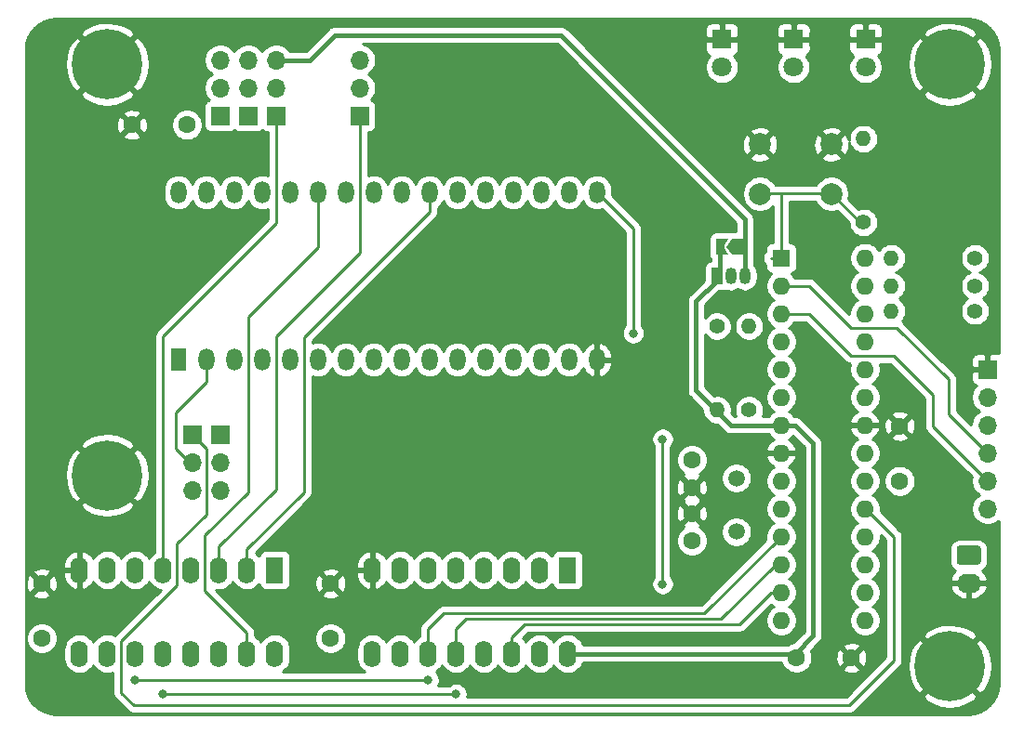
<source format=gbl>
G04 #@! TF.GenerationSoftware,KiCad,Pcbnew,5.1.9*
G04 #@! TF.CreationDate,2021-04-11T00:08:53+02:00*
G04 #@! TF.ProjectId,urp,7572702e-6b69-4636-9164-5f7063625858,rev?*
G04 #@! TF.SameCoordinates,Original*
G04 #@! TF.FileFunction,Copper,L2,Bot*
G04 #@! TF.FilePolarity,Positive*
%FSLAX46Y46*%
G04 Gerber Fmt 4.6, Leading zero omitted, Abs format (unit mm)*
G04 Created by KiCad (PCBNEW 5.1.9) date 2021-04-11 00:08:53*
%MOMM*%
%LPD*%
G01*
G04 APERTURE LIST*
G04 #@! TA.AperFunction,ComponentPad*
%ADD10O,2.190000X1.740000*%
G04 #@! TD*
G04 #@! TA.AperFunction,ComponentPad*
%ADD11O,1.400000X1.400000*%
G04 #@! TD*
G04 #@! TA.AperFunction,ComponentPad*
%ADD12C,1.400000*%
G04 #@! TD*
G04 #@! TA.AperFunction,ComponentPad*
%ADD13R,1.050000X1.500000*%
G04 #@! TD*
G04 #@! TA.AperFunction,ComponentPad*
%ADD14O,1.050000X1.500000*%
G04 #@! TD*
G04 #@! TA.AperFunction,SMDPad,CuDef*
%ADD15C,0.100000*%
G04 #@! TD*
G04 #@! TA.AperFunction,ComponentPad*
%ADD16C,1.600000*%
G04 #@! TD*
G04 #@! TA.AperFunction,ComponentPad*
%ADD17C,1.800000*%
G04 #@! TD*
G04 #@! TA.AperFunction,ComponentPad*
%ADD18R,1.800000X1.800000*%
G04 #@! TD*
G04 #@! TA.AperFunction,ComponentPad*
%ADD19O,1.700000X1.700000*%
G04 #@! TD*
G04 #@! TA.AperFunction,ComponentPad*
%ADD20R,1.700000X1.700000*%
G04 #@! TD*
G04 #@! TA.AperFunction,ComponentPad*
%ADD21O,1.440000X2.000000*%
G04 #@! TD*
G04 #@! TA.AperFunction,ComponentPad*
%ADD22R,1.440000X2.000000*%
G04 #@! TD*
G04 #@! TA.AperFunction,ComponentPad*
%ADD23C,1.500000*%
G04 #@! TD*
G04 #@! TA.AperFunction,ComponentPad*
%ADD24C,2.000000*%
G04 #@! TD*
G04 #@! TA.AperFunction,ComponentPad*
%ADD25C,6.400000*%
G04 #@! TD*
G04 #@! TA.AperFunction,ComponentPad*
%ADD26O,1.600000X2.400000*%
G04 #@! TD*
G04 #@! TA.AperFunction,ComponentPad*
%ADD27R,1.600000X2.400000*%
G04 #@! TD*
G04 #@! TA.AperFunction,ComponentPad*
%ADD28R,1.600000X1.600000*%
G04 #@! TD*
G04 #@! TA.AperFunction,ComponentPad*
%ADD29O,1.600000X1.600000*%
G04 #@! TD*
G04 #@! TA.AperFunction,ViaPad*
%ADD30C,0.800000*%
G04 #@! TD*
G04 #@! TA.AperFunction,Conductor*
%ADD31C,0.381000*%
G04 #@! TD*
G04 #@! TA.AperFunction,Conductor*
%ADD32C,0.250000*%
G04 #@! TD*
G04 #@! TA.AperFunction,Conductor*
%ADD33C,0.254000*%
G04 #@! TD*
G04 #@! TA.AperFunction,Conductor*
%ADD34C,0.100000*%
G04 #@! TD*
G04 APERTURE END LIST*
D10*
G04 #@! TO.P,J3,2*
G04 #@! TO.N,GND*
X141550000Y-132340000D03*
G04 #@! TO.P,J3,1*
G04 #@! TO.N,+5V*
G04 #@! TA.AperFunction,ComponentPad*
G36*
G01*
X140704999Y-128930000D02*
X142395001Y-128930000D01*
G75*
G02*
X142645000Y-129179999I0J-249999D01*
G01*
X142645000Y-130420001D01*
G75*
G02*
X142395001Y-130670000I-249999J0D01*
G01*
X140704999Y-130670000D01*
G75*
G02*
X140455000Y-130420001I0J249999D01*
G01*
X140455000Y-129179999D01*
G75*
G02*
X140704999Y-128930000I249999J0D01*
G01*
G37*
G04 #@! TD.AperFunction*
G04 #@! TD*
D11*
G04 #@! TO.P,R6,2*
G04 #@! TO.N,Net-(Q1-Pad2)*
X121548000Y-108932000D03*
D12*
G04 #@! TO.P,R6,1*
G04 #@! TO.N,/PowerControl*
X121548000Y-116552000D03*
G04 #@! TD*
D11*
G04 #@! TO.P,R5,2*
G04 #@! TO.N,+5V*
X118627000Y-116552000D03*
D12*
G04 #@! TO.P,R5,1*
G04 #@! TO.N,Net-(Q1-Pad2)*
X118627000Y-108932000D03*
G04 #@! TD*
D13*
G04 #@! TO.P,Q1,1*
G04 #@! TO.N,+5V*
X118627000Y-104360000D03*
D14*
G04 #@! TO.P,Q1,3*
G04 #@! TO.N,/VCC*
X121167000Y-104360000D03*
G04 #@! TO.P,Q1,2*
G04 #@! TO.N,Net-(Q1-Pad2)*
X119897000Y-104360000D03*
G04 #@! TD*
G04 #@! TA.AperFunction,SMDPad,CuDef*
D15*
G04 #@! TO.P,JP7,1*
G04 #@! TO.N,/VCC*
G36*
X119495000Y-101693000D02*
G01*
X119995000Y-100943000D01*
X120995000Y-100943000D01*
X120995000Y-102443000D01*
X119995000Y-102443000D01*
X119495000Y-101693000D01*
G37*
G04 #@! TD.AperFunction*
G04 #@! TA.AperFunction,SMDPad,CuDef*
G04 #@! TO.P,JP7,2*
G04 #@! TO.N,+5V*
G36*
X118545000Y-100943000D02*
G01*
X119695000Y-100943000D01*
X119195000Y-101693000D01*
X119695000Y-102443000D01*
X118545000Y-102443000D01*
X118545000Y-100943000D01*
G37*
G04 #@! TD.AperFunction*
G04 #@! TD*
D16*
G04 #@! TO.P,C3,2*
G04 #@! TO.N,GND*
X65367000Y-90580500D03*
G04 #@! TO.P,C3,1*
G04 #@! TO.N,/VCC*
X70367000Y-90580500D03*
G04 #@! TD*
D11*
G04 #@! TO.P,R2,2*
G04 #@! TO.N,+5V*
X134502000Y-107535000D03*
D12*
G04 #@! TO.P,R2,1*
G04 #@! TO.N,Net-(D1-Pad2)*
X142122000Y-107535000D03*
G04 #@! TD*
D17*
G04 #@! TO.P,D1,2*
G04 #@! TO.N,Net-(D1-Pad2)*
X119071500Y-85310000D03*
D18*
G04 #@! TO.P,D1,1*
G04 #@! TO.N,GND*
X119071500Y-82770000D03*
G04 #@! TD*
D11*
G04 #@! TO.P,R4,2*
G04 #@! TO.N,/LEDB*
X134502000Y-102709000D03*
D12*
G04 #@! TO.P,R4,1*
G04 #@! TO.N,Net-(D3-Pad2)*
X142122000Y-102709000D03*
G04 #@! TD*
D11*
G04 #@! TO.P,R3,2*
G04 #@! TO.N,/LEDA*
X134502000Y-105249000D03*
D12*
G04 #@! TO.P,R3,1*
G04 #@! TO.N,Net-(D2-Pad2)*
X142122000Y-105249000D03*
G04 #@! TD*
D17*
G04 #@! TO.P,D3,2*
G04 #@! TO.N,Net-(D3-Pad2)*
X132152500Y-85310000D03*
D18*
G04 #@! TO.P,D3,1*
G04 #@! TO.N,GND*
X132152500Y-82770000D03*
G04 #@! TD*
D17*
G04 #@! TO.P,D2,2*
G04 #@! TO.N,Net-(D2-Pad2)*
X125612000Y-85310000D03*
D18*
G04 #@! TO.P,D2,1*
G04 #@! TO.N,GND*
X125612000Y-82770000D03*
G04 #@! TD*
D19*
G04 #@! TO.P,JP6,3*
G04 #@! TO.N,/VCC*
X73415000Y-84675000D03*
G04 #@! TO.P,JP6,2*
G04 #@! TO.N,/NC'*
X73415000Y-87215000D03*
D20*
G04 #@! TO.P,JP6,1*
G04 #@! TO.N,Net-(JP6-Pad1)*
X73415000Y-89755000D03*
G04 #@! TD*
D19*
G04 #@! TO.P,JP5,3*
G04 #@! TO.N,/~WE*
X75955000Y-84675000D03*
G04 #@! TO.P,JP5,2*
G04 #@! TO.N,/a14'*
X75955000Y-87215000D03*
D20*
G04 #@! TO.P,JP5,1*
G04 #@! TO.N,/a14*
X75955000Y-89755000D03*
G04 #@! TD*
D19*
G04 #@! TO.P,JP4,3*
G04 #@! TO.N,/VCC*
X78495000Y-84675000D03*
G04 #@! TO.P,JP4,2*
G04 #@! TO.N,/a13'*
X78495000Y-87215000D03*
D20*
G04 #@! TO.P,JP4,1*
G04 #@! TO.N,/a13*
X78495000Y-89755000D03*
G04 #@! TD*
D19*
G04 #@! TO.P,JP3,3*
G04 #@! TO.N,/~WE*
X86115000Y-84675000D03*
G04 #@! TO.P,JP3,2*
G04 #@! TO.N,/a11'*
X86115000Y-87215000D03*
D20*
G04 #@! TO.P,JP3,1*
G04 #@! TO.N,/a11*
X86115000Y-89755000D03*
G04 #@! TD*
D19*
G04 #@! TO.P,JP2,3*
G04 #@! TO.N,/a14*
X73415000Y-123918000D03*
G04 #@! TO.P,JP2,2*
G04 #@! TO.N,/a15'*
X73415000Y-121378000D03*
D20*
G04 #@! TO.P,JP2,1*
G04 #@! TO.N,/a15*
X73415000Y-118838000D03*
G04 #@! TD*
D19*
G04 #@! TO.P,JP1,3*
G04 #@! TO.N,Net-(JP1-Pad3)*
X70875000Y-123918000D03*
G04 #@! TO.P,JP1,2*
G04 #@! TO.N,/a16'*
X70875000Y-121378000D03*
D20*
G04 #@! TO.P,JP1,1*
G04 #@! TO.N,/a16*
X70875000Y-118838000D03*
G04 #@! TD*
D21*
G04 #@! TO.P,J2,17*
G04 #@! TO.N,/d3*
X107705000Y-96740000D03*
G04 #@! TO.P,J2,16*
G04 #@! TO.N,GND*
X107705000Y-111980000D03*
G04 #@! TO.P,J2,18*
G04 #@! TO.N,/d4*
X105165000Y-96740000D03*
G04 #@! TO.P,J2,15*
G04 #@! TO.N,/d2*
X105165000Y-111980000D03*
G04 #@! TO.P,J2,19*
G04 #@! TO.N,/d5*
X102625000Y-96740000D03*
G04 #@! TO.P,J2,14*
G04 #@! TO.N,/d1*
X102625000Y-111980000D03*
G04 #@! TO.P,J2,20*
G04 #@! TO.N,/d6*
X100085000Y-96740000D03*
G04 #@! TO.P,J2,13*
G04 #@! TO.N,/d0*
X100085000Y-111980000D03*
G04 #@! TO.P,J2,21*
G04 #@! TO.N,/d7*
X97545000Y-96740000D03*
G04 #@! TO.P,J2,12*
G04 #@! TO.N,/a0*
X97545000Y-111980000D03*
G04 #@! TO.P,J2,22*
G04 #@! TO.N,/~CE*
X95005000Y-96740000D03*
G04 #@! TO.P,J2,11*
G04 #@! TO.N,/a1*
X95005000Y-111980000D03*
G04 #@! TO.P,J2,23*
G04 #@! TO.N,/a10*
X92465000Y-96740000D03*
G04 #@! TO.P,J2,10*
G04 #@! TO.N,/a2*
X92465000Y-111980000D03*
G04 #@! TO.P,J2,24*
G04 #@! TO.N,/~OE*
X89925000Y-96740000D03*
G04 #@! TO.P,J2,9*
G04 #@! TO.N,/a3*
X89925000Y-111980000D03*
G04 #@! TO.P,J2,25*
G04 #@! TO.N,/a11'*
X87385000Y-96740000D03*
G04 #@! TO.P,J2,8*
G04 #@! TO.N,/a4*
X87385000Y-111980000D03*
G04 #@! TO.P,J2,26*
G04 #@! TO.N,/a9*
X84845000Y-96740000D03*
G04 #@! TO.P,J2,7*
G04 #@! TO.N,/a5*
X84845000Y-111980000D03*
G04 #@! TO.P,J2,27*
G04 #@! TO.N,/a8*
X82305000Y-96740000D03*
G04 #@! TO.P,J2,6*
G04 #@! TO.N,/a6*
X82305000Y-111980000D03*
G04 #@! TO.P,J2,28*
G04 #@! TO.N,/a13'*
X79765000Y-96740000D03*
G04 #@! TO.P,J2,5*
G04 #@! TO.N,/a7*
X79765000Y-111980000D03*
G04 #@! TO.P,J2,29*
G04 #@! TO.N,/a14'*
X77225000Y-96740000D03*
G04 #@! TO.P,J2,4*
G04 #@! TO.N,/a12*
X77225000Y-111980000D03*
G04 #@! TO.P,J2,30*
G04 #@! TO.N,/NC'*
X74685000Y-96740000D03*
G04 #@! TO.P,J2,3*
G04 #@! TO.N,/a15'*
X74685000Y-111980000D03*
G04 #@! TO.P,J2,31*
G04 #@! TO.N,/~WE*
X72145000Y-96740000D03*
G04 #@! TO.P,J2,2*
G04 #@! TO.N,/a16'*
X72145000Y-111980000D03*
G04 #@! TO.P,J2,32*
G04 #@! TO.N,/VCC*
X69605000Y-96740000D03*
D22*
G04 #@! TO.P,J2,1*
G04 #@! TO.N,Net-(J2-Pad1)*
X69605000Y-111980000D03*
G04 #@! TD*
D11*
G04 #@! TO.P,R1,2*
G04 #@! TO.N,+5V*
X131962000Y-91850500D03*
D12*
G04 #@! TO.P,R1,1*
G04 #@! TO.N,/~RESET*
X131962000Y-99470500D03*
G04 #@! TD*
D23*
G04 #@! TO.P,Y1,2*
G04 #@! TO.N,/XTAL2*
X120405000Y-127655000D03*
G04 #@! TO.P,Y1,1*
G04 #@! TO.N,/XTAL1*
X120405000Y-122775000D03*
G04 #@! TD*
D16*
G04 #@! TO.P,C7,2*
G04 #@! TO.N,GND*
X116341000Y-125990000D03*
G04 #@! TO.P,C7,1*
G04 #@! TO.N,/XTAL2*
X116341000Y-128490000D03*
G04 #@! TD*
G04 #@! TO.P,C6,2*
G04 #@! TO.N,GND*
X116341000Y-123624000D03*
G04 #@! TO.P,C6,1*
G04 #@! TO.N,/XTAL1*
X116341000Y-121124000D03*
G04 #@! TD*
G04 #@! TO.P,C4,2*
G04 #@! TO.N,GND*
X83448000Y-132380000D03*
G04 #@! TO.P,C4,1*
G04 #@! TO.N,+5V*
X83448000Y-137380000D03*
G04 #@! TD*
G04 #@! TO.P,C2,2*
G04 #@! TO.N,GND*
X130866000Y-139158000D03*
G04 #@! TO.P,C2,1*
G04 #@! TO.N,+5V*
X125866000Y-139158000D03*
G04 #@! TD*
G04 #@! TO.P,C5,2*
G04 #@! TO.N,GND*
X57159000Y-132380000D03*
G04 #@! TO.P,C5,1*
G04 #@! TO.N,+5V*
X57159000Y-137380000D03*
G04 #@! TD*
G04 #@! TO.P,C1,2*
G04 #@! TO.N,GND*
X135264000Y-118029000D03*
G04 #@! TO.P,C1,1*
G04 #@! TO.N,+5V*
X135264000Y-123029000D03*
G04 #@! TD*
D19*
G04 #@! TO.P,J1,6*
G04 #@! TO.N,Net-(J1-Pad6)*
X143265000Y-125569000D03*
G04 #@! TO.P,J1,5*
G04 #@! TO.N,/TXD*
X143265000Y-123029000D03*
G04 #@! TO.P,J1,4*
G04 #@! TO.N,/RXD*
X143265000Y-120489000D03*
G04 #@! TO.P,J1,3*
G04 #@! TO.N,+5V*
X143265000Y-117949000D03*
G04 #@! TO.P,J1,2*
G04 #@! TO.N,Net-(J1-Pad2)*
X143265000Y-115409000D03*
D20*
G04 #@! TO.P,J1,1*
G04 #@! TO.N,GND*
X143265000Y-112869000D03*
G04 #@! TD*
D24*
G04 #@! TO.P,SW1,1*
G04 #@! TO.N,/~RESET*
X122541000Y-96867000D03*
G04 #@! TO.P,SW1,2*
G04 #@! TO.N,GND*
X122541000Y-92367000D03*
G04 #@! TO.P,SW1,1*
G04 #@! TO.N,/~RESET*
X129041000Y-96867000D03*
G04 #@! TO.P,SW1,2*
G04 #@! TO.N,GND*
X129041000Y-92367000D03*
G04 #@! TD*
D25*
G04 #@! TO.P,H4,1*
G04 #@! TO.N,GND*
X139836000Y-85056000D03*
G04 #@! TD*
G04 #@! TO.P,H3,1*
G04 #@! TO.N,GND*
X63128000Y-122521000D03*
G04 #@! TD*
G04 #@! TO.P,H2,1*
G04 #@! TO.N,GND*
X63128000Y-85056000D03*
G04 #@! TD*
G04 #@! TO.P,H1,1*
G04 #@! TO.N,GND*
X139836000Y-139920000D03*
G04 #@! TD*
D26*
G04 #@! TO.P,U2,16*
G04 #@! TO.N,+5V*
X78368000Y-138777000D03*
G04 #@! TO.P,U2,8*
G04 #@! TO.N,GND*
X60588000Y-131157000D03*
G04 #@! TO.P,U2,15*
G04 #@! TO.N,/a8*
X75828000Y-138777000D03*
G04 #@! TO.P,U2,7*
G04 #@! TO.N,/a15*
X63128000Y-131157000D03*
G04 #@! TO.P,U2,14*
G04 #@! TO.N,Net-(U1-Pad9)*
X73288000Y-138777000D03*
G04 #@! TO.P,U2,6*
G04 #@! TO.N,/a14*
X65668000Y-131157000D03*
G04 #@! TO.P,U2,13*
G04 #@! TO.N,/PowerControl*
X70748000Y-138777000D03*
G04 #@! TO.P,U2,5*
G04 #@! TO.N,/a13*
X68208000Y-131157000D03*
G04 #@! TO.P,U2,12*
G04 #@! TO.N,/LATCH*
X68208000Y-138777000D03*
G04 #@! TO.P,U2,4*
G04 #@! TO.N,/a12*
X70748000Y-131157000D03*
G04 #@! TO.P,U2,11*
G04 #@! TO.N,/SHIFT*
X65668000Y-138777000D03*
G04 #@! TO.P,U2,3*
G04 #@! TO.N,/a11*
X73288000Y-131157000D03*
G04 #@! TO.P,U2,10*
G04 #@! TO.N,+5V*
X63128000Y-138777000D03*
G04 #@! TO.P,U2,2*
G04 #@! TO.N,/a10*
X75828000Y-131157000D03*
G04 #@! TO.P,U2,9*
G04 #@! TO.N,Net-(U2-Pad9)*
X60588000Y-138777000D03*
D27*
G04 #@! TO.P,U2,1*
G04 #@! TO.N,/a9*
X78368000Y-131157000D03*
G04 #@! TD*
D26*
G04 #@! TO.P,U1,16*
G04 #@! TO.N,+5V*
X105038000Y-138777000D03*
G04 #@! TO.P,U1,8*
G04 #@! TO.N,GND*
X87258000Y-131157000D03*
G04 #@! TO.P,U1,15*
G04 #@! TO.N,/a0*
X102498000Y-138777000D03*
G04 #@! TO.P,U1,7*
G04 #@! TO.N,/a7*
X89798000Y-131157000D03*
G04 #@! TO.P,U1,14*
G04 #@! TO.N,/SET*
X99958000Y-138777000D03*
G04 #@! TO.P,U1,6*
G04 #@! TO.N,/a6*
X92338000Y-131157000D03*
G04 #@! TO.P,U1,13*
G04 #@! TO.N,/PowerControl*
X97418000Y-138777000D03*
G04 #@! TO.P,U1,5*
G04 #@! TO.N,/a5*
X94878000Y-131157000D03*
G04 #@! TO.P,U1,12*
G04 #@! TO.N,/LATCH*
X94878000Y-138777000D03*
G04 #@! TO.P,U1,4*
G04 #@! TO.N,/a4*
X97418000Y-131157000D03*
G04 #@! TO.P,U1,11*
G04 #@! TO.N,/SHIFT*
X92338000Y-138777000D03*
G04 #@! TO.P,U1,3*
G04 #@! TO.N,/a3*
X99958000Y-131157000D03*
G04 #@! TO.P,U1,10*
G04 #@! TO.N,+5V*
X89798000Y-138777000D03*
G04 #@! TO.P,U1,2*
G04 #@! TO.N,/a2*
X102498000Y-131157000D03*
G04 #@! TO.P,U1,9*
G04 #@! TO.N,Net-(U1-Pad9)*
X87258000Y-138777000D03*
D27*
G04 #@! TO.P,U1,1*
G04 #@! TO.N,/a1*
X105038000Y-131157000D03*
G04 #@! TD*
D28*
G04 #@! TO.P,U3,1*
G04 #@! TO.N,/~RESET*
X124469000Y-102709000D03*
D29*
G04 #@! TO.P,U3,15*
G04 #@! TO.N,/d1*
X132089000Y-135729000D03*
G04 #@! TO.P,U3,2*
G04 #@! TO.N,/RXD*
X124469000Y-105249000D03*
G04 #@! TO.P,U3,16*
G04 #@! TO.N,/d2*
X132089000Y-133189000D03*
G04 #@! TO.P,U3,3*
G04 #@! TO.N,/TXD*
X124469000Y-107789000D03*
G04 #@! TO.P,U3,17*
G04 #@! TO.N,/d3*
X132089000Y-130649000D03*
G04 #@! TO.P,U3,4*
G04 #@! TO.N,/~WE*
X124469000Y-110329000D03*
G04 #@! TO.P,U3,18*
G04 #@! TO.N,/PowerControl*
X132089000Y-128109000D03*
G04 #@! TO.P,U3,5*
G04 #@! TO.N,/~CE*
X124469000Y-112869000D03*
G04 #@! TO.P,U3,19*
G04 #@! TO.N,/a16*
X132089000Y-125569000D03*
G04 #@! TO.P,U3,6*
G04 #@! TO.N,/~OE*
X124469000Y-115409000D03*
G04 #@! TO.P,U3,20*
G04 #@! TO.N,+5V*
X132089000Y-123029000D03*
G04 #@! TO.P,U3,7*
X124469000Y-117949000D03*
G04 #@! TO.P,U3,21*
G04 #@! TO.N,Net-(U3-Pad21)*
X132089000Y-120489000D03*
G04 #@! TO.P,U3,8*
G04 #@! TO.N,GND*
X124469000Y-120489000D03*
G04 #@! TO.P,U3,22*
X132089000Y-117949000D03*
G04 #@! TO.P,U3,9*
G04 #@! TO.N,/XTAL1*
X124469000Y-123029000D03*
G04 #@! TO.P,U3,23*
G04 #@! TO.N,/d4*
X132089000Y-115409000D03*
G04 #@! TO.P,U3,10*
G04 #@! TO.N,/XTAL2*
X124469000Y-125569000D03*
G04 #@! TO.P,U3,24*
G04 #@! TO.N,/d5*
X132089000Y-112869000D03*
G04 #@! TO.P,U3,11*
G04 #@! TO.N,/SHIFT*
X124469000Y-128109000D03*
G04 #@! TO.P,U3,25*
G04 #@! TO.N,/d6*
X132089000Y-110329000D03*
G04 #@! TO.P,U3,12*
G04 #@! TO.N,/LATCH*
X124469000Y-130649000D03*
G04 #@! TO.P,U3,26*
G04 #@! TO.N,/d7*
X132089000Y-107789000D03*
G04 #@! TO.P,U3,13*
G04 #@! TO.N,/SET*
X124469000Y-133189000D03*
G04 #@! TO.P,U3,27*
G04 #@! TO.N,/LEDA*
X132089000Y-105249000D03*
G04 #@! TO.P,U3,14*
G04 #@! TO.N,/d0*
X124469000Y-135729000D03*
G04 #@! TO.P,U3,28*
G04 #@! TO.N,/LEDB*
X132089000Y-102709000D03*
G04 #@! TD*
D30*
G04 #@! TO.N,/d3*
X111007000Y-109567000D03*
G04 #@! TO.N,/LATCH*
X68208000Y-142460000D03*
X94878000Y-142460000D03*
G04 #@! TO.N,/SHIFT*
X65668000Y-141189998D03*
X92338000Y-141190002D03*
G04 #@! TO.N,/PowerControl*
X113674000Y-119219000D03*
X113674000Y-132427000D03*
G04 #@! TD*
D31*
G04 #@! TO.N,+5V*
X125866000Y-139158000D02*
X125866000Y-139031000D01*
X118627000Y-104360000D02*
X118627000Y-104741000D01*
X118627000Y-104741000D02*
X116722000Y-106646000D01*
X116722000Y-106646000D02*
X116722000Y-114774000D01*
X116722000Y-114774000D02*
X119897000Y-117949000D01*
X119897000Y-117949000D02*
X124596000Y-117949000D01*
X118881000Y-104106000D02*
X118627000Y-104360000D01*
X118881000Y-101857000D02*
X118881000Y-104106000D01*
X119045000Y-101693000D02*
X118881000Y-101857000D01*
X124723000Y-138777000D02*
X104911000Y-138777000D01*
X127390000Y-137126000D02*
X125739000Y-138777000D01*
X125739000Y-138777000D02*
X124723000Y-138777000D01*
X127390000Y-119600000D02*
X127390000Y-137126000D01*
X125739000Y-117949000D02*
X127390000Y-119600000D01*
X124469000Y-117949000D02*
X125739000Y-117949000D01*
D32*
G04 #@! TO.N,/a8*
X82305000Y-96740000D02*
X82305000Y-101693000D01*
X82305000Y-101693000D02*
X75955000Y-108043000D01*
X75955000Y-108043000D02*
X75955000Y-124045000D01*
X72018000Y-127982000D02*
X72018000Y-133062000D01*
X75955000Y-124045000D02*
X72018000Y-127982000D01*
X72018000Y-133062000D02*
X75828000Y-136872000D01*
X75828000Y-136872000D02*
X75828000Y-138777000D01*
G04 #@! TO.N,/a13*
X78495000Y-99534000D02*
X78495000Y-89755000D01*
X68208000Y-109821000D02*
X78495000Y-99534000D01*
X68208000Y-131157000D02*
X68208000Y-109821000D01*
G04 #@! TO.N,/a11*
X78495000Y-109821000D02*
X86115000Y-102201000D01*
X86115000Y-102201000D02*
X86115000Y-89755000D01*
X78495000Y-123791000D02*
X78495000Y-109821000D01*
X73288000Y-128998000D02*
X78495000Y-123791000D01*
X73288000Y-131157000D02*
X73288000Y-128998000D01*
G04 #@! TO.N,/a10*
X75828000Y-131157000D02*
X75828000Y-129252000D01*
X75828000Y-129252000D02*
X81035000Y-124045000D01*
X81035000Y-124045000D02*
X81035000Y-109948000D01*
X81035000Y-109948000D02*
X92465000Y-98518000D01*
X92465000Y-98518000D02*
X92465000Y-96740000D01*
G04 #@! TO.N,/d3*
X111007000Y-109567000D02*
X111007000Y-100042000D01*
X111007000Y-100042000D02*
X107705000Y-96740000D01*
G04 #@! TO.N,/~RESET*
X124469000Y-102709000D02*
X123516500Y-102709000D01*
X124469000Y-102709000D02*
X124469000Y-96867000D01*
X124469000Y-96867000D02*
X124405500Y-96803500D01*
X122310000Y-96803500D02*
X122246500Y-96867000D01*
X129041000Y-96803500D02*
X122310000Y-96803500D01*
X129041000Y-96867000D02*
X131644500Y-99470500D01*
G04 #@! TO.N,/TXD*
X138312000Y-115190998D02*
X138312000Y-118076000D01*
X138312000Y-118076000D02*
X143265000Y-123029000D01*
X134720002Y-111599000D02*
X138312000Y-115190998D01*
X130819000Y-111599000D02*
X134720002Y-111599000D01*
X127009000Y-107789000D02*
X130819000Y-111599000D01*
X124469000Y-107789000D02*
X127009000Y-107789000D01*
G04 #@! TO.N,/RXD*
X139709000Y-116933000D02*
X143265000Y-120489000D01*
X139709000Y-113758000D02*
X139709000Y-116933000D01*
X135010000Y-109059000D02*
X139709000Y-113758000D01*
X130819000Y-109059000D02*
X135010000Y-109059000D01*
X127009000Y-105249000D02*
X130819000Y-109059000D01*
X124469000Y-105249000D02*
X127009000Y-105249000D01*
G04 #@! TO.N,/SET*
X99958000Y-137290000D02*
X99958000Y-138777000D01*
X101138000Y-136110000D02*
X99958000Y-137290000D01*
X120659000Y-136110000D02*
X101138000Y-136110000D01*
X123580000Y-133189000D02*
X120659000Y-136110000D01*
X124469000Y-133189000D02*
X123580000Y-133189000D01*
G04 #@! TO.N,/LATCH*
X68208000Y-142460000D02*
X94878000Y-142460000D01*
X123961000Y-130649000D02*
X124469000Y-130649000D01*
X119008000Y-135602000D02*
X123961000Y-130649000D01*
X95767000Y-135602000D02*
X119008000Y-135602000D01*
X94878000Y-136491000D02*
X95767000Y-135602000D01*
X94878000Y-138777000D02*
X94878000Y-136491000D01*
G04 #@! TO.N,/SHIFT*
X92338000Y-136491000D02*
X92338000Y-138777000D01*
X93735000Y-135094000D02*
X92338000Y-136491000D01*
X117484000Y-135094000D02*
X93735000Y-135094000D01*
X124469000Y-128109000D02*
X117484000Y-135094000D01*
X92337996Y-141189998D02*
X92338000Y-141190002D01*
X65668000Y-141189998D02*
X92337996Y-141189998D01*
G04 #@! TO.N,/a16'*
X69351000Y-120108000D02*
X69351000Y-116806000D01*
X69351000Y-116806000D02*
X72145000Y-114012000D01*
X70621000Y-121378000D02*
X69351000Y-120108000D01*
X72145000Y-114012000D02*
X72145000Y-112107000D01*
X70875000Y-121378000D02*
X70621000Y-121378000D01*
G04 #@! TO.N,/a16*
X134756000Y-128109000D02*
X132216000Y-125569000D01*
X64398000Y-142333000D02*
X65541000Y-143476000D01*
X130692000Y-143476000D02*
X134756000Y-139412000D01*
X64398000Y-137634000D02*
X64398000Y-142333000D01*
X69478000Y-132554000D02*
X64398000Y-137634000D01*
X134756000Y-139412000D02*
X134756000Y-128109000D01*
X69478000Y-128744000D02*
X69478000Y-132554000D01*
X65541000Y-143476000D02*
X130692000Y-143476000D01*
X72145000Y-126077000D02*
X69478000Y-128744000D01*
X72145000Y-120108000D02*
X72145000Y-126077000D01*
X70875000Y-118838000D02*
X72145000Y-120108000D01*
G04 #@! TO.N,/PowerControl*
X113674000Y-119219000D02*
X113674000Y-132427000D01*
D31*
G04 #@! TO.N,/VCC*
X78495000Y-84675000D02*
X81543000Y-84675000D01*
X81543000Y-84675000D02*
X83829000Y-82389000D01*
X83829000Y-82389000D02*
X104403000Y-82389000D01*
X104403000Y-82389000D02*
X121167000Y-99153000D01*
X120495000Y-101693000D02*
X121167000Y-101693000D01*
X121167000Y-101693000D02*
X121167000Y-104360000D01*
X121167000Y-99153000D02*
X121167000Y-101693000D01*
G04 #@! TD*
D33*
G04 #@! TO.N,GND*
X142073458Y-80995122D02*
X142580835Y-81148309D01*
X143048788Y-81397123D01*
X143459501Y-81732093D01*
X143797332Y-82140460D01*
X144049406Y-82606660D01*
X144206130Y-83112954D01*
X144265001Y-83673082D01*
X144265001Y-111400929D01*
X144239482Y-111393188D01*
X144115000Y-111380928D01*
X143550750Y-111384000D01*
X143392000Y-111542750D01*
X143392000Y-112742000D01*
X143412000Y-112742000D01*
X143412000Y-112996000D01*
X143392000Y-112996000D01*
X143392000Y-113016000D01*
X143138000Y-113016000D01*
X143138000Y-112996000D01*
X141938750Y-112996000D01*
X141780000Y-113154750D01*
X141776928Y-113719000D01*
X141789188Y-113843482D01*
X141825498Y-113963180D01*
X141884463Y-114073494D01*
X141963815Y-114170185D01*
X142060506Y-114249537D01*
X142170820Y-114308502D01*
X142243380Y-114330513D01*
X142111525Y-114462368D01*
X141949010Y-114705589D01*
X141837068Y-114975842D01*
X141780000Y-115262740D01*
X141780000Y-115555260D01*
X141837068Y-115842158D01*
X141949010Y-116112411D01*
X142111525Y-116355632D01*
X142318368Y-116562475D01*
X142492760Y-116679000D01*
X142318368Y-116795525D01*
X142111525Y-117002368D01*
X141949010Y-117245589D01*
X141837068Y-117515842D01*
X141780000Y-117802740D01*
X141780000Y-117929198D01*
X140469000Y-116618199D01*
X140469000Y-113795333D01*
X140472677Y-113758000D01*
X140458003Y-113609014D01*
X140414546Y-113465753D01*
X140343974Y-113333724D01*
X140272799Y-113246997D01*
X140249001Y-113217999D01*
X140220004Y-113194202D01*
X139044802Y-112019000D01*
X141776928Y-112019000D01*
X141780000Y-112583250D01*
X141938750Y-112742000D01*
X143138000Y-112742000D01*
X143138000Y-111542750D01*
X142979250Y-111384000D01*
X142415000Y-111380928D01*
X142290518Y-111393188D01*
X142170820Y-111429498D01*
X142060506Y-111488463D01*
X141963815Y-111567815D01*
X141884463Y-111664506D01*
X141825498Y-111774820D01*
X141789188Y-111894518D01*
X141776928Y-112019000D01*
X139044802Y-112019000D01*
X135573804Y-108548003D01*
X135550001Y-108518999D01*
X135470896Y-108454079D01*
X135538962Y-108386013D01*
X135685061Y-108167359D01*
X135785696Y-107924405D01*
X135837000Y-107666486D01*
X135837000Y-107403514D01*
X135785696Y-107145595D01*
X135685061Y-106902641D01*
X135538962Y-106683987D01*
X135353013Y-106498038D01*
X135194315Y-106392000D01*
X135353013Y-106285962D01*
X135538962Y-106100013D01*
X135685061Y-105881359D01*
X135785696Y-105638405D01*
X135837000Y-105380486D01*
X135837000Y-105117514D01*
X135785696Y-104859595D01*
X135685061Y-104616641D01*
X135538962Y-104397987D01*
X135353013Y-104212038D01*
X135134359Y-104065939D01*
X134924470Y-103979000D01*
X135134359Y-103892061D01*
X135353013Y-103745962D01*
X135538962Y-103560013D01*
X135685061Y-103341359D01*
X135785696Y-103098405D01*
X135837000Y-102840486D01*
X135837000Y-102577514D01*
X140787000Y-102577514D01*
X140787000Y-102840486D01*
X140838304Y-103098405D01*
X140938939Y-103341359D01*
X141085038Y-103560013D01*
X141270987Y-103745962D01*
X141489641Y-103892061D01*
X141699530Y-103979000D01*
X141489641Y-104065939D01*
X141270987Y-104212038D01*
X141085038Y-104397987D01*
X140938939Y-104616641D01*
X140838304Y-104859595D01*
X140787000Y-105117514D01*
X140787000Y-105380486D01*
X140838304Y-105638405D01*
X140938939Y-105881359D01*
X141085038Y-106100013D01*
X141270987Y-106285962D01*
X141429685Y-106392000D01*
X141270987Y-106498038D01*
X141085038Y-106683987D01*
X140938939Y-106902641D01*
X140838304Y-107145595D01*
X140787000Y-107403514D01*
X140787000Y-107666486D01*
X140838304Y-107924405D01*
X140938939Y-108167359D01*
X141085038Y-108386013D01*
X141270987Y-108571962D01*
X141489641Y-108718061D01*
X141732595Y-108818696D01*
X141990514Y-108870000D01*
X142253486Y-108870000D01*
X142511405Y-108818696D01*
X142754359Y-108718061D01*
X142973013Y-108571962D01*
X143158962Y-108386013D01*
X143305061Y-108167359D01*
X143405696Y-107924405D01*
X143457000Y-107666486D01*
X143457000Y-107403514D01*
X143405696Y-107145595D01*
X143305061Y-106902641D01*
X143158962Y-106683987D01*
X142973013Y-106498038D01*
X142814315Y-106392000D01*
X142973013Y-106285962D01*
X143158962Y-106100013D01*
X143305061Y-105881359D01*
X143405696Y-105638405D01*
X143457000Y-105380486D01*
X143457000Y-105117514D01*
X143405696Y-104859595D01*
X143305061Y-104616641D01*
X143158962Y-104397987D01*
X142973013Y-104212038D01*
X142754359Y-104065939D01*
X142544470Y-103979000D01*
X142754359Y-103892061D01*
X142973013Y-103745962D01*
X143158962Y-103560013D01*
X143305061Y-103341359D01*
X143405696Y-103098405D01*
X143457000Y-102840486D01*
X143457000Y-102577514D01*
X143405696Y-102319595D01*
X143305061Y-102076641D01*
X143158962Y-101857987D01*
X142973013Y-101672038D01*
X142754359Y-101525939D01*
X142511405Y-101425304D01*
X142253486Y-101374000D01*
X141990514Y-101374000D01*
X141732595Y-101425304D01*
X141489641Y-101525939D01*
X141270987Y-101672038D01*
X141085038Y-101857987D01*
X140938939Y-102076641D01*
X140838304Y-102319595D01*
X140787000Y-102577514D01*
X135837000Y-102577514D01*
X135785696Y-102319595D01*
X135685061Y-102076641D01*
X135538962Y-101857987D01*
X135353013Y-101672038D01*
X135134359Y-101525939D01*
X134891405Y-101425304D01*
X134633486Y-101374000D01*
X134370514Y-101374000D01*
X134112595Y-101425304D01*
X133869641Y-101525939D01*
X133650987Y-101672038D01*
X133465038Y-101857987D01*
X133355635Y-102021722D01*
X133203637Y-101794241D01*
X133003759Y-101594363D01*
X132768727Y-101437320D01*
X132507574Y-101329147D01*
X132230335Y-101274000D01*
X131947665Y-101274000D01*
X131670426Y-101329147D01*
X131409273Y-101437320D01*
X131174241Y-101594363D01*
X130974363Y-101794241D01*
X130817320Y-102029273D01*
X130709147Y-102290426D01*
X130654000Y-102567665D01*
X130654000Y-102850335D01*
X130709147Y-103127574D01*
X130817320Y-103388727D01*
X130974363Y-103623759D01*
X131174241Y-103823637D01*
X131406759Y-103979000D01*
X131174241Y-104134363D01*
X130974363Y-104334241D01*
X130817320Y-104569273D01*
X130709147Y-104830426D01*
X130654000Y-105107665D01*
X130654000Y-105390335D01*
X130709147Y-105667574D01*
X130817320Y-105928727D01*
X130974363Y-106163759D01*
X131174241Y-106363637D01*
X131406759Y-106519000D01*
X131174241Y-106674363D01*
X130974363Y-106874241D01*
X130817320Y-107109273D01*
X130709147Y-107370426D01*
X130654000Y-107647665D01*
X130654000Y-107819198D01*
X127572804Y-104738003D01*
X127549001Y-104708999D01*
X127433276Y-104614026D01*
X127301247Y-104543454D01*
X127157986Y-104499997D01*
X127046333Y-104489000D01*
X127046322Y-104489000D01*
X127009000Y-104485324D01*
X126971678Y-104489000D01*
X125687043Y-104489000D01*
X125583637Y-104334241D01*
X125385039Y-104135643D01*
X125393482Y-104134812D01*
X125513180Y-104098502D01*
X125623494Y-104039537D01*
X125720185Y-103960185D01*
X125799537Y-103863494D01*
X125858502Y-103753180D01*
X125894812Y-103633482D01*
X125907072Y-103509000D01*
X125907072Y-101909000D01*
X125894812Y-101784518D01*
X125858502Y-101664820D01*
X125799537Y-101554506D01*
X125720185Y-101457815D01*
X125623494Y-101378463D01*
X125513180Y-101319498D01*
X125393482Y-101283188D01*
X125269000Y-101270928D01*
X125229000Y-101270928D01*
X125229000Y-97563500D01*
X127559789Y-97563500D01*
X127592082Y-97641463D01*
X127771013Y-97909252D01*
X127998748Y-98136987D01*
X128266537Y-98315918D01*
X128564088Y-98439168D01*
X128879967Y-98502000D01*
X129202033Y-98502000D01*
X129517912Y-98439168D01*
X129532376Y-98433177D01*
X130627000Y-99527802D01*
X130627000Y-99601986D01*
X130678304Y-99859905D01*
X130778939Y-100102859D01*
X130925038Y-100321513D01*
X131110987Y-100507462D01*
X131329641Y-100653561D01*
X131572595Y-100754196D01*
X131830514Y-100805500D01*
X132093486Y-100805500D01*
X132351405Y-100754196D01*
X132594359Y-100653561D01*
X132813013Y-100507462D01*
X132998962Y-100321513D01*
X133145061Y-100102859D01*
X133245696Y-99859905D01*
X133297000Y-99601986D01*
X133297000Y-99339014D01*
X133245696Y-99081095D01*
X133145061Y-98838141D01*
X132998962Y-98619487D01*
X132813013Y-98433538D01*
X132594359Y-98287439D01*
X132351405Y-98186804D01*
X132093486Y-98135500D01*
X131830514Y-98135500D01*
X131572595Y-98186804D01*
X131475729Y-98226927D01*
X130607177Y-97358376D01*
X130613168Y-97343912D01*
X130676000Y-97028033D01*
X130676000Y-96705967D01*
X130613168Y-96390088D01*
X130489918Y-96092537D01*
X130310987Y-95824748D01*
X130083252Y-95597013D01*
X129815463Y-95418082D01*
X129517912Y-95294832D01*
X129202033Y-95232000D01*
X128879967Y-95232000D01*
X128564088Y-95294832D01*
X128266537Y-95418082D01*
X127998748Y-95597013D01*
X127771013Y-95824748D01*
X127624847Y-96043500D01*
X124442822Y-96043500D01*
X124405500Y-96039824D01*
X124368178Y-96043500D01*
X123957153Y-96043500D01*
X123810987Y-95824748D01*
X123583252Y-95597013D01*
X123315463Y-95418082D01*
X123017912Y-95294832D01*
X122702033Y-95232000D01*
X122379967Y-95232000D01*
X122064088Y-95294832D01*
X121766537Y-95418082D01*
X121498748Y-95597013D01*
X121271013Y-95824748D01*
X121092082Y-96092537D01*
X120968832Y-96390088D01*
X120906000Y-96705967D01*
X120906000Y-97028033D01*
X120968832Y-97343912D01*
X121092082Y-97641463D01*
X121271013Y-97909252D01*
X121498748Y-98136987D01*
X121766537Y-98315918D01*
X122064088Y-98439168D01*
X122379967Y-98502000D01*
X122702033Y-98502000D01*
X123017912Y-98439168D01*
X123315463Y-98315918D01*
X123583252Y-98136987D01*
X123709001Y-98011238D01*
X123709000Y-101270928D01*
X123669000Y-101270928D01*
X123544518Y-101283188D01*
X123424820Y-101319498D01*
X123314506Y-101378463D01*
X123217815Y-101457815D01*
X123138463Y-101554506D01*
X123079498Y-101664820D01*
X123043188Y-101784518D01*
X123030928Y-101909000D01*
X123030928Y-102124330D01*
X122976499Y-102168999D01*
X122881526Y-102284724D01*
X122810954Y-102416753D01*
X122767497Y-102560014D01*
X122752823Y-102709000D01*
X122767497Y-102857986D01*
X122810954Y-103001247D01*
X122881526Y-103133276D01*
X122976499Y-103249001D01*
X123030928Y-103293670D01*
X123030928Y-103509000D01*
X123043188Y-103633482D01*
X123079498Y-103753180D01*
X123138463Y-103863494D01*
X123217815Y-103960185D01*
X123314506Y-104039537D01*
X123424820Y-104098502D01*
X123544518Y-104134812D01*
X123552961Y-104135643D01*
X123354363Y-104334241D01*
X123197320Y-104569273D01*
X123089147Y-104830426D01*
X123034000Y-105107665D01*
X123034000Y-105390335D01*
X123089147Y-105667574D01*
X123197320Y-105928727D01*
X123354363Y-106163759D01*
X123554241Y-106363637D01*
X123786759Y-106519000D01*
X123554241Y-106674363D01*
X123354363Y-106874241D01*
X123197320Y-107109273D01*
X123089147Y-107370426D01*
X123034000Y-107647665D01*
X123034000Y-107930335D01*
X123089147Y-108207574D01*
X123197320Y-108468727D01*
X123354363Y-108703759D01*
X123554241Y-108903637D01*
X123786759Y-109059000D01*
X123554241Y-109214363D01*
X123354363Y-109414241D01*
X123197320Y-109649273D01*
X123089147Y-109910426D01*
X123034000Y-110187665D01*
X123034000Y-110470335D01*
X123089147Y-110747574D01*
X123197320Y-111008727D01*
X123354363Y-111243759D01*
X123554241Y-111443637D01*
X123786759Y-111599000D01*
X123554241Y-111754363D01*
X123354363Y-111954241D01*
X123197320Y-112189273D01*
X123089147Y-112450426D01*
X123034000Y-112727665D01*
X123034000Y-113010335D01*
X123089147Y-113287574D01*
X123197320Y-113548727D01*
X123354363Y-113783759D01*
X123554241Y-113983637D01*
X123786759Y-114139000D01*
X123554241Y-114294363D01*
X123354363Y-114494241D01*
X123197320Y-114729273D01*
X123089147Y-114990426D01*
X123034000Y-115267665D01*
X123034000Y-115550335D01*
X123089147Y-115827574D01*
X123197320Y-116088727D01*
X123354363Y-116323759D01*
X123554241Y-116523637D01*
X123786759Y-116679000D01*
X123554241Y-116834363D01*
X123354363Y-117034241D01*
X123294722Y-117123500D01*
X122756270Y-117123500D01*
X122831696Y-116941405D01*
X122883000Y-116683486D01*
X122883000Y-116420514D01*
X122831696Y-116162595D01*
X122731061Y-115919641D01*
X122584962Y-115700987D01*
X122399013Y-115515038D01*
X122180359Y-115368939D01*
X121937405Y-115268304D01*
X121679486Y-115217000D01*
X121416514Y-115217000D01*
X121158595Y-115268304D01*
X120915641Y-115368939D01*
X120696987Y-115515038D01*
X120511038Y-115700987D01*
X120364939Y-115919641D01*
X120264304Y-116162595D01*
X120213000Y-116420514D01*
X120213000Y-116683486D01*
X120264304Y-116941405D01*
X120339730Y-117123500D01*
X120238933Y-117123500D01*
X119934943Y-116819510D01*
X119962000Y-116683486D01*
X119962000Y-116420514D01*
X119910696Y-116162595D01*
X119810061Y-115919641D01*
X119663962Y-115700987D01*
X119478013Y-115515038D01*
X119259359Y-115368939D01*
X119016405Y-115268304D01*
X118758486Y-115217000D01*
X118495514Y-115217000D01*
X118359490Y-115244057D01*
X117547500Y-114432068D01*
X117547500Y-109719350D01*
X117590038Y-109783013D01*
X117775987Y-109968962D01*
X117994641Y-110115061D01*
X118237595Y-110215696D01*
X118495514Y-110267000D01*
X118758486Y-110267000D01*
X119016405Y-110215696D01*
X119259359Y-110115061D01*
X119478013Y-109968962D01*
X119663962Y-109783013D01*
X119810061Y-109564359D01*
X119910696Y-109321405D01*
X119962000Y-109063486D01*
X119962000Y-108800514D01*
X120213000Y-108800514D01*
X120213000Y-109063486D01*
X120264304Y-109321405D01*
X120364939Y-109564359D01*
X120511038Y-109783013D01*
X120696987Y-109968962D01*
X120915641Y-110115061D01*
X121158595Y-110215696D01*
X121416514Y-110267000D01*
X121679486Y-110267000D01*
X121937405Y-110215696D01*
X122180359Y-110115061D01*
X122399013Y-109968962D01*
X122584962Y-109783013D01*
X122731061Y-109564359D01*
X122831696Y-109321405D01*
X122883000Y-109063486D01*
X122883000Y-108800514D01*
X122831696Y-108542595D01*
X122731061Y-108299641D01*
X122584962Y-108080987D01*
X122399013Y-107895038D01*
X122180359Y-107748939D01*
X121937405Y-107648304D01*
X121679486Y-107597000D01*
X121416514Y-107597000D01*
X121158595Y-107648304D01*
X120915641Y-107748939D01*
X120696987Y-107895038D01*
X120511038Y-108080987D01*
X120364939Y-108299641D01*
X120264304Y-108542595D01*
X120213000Y-108800514D01*
X119962000Y-108800514D01*
X119910696Y-108542595D01*
X119810061Y-108299641D01*
X119663962Y-108080987D01*
X119478013Y-107895038D01*
X119259359Y-107748939D01*
X119016405Y-107648304D01*
X118758486Y-107597000D01*
X118495514Y-107597000D01*
X118237595Y-107648304D01*
X117994641Y-107748939D01*
X117775987Y-107895038D01*
X117590038Y-108080987D01*
X117547500Y-108144650D01*
X117547500Y-106987932D01*
X118787362Y-105748072D01*
X119152000Y-105748072D01*
X119276482Y-105735812D01*
X119396180Y-105699502D01*
X119460902Y-105664907D01*
X119669601Y-105728215D01*
X119897000Y-105750612D01*
X120124400Y-105728215D01*
X120343060Y-105661885D01*
X120532001Y-105560894D01*
X120720941Y-105661885D01*
X120939601Y-105728215D01*
X121167000Y-105750612D01*
X121394400Y-105728215D01*
X121613060Y-105661885D01*
X121814579Y-105554171D01*
X121991212Y-105409212D01*
X122136171Y-105232579D01*
X122243885Y-105031059D01*
X122310215Y-104812399D01*
X122327000Y-104641978D01*
X122327000Y-104078021D01*
X122310215Y-103907600D01*
X122243885Y-103688940D01*
X122136171Y-103487421D01*
X121992500Y-103312357D01*
X121992500Y-101733553D01*
X121996494Y-101693000D01*
X121992500Y-101652447D01*
X121992500Y-99193550D01*
X121996494Y-99152999D01*
X121989412Y-99081095D01*
X121980556Y-98991174D01*
X121933353Y-98835566D01*
X121856700Y-98692159D01*
X121856699Y-98692157D01*
X121779391Y-98597958D01*
X121753541Y-98566459D01*
X121722041Y-98540608D01*
X116683846Y-93502413D01*
X121585192Y-93502413D01*
X121680956Y-93766814D01*
X121970571Y-93907704D01*
X122282108Y-93989384D01*
X122603595Y-94008718D01*
X122922675Y-93964961D01*
X123227088Y-93859795D01*
X123401044Y-93766814D01*
X123496808Y-93502413D01*
X128085192Y-93502413D01*
X128180956Y-93766814D01*
X128470571Y-93907704D01*
X128782108Y-93989384D01*
X129103595Y-94008718D01*
X129422675Y-93964961D01*
X129727088Y-93859795D01*
X129901044Y-93766814D01*
X129996808Y-93502413D01*
X129041000Y-92546605D01*
X128085192Y-93502413D01*
X123496808Y-93502413D01*
X122541000Y-92546605D01*
X121585192Y-93502413D01*
X116683846Y-93502413D01*
X115611028Y-92429595D01*
X120899282Y-92429595D01*
X120943039Y-92748675D01*
X121048205Y-93053088D01*
X121141186Y-93227044D01*
X121405587Y-93322808D01*
X122361395Y-92367000D01*
X122720605Y-92367000D01*
X123676413Y-93322808D01*
X123940814Y-93227044D01*
X124081704Y-92937429D01*
X124163384Y-92625892D01*
X124175189Y-92429595D01*
X127399282Y-92429595D01*
X127443039Y-92748675D01*
X127548205Y-93053088D01*
X127641186Y-93227044D01*
X127905587Y-93322808D01*
X128861395Y-92367000D01*
X129220605Y-92367000D01*
X130176413Y-93322808D01*
X130440814Y-93227044D01*
X130581704Y-92937429D01*
X130663384Y-92625892D01*
X130682718Y-92304405D01*
X130664037Y-92168180D01*
X130678304Y-92239905D01*
X130778939Y-92482859D01*
X130925038Y-92701513D01*
X131110987Y-92887462D01*
X131329641Y-93033561D01*
X131572595Y-93134196D01*
X131830514Y-93185500D01*
X132093486Y-93185500D01*
X132351405Y-93134196D01*
X132594359Y-93033561D01*
X132813013Y-92887462D01*
X132998962Y-92701513D01*
X133145061Y-92482859D01*
X133245696Y-92239905D01*
X133297000Y-91981986D01*
X133297000Y-91719014D01*
X133245696Y-91461095D01*
X133145061Y-91218141D01*
X132998962Y-90999487D01*
X132813013Y-90813538D01*
X132594359Y-90667439D01*
X132351405Y-90566804D01*
X132093486Y-90515500D01*
X131830514Y-90515500D01*
X131572595Y-90566804D01*
X131329641Y-90667439D01*
X131110987Y-90813538D01*
X130925038Y-90999487D01*
X130778939Y-91218141D01*
X130678304Y-91461095D01*
X130627000Y-91719014D01*
X130627000Y-91950703D01*
X130533795Y-91680912D01*
X130440814Y-91506956D01*
X130176413Y-91411192D01*
X129220605Y-92367000D01*
X128861395Y-92367000D01*
X127905587Y-91411192D01*
X127641186Y-91506956D01*
X127500296Y-91796571D01*
X127418616Y-92108108D01*
X127399282Y-92429595D01*
X124175189Y-92429595D01*
X124182718Y-92304405D01*
X124138961Y-91985325D01*
X124033795Y-91680912D01*
X123940814Y-91506956D01*
X123676413Y-91411192D01*
X122720605Y-92367000D01*
X122361395Y-92367000D01*
X121405587Y-91411192D01*
X121141186Y-91506956D01*
X121000296Y-91796571D01*
X120918616Y-92108108D01*
X120899282Y-92429595D01*
X115611028Y-92429595D01*
X114413020Y-91231587D01*
X121585192Y-91231587D01*
X122541000Y-92187395D01*
X123496808Y-91231587D01*
X128085192Y-91231587D01*
X129041000Y-92187395D01*
X129996808Y-91231587D01*
X129901044Y-90967186D01*
X129611429Y-90826296D01*
X129299892Y-90744616D01*
X128978405Y-90725282D01*
X128659325Y-90769039D01*
X128354912Y-90874205D01*
X128180956Y-90967186D01*
X128085192Y-91231587D01*
X123496808Y-91231587D01*
X123401044Y-90967186D01*
X123111429Y-90826296D01*
X122799892Y-90744616D01*
X122478405Y-90725282D01*
X122159325Y-90769039D01*
X121854912Y-90874205D01*
X121680956Y-90967186D01*
X121585192Y-91231587D01*
X114413020Y-91231587D01*
X110938314Y-87756881D01*
X137314724Y-87756881D01*
X137674912Y-88246548D01*
X138338882Y-88606849D01*
X139060385Y-88830694D01*
X139811695Y-88909480D01*
X140563938Y-88840178D01*
X141288208Y-88625452D01*
X141956670Y-88273555D01*
X141997088Y-88246548D01*
X142357276Y-87756881D01*
X139836000Y-85235605D01*
X137314724Y-87756881D01*
X110938314Y-87756881D01*
X106851433Y-83670000D01*
X117533428Y-83670000D01*
X117545688Y-83794482D01*
X117581998Y-83914180D01*
X117640963Y-84024494D01*
X117720315Y-84121185D01*
X117817006Y-84200537D01*
X117927320Y-84259502D01*
X117945627Y-84265056D01*
X117879188Y-84331495D01*
X117711201Y-84582905D01*
X117595489Y-84862257D01*
X117536500Y-85158816D01*
X117536500Y-85461184D01*
X117595489Y-85757743D01*
X117711201Y-86037095D01*
X117879188Y-86288505D01*
X118092995Y-86502312D01*
X118344405Y-86670299D01*
X118623757Y-86786011D01*
X118920316Y-86845000D01*
X119222684Y-86845000D01*
X119519243Y-86786011D01*
X119798595Y-86670299D01*
X120050005Y-86502312D01*
X120263812Y-86288505D01*
X120431799Y-86037095D01*
X120547511Y-85757743D01*
X120606500Y-85461184D01*
X120606500Y-85158816D01*
X120547511Y-84862257D01*
X120431799Y-84582905D01*
X120263812Y-84331495D01*
X120197373Y-84265056D01*
X120215680Y-84259502D01*
X120325994Y-84200537D01*
X120422685Y-84121185D01*
X120502037Y-84024494D01*
X120561002Y-83914180D01*
X120597312Y-83794482D01*
X120609572Y-83670000D01*
X124073928Y-83670000D01*
X124086188Y-83794482D01*
X124122498Y-83914180D01*
X124181463Y-84024494D01*
X124260815Y-84121185D01*
X124357506Y-84200537D01*
X124467820Y-84259502D01*
X124486127Y-84265056D01*
X124419688Y-84331495D01*
X124251701Y-84582905D01*
X124135989Y-84862257D01*
X124077000Y-85158816D01*
X124077000Y-85461184D01*
X124135989Y-85757743D01*
X124251701Y-86037095D01*
X124419688Y-86288505D01*
X124633495Y-86502312D01*
X124884905Y-86670299D01*
X125164257Y-86786011D01*
X125460816Y-86845000D01*
X125763184Y-86845000D01*
X126059743Y-86786011D01*
X126339095Y-86670299D01*
X126590505Y-86502312D01*
X126804312Y-86288505D01*
X126972299Y-86037095D01*
X127088011Y-85757743D01*
X127147000Y-85461184D01*
X127147000Y-85158816D01*
X127088011Y-84862257D01*
X126972299Y-84582905D01*
X126804312Y-84331495D01*
X126737873Y-84265056D01*
X126756180Y-84259502D01*
X126866494Y-84200537D01*
X126963185Y-84121185D01*
X127042537Y-84024494D01*
X127101502Y-83914180D01*
X127137812Y-83794482D01*
X127150072Y-83670000D01*
X130614428Y-83670000D01*
X130626688Y-83794482D01*
X130662998Y-83914180D01*
X130721963Y-84024494D01*
X130801315Y-84121185D01*
X130898006Y-84200537D01*
X131008320Y-84259502D01*
X131026627Y-84265056D01*
X130960188Y-84331495D01*
X130792201Y-84582905D01*
X130676489Y-84862257D01*
X130617500Y-85158816D01*
X130617500Y-85461184D01*
X130676489Y-85757743D01*
X130792201Y-86037095D01*
X130960188Y-86288505D01*
X131173995Y-86502312D01*
X131425405Y-86670299D01*
X131704757Y-86786011D01*
X132001316Y-86845000D01*
X132303684Y-86845000D01*
X132600243Y-86786011D01*
X132879595Y-86670299D01*
X133131005Y-86502312D01*
X133344812Y-86288505D01*
X133512799Y-86037095D01*
X133628511Y-85757743D01*
X133687500Y-85461184D01*
X133687500Y-85158816D01*
X133662215Y-85031695D01*
X135982520Y-85031695D01*
X136051822Y-85783938D01*
X136266548Y-86508208D01*
X136618445Y-87176670D01*
X136645452Y-87217088D01*
X137135119Y-87577276D01*
X139656395Y-85056000D01*
X140015605Y-85056000D01*
X142536881Y-87577276D01*
X143026548Y-87217088D01*
X143386849Y-86553118D01*
X143610694Y-85831615D01*
X143689480Y-85080305D01*
X143620178Y-84328062D01*
X143405452Y-83603792D01*
X143053555Y-82935330D01*
X143026548Y-82894912D01*
X142536881Y-82534724D01*
X140015605Y-85056000D01*
X139656395Y-85056000D01*
X137135119Y-82534724D01*
X136645452Y-82894912D01*
X136285151Y-83558882D01*
X136061306Y-84280385D01*
X135982520Y-85031695D01*
X133662215Y-85031695D01*
X133628511Y-84862257D01*
X133512799Y-84582905D01*
X133344812Y-84331495D01*
X133278373Y-84265056D01*
X133296680Y-84259502D01*
X133406994Y-84200537D01*
X133503685Y-84121185D01*
X133583037Y-84024494D01*
X133642002Y-83914180D01*
X133678312Y-83794482D01*
X133690572Y-83670000D01*
X133687500Y-83055750D01*
X133528750Y-82897000D01*
X132279500Y-82897000D01*
X132279500Y-82917000D01*
X132025500Y-82917000D01*
X132025500Y-82897000D01*
X130776250Y-82897000D01*
X130617500Y-83055750D01*
X130614428Y-83670000D01*
X127150072Y-83670000D01*
X127147000Y-83055750D01*
X126988250Y-82897000D01*
X125739000Y-82897000D01*
X125739000Y-82917000D01*
X125485000Y-82917000D01*
X125485000Y-82897000D01*
X124235750Y-82897000D01*
X124077000Y-83055750D01*
X124073928Y-83670000D01*
X120609572Y-83670000D01*
X120606500Y-83055750D01*
X120447750Y-82897000D01*
X119198500Y-82897000D01*
X119198500Y-82917000D01*
X118944500Y-82917000D01*
X118944500Y-82897000D01*
X117695250Y-82897000D01*
X117536500Y-83055750D01*
X117533428Y-83670000D01*
X106851433Y-83670000D01*
X105051433Y-81870000D01*
X117533428Y-81870000D01*
X117536500Y-82484250D01*
X117695250Y-82643000D01*
X118944500Y-82643000D01*
X118944500Y-81393750D01*
X119198500Y-81393750D01*
X119198500Y-82643000D01*
X120447750Y-82643000D01*
X120606500Y-82484250D01*
X120609572Y-81870000D01*
X124073928Y-81870000D01*
X124077000Y-82484250D01*
X124235750Y-82643000D01*
X125485000Y-82643000D01*
X125485000Y-81393750D01*
X125739000Y-81393750D01*
X125739000Y-82643000D01*
X126988250Y-82643000D01*
X127147000Y-82484250D01*
X127150072Y-81870000D01*
X130614428Y-81870000D01*
X130617500Y-82484250D01*
X130776250Y-82643000D01*
X132025500Y-82643000D01*
X132025500Y-81393750D01*
X132279500Y-81393750D01*
X132279500Y-82643000D01*
X133528750Y-82643000D01*
X133687500Y-82484250D01*
X133688145Y-82355119D01*
X137314724Y-82355119D01*
X139836000Y-84876395D01*
X142357276Y-82355119D01*
X141997088Y-81865452D01*
X141333118Y-81505151D01*
X140611615Y-81281306D01*
X139860305Y-81202520D01*
X139108062Y-81271822D01*
X138383792Y-81486548D01*
X137715330Y-81838445D01*
X137674912Y-81865452D01*
X137314724Y-82355119D01*
X133688145Y-82355119D01*
X133690572Y-81870000D01*
X133678312Y-81745518D01*
X133642002Y-81625820D01*
X133583037Y-81515506D01*
X133503685Y-81418815D01*
X133406994Y-81339463D01*
X133296680Y-81280498D01*
X133176982Y-81244188D01*
X133052500Y-81231928D01*
X132438250Y-81235000D01*
X132279500Y-81393750D01*
X132025500Y-81393750D01*
X131866750Y-81235000D01*
X131252500Y-81231928D01*
X131128018Y-81244188D01*
X131008320Y-81280498D01*
X130898006Y-81339463D01*
X130801315Y-81418815D01*
X130721963Y-81515506D01*
X130662998Y-81625820D01*
X130626688Y-81745518D01*
X130614428Y-81870000D01*
X127150072Y-81870000D01*
X127137812Y-81745518D01*
X127101502Y-81625820D01*
X127042537Y-81515506D01*
X126963185Y-81418815D01*
X126866494Y-81339463D01*
X126756180Y-81280498D01*
X126636482Y-81244188D01*
X126512000Y-81231928D01*
X125897750Y-81235000D01*
X125739000Y-81393750D01*
X125485000Y-81393750D01*
X125326250Y-81235000D01*
X124712000Y-81231928D01*
X124587518Y-81244188D01*
X124467820Y-81280498D01*
X124357506Y-81339463D01*
X124260815Y-81418815D01*
X124181463Y-81515506D01*
X124122498Y-81625820D01*
X124086188Y-81745518D01*
X124073928Y-81870000D01*
X120609572Y-81870000D01*
X120597312Y-81745518D01*
X120561002Y-81625820D01*
X120502037Y-81515506D01*
X120422685Y-81418815D01*
X120325994Y-81339463D01*
X120215680Y-81280498D01*
X120095982Y-81244188D01*
X119971500Y-81231928D01*
X119357250Y-81235000D01*
X119198500Y-81393750D01*
X118944500Y-81393750D01*
X118785750Y-81235000D01*
X118171500Y-81231928D01*
X118047018Y-81244188D01*
X117927320Y-81280498D01*
X117817006Y-81339463D01*
X117720315Y-81418815D01*
X117640963Y-81515506D01*
X117581998Y-81625820D01*
X117545688Y-81745518D01*
X117533428Y-81870000D01*
X105051433Y-81870000D01*
X105015398Y-81833966D01*
X104989541Y-81802459D01*
X104863842Y-81699301D01*
X104720434Y-81622647D01*
X104564826Y-81575444D01*
X104443553Y-81563500D01*
X104443550Y-81563500D01*
X104403000Y-81559506D01*
X104362450Y-81563500D01*
X83869550Y-81563500D01*
X83828999Y-81559506D01*
X83788449Y-81563500D01*
X83788447Y-81563500D01*
X83667174Y-81575444D01*
X83511566Y-81622647D01*
X83428003Y-81667313D01*
X83368157Y-81699301D01*
X83333480Y-81727760D01*
X83242459Y-81802459D01*
X83216606Y-81833961D01*
X81201068Y-83849500D01*
X79729413Y-83849500D01*
X79648475Y-83728368D01*
X79441632Y-83521525D01*
X79198411Y-83359010D01*
X78928158Y-83247068D01*
X78641260Y-83190000D01*
X78348740Y-83190000D01*
X78061842Y-83247068D01*
X77791589Y-83359010D01*
X77548368Y-83521525D01*
X77341525Y-83728368D01*
X77225000Y-83902760D01*
X77108475Y-83728368D01*
X76901632Y-83521525D01*
X76658411Y-83359010D01*
X76388158Y-83247068D01*
X76101260Y-83190000D01*
X75808740Y-83190000D01*
X75521842Y-83247068D01*
X75251589Y-83359010D01*
X75008368Y-83521525D01*
X74801525Y-83728368D01*
X74685000Y-83902760D01*
X74568475Y-83728368D01*
X74361632Y-83521525D01*
X74118411Y-83359010D01*
X73848158Y-83247068D01*
X73561260Y-83190000D01*
X73268740Y-83190000D01*
X72981842Y-83247068D01*
X72711589Y-83359010D01*
X72468368Y-83521525D01*
X72261525Y-83728368D01*
X72099010Y-83971589D01*
X71987068Y-84241842D01*
X71930000Y-84528740D01*
X71930000Y-84821260D01*
X71987068Y-85108158D01*
X72099010Y-85378411D01*
X72261525Y-85621632D01*
X72468368Y-85828475D01*
X72642760Y-85945000D01*
X72468368Y-86061525D01*
X72261525Y-86268368D01*
X72099010Y-86511589D01*
X71987068Y-86781842D01*
X71930000Y-87068740D01*
X71930000Y-87361260D01*
X71987068Y-87648158D01*
X72099010Y-87918411D01*
X72261525Y-88161632D01*
X72393380Y-88293487D01*
X72320820Y-88315498D01*
X72210506Y-88374463D01*
X72113815Y-88453815D01*
X72034463Y-88550506D01*
X71975498Y-88660820D01*
X71939188Y-88780518D01*
X71926928Y-88905000D01*
X71926928Y-90605000D01*
X71939188Y-90729482D01*
X71975498Y-90849180D01*
X72034463Y-90959494D01*
X72113815Y-91056185D01*
X72210506Y-91135537D01*
X72320820Y-91194502D01*
X72440518Y-91230812D01*
X72565000Y-91243072D01*
X74265000Y-91243072D01*
X74389482Y-91230812D01*
X74509180Y-91194502D01*
X74619494Y-91135537D01*
X74685000Y-91081778D01*
X74750506Y-91135537D01*
X74860820Y-91194502D01*
X74980518Y-91230812D01*
X75105000Y-91243072D01*
X76805000Y-91243072D01*
X76929482Y-91230812D01*
X77049180Y-91194502D01*
X77159494Y-91135537D01*
X77225000Y-91081778D01*
X77290506Y-91135537D01*
X77400820Y-91194502D01*
X77520518Y-91230812D01*
X77645000Y-91243072D01*
X77735001Y-91243072D01*
X77735000Y-95198736D01*
X77490625Y-95124606D01*
X77225000Y-95098444D01*
X76959374Y-95124606D01*
X76703955Y-95202086D01*
X76468560Y-95327908D01*
X76262235Y-95497236D01*
X76092908Y-95703561D01*
X75967086Y-95938956D01*
X75955000Y-95978798D01*
X75942914Y-95938955D01*
X75817092Y-95703560D01*
X75647764Y-95497235D01*
X75441439Y-95327908D01*
X75206044Y-95202086D01*
X74950625Y-95124606D01*
X74685000Y-95098444D01*
X74419374Y-95124606D01*
X74163955Y-95202086D01*
X73928560Y-95327908D01*
X73722235Y-95497236D01*
X73552908Y-95703561D01*
X73427086Y-95938956D01*
X73415000Y-95978798D01*
X73402914Y-95938955D01*
X73277092Y-95703560D01*
X73107764Y-95497235D01*
X72901439Y-95327908D01*
X72666044Y-95202086D01*
X72410625Y-95124606D01*
X72145000Y-95098444D01*
X71879374Y-95124606D01*
X71623955Y-95202086D01*
X71388560Y-95327908D01*
X71182235Y-95497236D01*
X71012908Y-95703561D01*
X70887086Y-95938956D01*
X70875000Y-95978798D01*
X70862914Y-95938955D01*
X70737092Y-95703560D01*
X70567764Y-95497235D01*
X70361439Y-95327908D01*
X70126044Y-95202086D01*
X69870625Y-95124606D01*
X69605000Y-95098444D01*
X69339374Y-95124606D01*
X69083955Y-95202086D01*
X68848560Y-95327908D01*
X68642235Y-95497236D01*
X68472908Y-95703561D01*
X68347086Y-95938956D01*
X68269606Y-96194375D01*
X68250000Y-96393437D01*
X68250000Y-97086564D01*
X68269606Y-97285626D01*
X68347086Y-97541045D01*
X68472908Y-97776440D01*
X68642236Y-97982765D01*
X68848561Y-98152092D01*
X69083956Y-98277914D01*
X69339375Y-98355394D01*
X69605000Y-98381556D01*
X69870626Y-98355394D01*
X70126045Y-98277914D01*
X70361440Y-98152092D01*
X70567765Y-97982765D01*
X70737092Y-97776440D01*
X70862914Y-97541045D01*
X70875000Y-97501202D01*
X70887086Y-97541045D01*
X71012908Y-97776440D01*
X71182236Y-97982765D01*
X71388561Y-98152092D01*
X71623956Y-98277914D01*
X71879375Y-98355394D01*
X72145000Y-98381556D01*
X72410626Y-98355394D01*
X72666045Y-98277914D01*
X72901440Y-98152092D01*
X73107765Y-97982765D01*
X73277092Y-97776440D01*
X73402914Y-97541045D01*
X73415000Y-97501202D01*
X73427086Y-97541045D01*
X73552908Y-97776440D01*
X73722236Y-97982765D01*
X73928561Y-98152092D01*
X74163956Y-98277914D01*
X74419375Y-98355394D01*
X74685000Y-98381556D01*
X74950626Y-98355394D01*
X75206045Y-98277914D01*
X75441440Y-98152092D01*
X75647765Y-97982765D01*
X75817092Y-97776440D01*
X75942914Y-97541045D01*
X75955000Y-97501202D01*
X75967086Y-97541045D01*
X76092908Y-97776440D01*
X76262236Y-97982765D01*
X76468561Y-98152092D01*
X76703956Y-98277914D01*
X76959375Y-98355394D01*
X77225000Y-98381556D01*
X77490626Y-98355394D01*
X77735000Y-98281264D01*
X77735000Y-99219198D01*
X67696998Y-109257201D01*
X67668000Y-109280999D01*
X67644202Y-109309997D01*
X67644201Y-109309998D01*
X67573026Y-109396724D01*
X67502454Y-109528754D01*
X67491654Y-109564359D01*
X67463931Y-109655754D01*
X67458998Y-109672015D01*
X67444324Y-109821000D01*
X67448001Y-109858333D01*
X67448000Y-129536100D01*
X67406900Y-129558068D01*
X67188393Y-129737392D01*
X67009068Y-129955899D01*
X66938000Y-130088858D01*
X66866932Y-129955899D01*
X66687608Y-129737392D01*
X66469101Y-129558068D01*
X66219808Y-129424818D01*
X65949309Y-129342764D01*
X65668000Y-129315057D01*
X65386692Y-129342764D01*
X65116193Y-129424818D01*
X64866900Y-129558068D01*
X64648393Y-129737392D01*
X64469068Y-129955899D01*
X64398000Y-130088858D01*
X64326932Y-129955899D01*
X64147608Y-129737392D01*
X63929101Y-129558068D01*
X63679808Y-129424818D01*
X63409309Y-129342764D01*
X63128000Y-129315057D01*
X62846692Y-129342764D01*
X62576193Y-129424818D01*
X62326900Y-129558068D01*
X62108393Y-129737392D01*
X61929068Y-129955899D01*
X61860735Y-130083741D01*
X61710601Y-129854161D01*
X61512895Y-129652500D01*
X61279646Y-129493285D01*
X61019818Y-129382633D01*
X60937039Y-129365096D01*
X60715000Y-129487085D01*
X60715000Y-131030000D01*
X60735000Y-131030000D01*
X60735000Y-131284000D01*
X60715000Y-131284000D01*
X60715000Y-132826915D01*
X60937039Y-132948904D01*
X61019818Y-132931367D01*
X61279646Y-132820715D01*
X61512895Y-132661500D01*
X61710601Y-132459839D01*
X61860735Y-132230258D01*
X61929068Y-132358100D01*
X62108392Y-132576607D01*
X62326899Y-132755932D01*
X62576192Y-132889182D01*
X62846691Y-132971236D01*
X63128000Y-132998943D01*
X63409308Y-132971236D01*
X63679807Y-132889182D01*
X63929100Y-132755932D01*
X64147607Y-132576608D01*
X64326932Y-132358101D01*
X64398000Y-132225142D01*
X64469068Y-132358100D01*
X64648392Y-132576607D01*
X64866899Y-132755932D01*
X65116192Y-132889182D01*
X65386691Y-132971236D01*
X65668000Y-132998943D01*
X65949308Y-132971236D01*
X66219807Y-132889182D01*
X66469100Y-132755932D01*
X66687607Y-132576608D01*
X66866932Y-132358101D01*
X66938000Y-132225142D01*
X67009068Y-132358100D01*
X67188392Y-132576607D01*
X67406899Y-132755932D01*
X67656192Y-132889182D01*
X67926691Y-132971236D01*
X67980648Y-132976550D01*
X63887003Y-137070196D01*
X63857999Y-137093999D01*
X63831722Y-137126018D01*
X63679808Y-137044818D01*
X63409309Y-136962764D01*
X63128000Y-136935057D01*
X62846692Y-136962764D01*
X62576193Y-137044818D01*
X62326900Y-137178068D01*
X62108393Y-137357392D01*
X61929068Y-137575899D01*
X61858000Y-137708858D01*
X61786932Y-137575899D01*
X61607608Y-137357392D01*
X61389101Y-137178068D01*
X61139808Y-137044818D01*
X60869309Y-136962764D01*
X60588000Y-136935057D01*
X60306692Y-136962764D01*
X60036193Y-137044818D01*
X59786900Y-137178068D01*
X59568393Y-137357392D01*
X59389068Y-137575899D01*
X59255818Y-137825192D01*
X59173764Y-138095691D01*
X59153000Y-138306508D01*
X59153000Y-139247491D01*
X59173764Y-139458308D01*
X59255818Y-139728807D01*
X59389068Y-139978100D01*
X59568392Y-140196607D01*
X59786899Y-140375932D01*
X60036192Y-140509182D01*
X60306691Y-140591236D01*
X60588000Y-140618943D01*
X60869308Y-140591236D01*
X61139807Y-140509182D01*
X61389100Y-140375932D01*
X61607607Y-140196608D01*
X61786932Y-139978101D01*
X61858000Y-139845142D01*
X61929068Y-139978100D01*
X62108392Y-140196607D01*
X62326899Y-140375932D01*
X62576192Y-140509182D01*
X62846691Y-140591236D01*
X63128000Y-140618943D01*
X63409308Y-140591236D01*
X63638001Y-140521864D01*
X63638001Y-142295668D01*
X63634324Y-142333000D01*
X63638001Y-142370333D01*
X63647862Y-142470447D01*
X63648998Y-142481985D01*
X63692454Y-142625246D01*
X63763026Y-142757276D01*
X63819079Y-142825576D01*
X63858000Y-142873001D01*
X63886998Y-142896799D01*
X64977201Y-143987003D01*
X65000999Y-144016001D01*
X65029997Y-144039799D01*
X65116723Y-144110974D01*
X65183801Y-144146828D01*
X65248753Y-144181546D01*
X65392014Y-144225003D01*
X65503667Y-144236000D01*
X65503676Y-144236000D01*
X65540999Y-144239676D01*
X65578322Y-144236000D01*
X130654678Y-144236000D01*
X130692000Y-144239676D01*
X130729322Y-144236000D01*
X130729333Y-144236000D01*
X130840986Y-144225003D01*
X130984247Y-144181546D01*
X131116276Y-144110974D01*
X131232001Y-144016001D01*
X131255804Y-143986997D01*
X132621920Y-142620881D01*
X137314724Y-142620881D01*
X137674912Y-143110548D01*
X138338882Y-143470849D01*
X139060385Y-143694694D01*
X139811695Y-143773480D01*
X140563938Y-143704178D01*
X141288208Y-143489452D01*
X141956670Y-143137555D01*
X141997088Y-143110548D01*
X142357276Y-142620881D01*
X139836000Y-140099605D01*
X137314724Y-142620881D01*
X132621920Y-142620881D01*
X135267004Y-139975798D01*
X135296001Y-139952001D01*
X135342210Y-139895695D01*
X135982520Y-139895695D01*
X136051822Y-140647938D01*
X136266548Y-141372208D01*
X136618445Y-142040670D01*
X136645452Y-142081088D01*
X137135119Y-142441276D01*
X139656395Y-139920000D01*
X140015605Y-139920000D01*
X142536881Y-142441276D01*
X143026548Y-142081088D01*
X143386849Y-141417118D01*
X143610694Y-140695615D01*
X143689480Y-139944305D01*
X143620178Y-139192062D01*
X143405452Y-138467792D01*
X143053555Y-137799330D01*
X143026548Y-137758912D01*
X142536881Y-137398724D01*
X140015605Y-139920000D01*
X139656395Y-139920000D01*
X137135119Y-137398724D01*
X136645452Y-137758912D01*
X136285151Y-138422882D01*
X136061306Y-139144385D01*
X135982520Y-139895695D01*
X135342210Y-139895695D01*
X135390974Y-139836277D01*
X135461546Y-139704247D01*
X135479820Y-139644004D01*
X135505003Y-139560986D01*
X135516000Y-139449333D01*
X135516000Y-139449323D01*
X135519676Y-139412000D01*
X135516000Y-139374677D01*
X135516000Y-137219119D01*
X137314724Y-137219119D01*
X139836000Y-139740395D01*
X142357276Y-137219119D01*
X141997088Y-136729452D01*
X141333118Y-136369151D01*
X140611615Y-136145306D01*
X139860305Y-136066520D01*
X139108062Y-136135822D01*
X138383792Y-136350548D01*
X137715330Y-136702445D01*
X137674912Y-136729452D01*
X137314724Y-137219119D01*
X135516000Y-137219119D01*
X135516000Y-132700031D01*
X139863698Y-132700031D01*
X139880449Y-132787591D01*
X139995526Y-133060809D01*
X140161694Y-133306326D01*
X140372567Y-133514708D01*
X140620042Y-133677947D01*
X140894608Y-133789769D01*
X141185714Y-133845877D01*
X141423000Y-133690376D01*
X141423000Y-132467000D01*
X141677000Y-132467000D01*
X141677000Y-133690376D01*
X141914286Y-133845877D01*
X142205392Y-133789769D01*
X142479958Y-133677947D01*
X142727433Y-133514708D01*
X142938306Y-133306326D01*
X143104474Y-133060809D01*
X143219551Y-132787591D01*
X143236302Y-132700031D01*
X143115246Y-132467000D01*
X141677000Y-132467000D01*
X141423000Y-132467000D01*
X139984754Y-132467000D01*
X139863698Y-132700031D01*
X135516000Y-132700031D01*
X135516000Y-129179999D01*
X139816928Y-129179999D01*
X139816928Y-130420001D01*
X139833992Y-130593255D01*
X139884528Y-130759851D01*
X139966595Y-130913387D01*
X140077038Y-131047962D01*
X140211613Y-131158405D01*
X140320590Y-131216655D01*
X140161694Y-131373674D01*
X139995526Y-131619191D01*
X139880449Y-131892409D01*
X139863698Y-131979969D01*
X139984754Y-132213000D01*
X141423000Y-132213000D01*
X141423000Y-132193000D01*
X141677000Y-132193000D01*
X141677000Y-132213000D01*
X143115246Y-132213000D01*
X143236302Y-131979969D01*
X143219551Y-131892409D01*
X143104474Y-131619191D01*
X142938306Y-131373674D01*
X142779410Y-131216655D01*
X142888387Y-131158405D01*
X143022962Y-131047962D01*
X143133405Y-130913387D01*
X143215472Y-130759851D01*
X143266008Y-130593255D01*
X143283072Y-130420001D01*
X143283072Y-129179999D01*
X143266008Y-129006745D01*
X143215472Y-128840149D01*
X143133405Y-128686613D01*
X143022962Y-128552038D01*
X142888387Y-128441595D01*
X142734851Y-128359528D01*
X142568255Y-128308992D01*
X142395001Y-128291928D01*
X140704999Y-128291928D01*
X140531745Y-128308992D01*
X140365149Y-128359528D01*
X140211613Y-128441595D01*
X140077038Y-128552038D01*
X139966595Y-128686613D01*
X139884528Y-128840149D01*
X139833992Y-129006745D01*
X139816928Y-129179999D01*
X135516000Y-129179999D01*
X135516000Y-128146322D01*
X135519676Y-128108999D01*
X135516000Y-128071676D01*
X135516000Y-128071667D01*
X135505003Y-127960014D01*
X135461546Y-127816753D01*
X135390974Y-127684724D01*
X135377811Y-127668685D01*
X135319799Y-127597996D01*
X135319795Y-127597992D01*
X135296001Y-127568999D01*
X135267008Y-127545205D01*
X133508759Y-125786957D01*
X133524000Y-125710335D01*
X133524000Y-125427665D01*
X133468853Y-125150426D01*
X133360680Y-124889273D01*
X133203637Y-124654241D01*
X133003759Y-124454363D01*
X132771241Y-124299000D01*
X133003759Y-124143637D01*
X133203637Y-123943759D01*
X133360680Y-123708727D01*
X133468853Y-123447574D01*
X133524000Y-123170335D01*
X133524000Y-122887665D01*
X133829000Y-122887665D01*
X133829000Y-123170335D01*
X133884147Y-123447574D01*
X133992320Y-123708727D01*
X134149363Y-123943759D01*
X134349241Y-124143637D01*
X134584273Y-124300680D01*
X134845426Y-124408853D01*
X135122665Y-124464000D01*
X135405335Y-124464000D01*
X135682574Y-124408853D01*
X135943727Y-124300680D01*
X136178759Y-124143637D01*
X136378637Y-123943759D01*
X136535680Y-123708727D01*
X136643853Y-123447574D01*
X136699000Y-123170335D01*
X136699000Y-122887665D01*
X136643853Y-122610426D01*
X136535680Y-122349273D01*
X136378637Y-122114241D01*
X136178759Y-121914363D01*
X135943727Y-121757320D01*
X135682574Y-121649147D01*
X135405335Y-121594000D01*
X135122665Y-121594000D01*
X134845426Y-121649147D01*
X134584273Y-121757320D01*
X134349241Y-121914363D01*
X134149363Y-122114241D01*
X133992320Y-122349273D01*
X133884147Y-122610426D01*
X133829000Y-122887665D01*
X133524000Y-122887665D01*
X133468853Y-122610426D01*
X133360680Y-122349273D01*
X133203637Y-122114241D01*
X133003759Y-121914363D01*
X132771241Y-121759000D01*
X133003759Y-121603637D01*
X133203637Y-121403759D01*
X133360680Y-121168727D01*
X133468853Y-120907574D01*
X133524000Y-120630335D01*
X133524000Y-120347665D01*
X133468853Y-120070426D01*
X133360680Y-119809273D01*
X133203637Y-119574241D01*
X133003759Y-119374363D01*
X132768727Y-119217320D01*
X132758135Y-119212933D01*
X132944131Y-119101385D01*
X133032001Y-119021702D01*
X134450903Y-119021702D01*
X134522486Y-119265671D01*
X134777996Y-119386571D01*
X135052184Y-119455300D01*
X135334512Y-119469217D01*
X135614130Y-119427787D01*
X135880292Y-119332603D01*
X136005514Y-119265671D01*
X136077097Y-119021702D01*
X135264000Y-118208605D01*
X134450903Y-119021702D01*
X133032001Y-119021702D01*
X133152519Y-118912414D01*
X133320037Y-118686420D01*
X133440246Y-118432087D01*
X133480904Y-118298039D01*
X133371833Y-118099512D01*
X133823783Y-118099512D01*
X133865213Y-118379130D01*
X133960397Y-118645292D01*
X134027329Y-118770514D01*
X134271298Y-118842097D01*
X135084395Y-118029000D01*
X135443605Y-118029000D01*
X136256702Y-118842097D01*
X136500671Y-118770514D01*
X136621571Y-118515004D01*
X136690300Y-118240816D01*
X136704217Y-117958488D01*
X136662787Y-117678870D01*
X136567603Y-117412708D01*
X136500671Y-117287486D01*
X136256702Y-117215903D01*
X135443605Y-118029000D01*
X135084395Y-118029000D01*
X134271298Y-117215903D01*
X134027329Y-117287486D01*
X133906429Y-117542996D01*
X133837700Y-117817184D01*
X133823783Y-118099512D01*
X133371833Y-118099512D01*
X133358915Y-118076000D01*
X132216000Y-118076000D01*
X132216000Y-118096000D01*
X131962000Y-118096000D01*
X131962000Y-118076000D01*
X130819085Y-118076000D01*
X130697096Y-118298039D01*
X130737754Y-118432087D01*
X130857963Y-118686420D01*
X131025481Y-118912414D01*
X131233869Y-119101385D01*
X131419865Y-119212933D01*
X131409273Y-119217320D01*
X131174241Y-119374363D01*
X130974363Y-119574241D01*
X130817320Y-119809273D01*
X130709147Y-120070426D01*
X130654000Y-120347665D01*
X130654000Y-120630335D01*
X130709147Y-120907574D01*
X130817320Y-121168727D01*
X130974363Y-121403759D01*
X131174241Y-121603637D01*
X131406759Y-121759000D01*
X131174241Y-121914363D01*
X130974363Y-122114241D01*
X130817320Y-122349273D01*
X130709147Y-122610426D01*
X130654000Y-122887665D01*
X130654000Y-123170335D01*
X130709147Y-123447574D01*
X130817320Y-123708727D01*
X130974363Y-123943759D01*
X131174241Y-124143637D01*
X131406759Y-124299000D01*
X131174241Y-124454363D01*
X130974363Y-124654241D01*
X130817320Y-124889273D01*
X130709147Y-125150426D01*
X130654000Y-125427665D01*
X130654000Y-125710335D01*
X130709147Y-125987574D01*
X130817320Y-126248727D01*
X130974363Y-126483759D01*
X131174241Y-126683637D01*
X131406759Y-126839000D01*
X131174241Y-126994363D01*
X130974363Y-127194241D01*
X130817320Y-127429273D01*
X130709147Y-127690426D01*
X130654000Y-127967665D01*
X130654000Y-128250335D01*
X130709147Y-128527574D01*
X130817320Y-128788727D01*
X130974363Y-129023759D01*
X131174241Y-129223637D01*
X131406759Y-129379000D01*
X131174241Y-129534363D01*
X130974363Y-129734241D01*
X130817320Y-129969273D01*
X130709147Y-130230426D01*
X130654000Y-130507665D01*
X130654000Y-130790335D01*
X130709147Y-131067574D01*
X130817320Y-131328727D01*
X130974363Y-131563759D01*
X131174241Y-131763637D01*
X131406759Y-131919000D01*
X131174241Y-132074363D01*
X130974363Y-132274241D01*
X130817320Y-132509273D01*
X130709147Y-132770426D01*
X130654000Y-133047665D01*
X130654000Y-133330335D01*
X130709147Y-133607574D01*
X130817320Y-133868727D01*
X130974363Y-134103759D01*
X131174241Y-134303637D01*
X131406759Y-134459000D01*
X131174241Y-134614363D01*
X130974363Y-134814241D01*
X130817320Y-135049273D01*
X130709147Y-135310426D01*
X130654000Y-135587665D01*
X130654000Y-135870335D01*
X130709147Y-136147574D01*
X130817320Y-136408727D01*
X130974363Y-136643759D01*
X131174241Y-136843637D01*
X131409273Y-137000680D01*
X131670426Y-137108853D01*
X131947665Y-137164000D01*
X132230335Y-137164000D01*
X132507574Y-137108853D01*
X132768727Y-137000680D01*
X133003759Y-136843637D01*
X133203637Y-136643759D01*
X133360680Y-136408727D01*
X133468853Y-136147574D01*
X133524000Y-135870335D01*
X133524000Y-135587665D01*
X133468853Y-135310426D01*
X133360680Y-135049273D01*
X133203637Y-134814241D01*
X133003759Y-134614363D01*
X132771241Y-134459000D01*
X133003759Y-134303637D01*
X133203637Y-134103759D01*
X133360680Y-133868727D01*
X133468853Y-133607574D01*
X133524000Y-133330335D01*
X133524000Y-133047665D01*
X133468853Y-132770426D01*
X133360680Y-132509273D01*
X133203637Y-132274241D01*
X133003759Y-132074363D01*
X132771241Y-131919000D01*
X133003759Y-131763637D01*
X133203637Y-131563759D01*
X133360680Y-131328727D01*
X133468853Y-131067574D01*
X133524000Y-130790335D01*
X133524000Y-130507665D01*
X133468853Y-130230426D01*
X133360680Y-129969273D01*
X133203637Y-129734241D01*
X133003759Y-129534363D01*
X132771241Y-129379000D01*
X133003759Y-129223637D01*
X133203637Y-129023759D01*
X133360680Y-128788727D01*
X133468853Y-128527574D01*
X133524000Y-128250335D01*
X133524000Y-127967665D01*
X133520061Y-127947864D01*
X133996001Y-128423804D01*
X133996000Y-139097198D01*
X130377199Y-142716000D01*
X95882356Y-142716000D01*
X95913000Y-142561939D01*
X95913000Y-142358061D01*
X95873226Y-142158102D01*
X95795205Y-141969744D01*
X95681937Y-141800226D01*
X95537774Y-141656063D01*
X95368256Y-141542795D01*
X95179898Y-141464774D01*
X94979939Y-141425000D01*
X94776061Y-141425000D01*
X94576102Y-141464774D01*
X94387744Y-141542795D01*
X94218226Y-141656063D01*
X94174289Y-141700000D01*
X93242014Y-141700000D01*
X93255205Y-141680258D01*
X93333226Y-141491900D01*
X93373000Y-141291941D01*
X93373000Y-141088063D01*
X93333226Y-140888104D01*
X93255205Y-140699746D01*
X93141937Y-140530228D01*
X93040398Y-140428689D01*
X93139100Y-140375932D01*
X93357607Y-140196608D01*
X93536932Y-139978101D01*
X93608000Y-139845142D01*
X93679068Y-139978100D01*
X93858392Y-140196607D01*
X94076899Y-140375932D01*
X94326192Y-140509182D01*
X94596691Y-140591236D01*
X94878000Y-140618943D01*
X95159308Y-140591236D01*
X95429807Y-140509182D01*
X95679100Y-140375932D01*
X95897607Y-140196608D01*
X96076932Y-139978101D01*
X96148000Y-139845142D01*
X96219068Y-139978100D01*
X96398392Y-140196607D01*
X96616899Y-140375932D01*
X96866192Y-140509182D01*
X97136691Y-140591236D01*
X97418000Y-140618943D01*
X97699308Y-140591236D01*
X97969807Y-140509182D01*
X98219100Y-140375932D01*
X98437607Y-140196608D01*
X98616932Y-139978101D01*
X98688000Y-139845142D01*
X98759068Y-139978100D01*
X98938392Y-140196607D01*
X99156899Y-140375932D01*
X99406192Y-140509182D01*
X99676691Y-140591236D01*
X99958000Y-140618943D01*
X100239308Y-140591236D01*
X100509807Y-140509182D01*
X100759100Y-140375932D01*
X100977607Y-140196608D01*
X101156932Y-139978101D01*
X101228000Y-139845142D01*
X101299068Y-139978100D01*
X101478392Y-140196607D01*
X101696899Y-140375932D01*
X101946192Y-140509182D01*
X102216691Y-140591236D01*
X102498000Y-140618943D01*
X102779308Y-140591236D01*
X103049807Y-140509182D01*
X103299100Y-140375932D01*
X103517607Y-140196608D01*
X103696932Y-139978101D01*
X103768000Y-139845142D01*
X103839068Y-139978100D01*
X104018392Y-140196607D01*
X104236899Y-140375932D01*
X104486192Y-140509182D01*
X104756691Y-140591236D01*
X105038000Y-140618943D01*
X105319308Y-140591236D01*
X105589807Y-140509182D01*
X105839100Y-140375932D01*
X106057607Y-140196608D01*
X106236932Y-139978101D01*
X106370182Y-139728808D01*
X106408497Y-139602500D01*
X124496886Y-139602500D01*
X124594320Y-139837727D01*
X124751363Y-140072759D01*
X124951241Y-140272637D01*
X125186273Y-140429680D01*
X125447426Y-140537853D01*
X125724665Y-140593000D01*
X126007335Y-140593000D01*
X126284574Y-140537853D01*
X126545727Y-140429680D01*
X126780759Y-140272637D01*
X126902694Y-140150702D01*
X130052903Y-140150702D01*
X130124486Y-140394671D01*
X130379996Y-140515571D01*
X130654184Y-140584300D01*
X130936512Y-140598217D01*
X131216130Y-140556787D01*
X131482292Y-140461603D01*
X131607514Y-140394671D01*
X131679097Y-140150702D01*
X130866000Y-139337605D01*
X130052903Y-140150702D01*
X126902694Y-140150702D01*
X126980637Y-140072759D01*
X127137680Y-139837727D01*
X127245853Y-139576574D01*
X127301000Y-139299335D01*
X127301000Y-139228512D01*
X129425783Y-139228512D01*
X129467213Y-139508130D01*
X129562397Y-139774292D01*
X129629329Y-139899514D01*
X129873298Y-139971097D01*
X130686395Y-139158000D01*
X131045605Y-139158000D01*
X131858702Y-139971097D01*
X132102671Y-139899514D01*
X132223571Y-139644004D01*
X132292300Y-139369816D01*
X132306217Y-139087488D01*
X132264787Y-138807870D01*
X132169603Y-138541708D01*
X132102671Y-138416486D01*
X131858702Y-138344903D01*
X131045605Y-139158000D01*
X130686395Y-139158000D01*
X129873298Y-138344903D01*
X129629329Y-138416486D01*
X129508429Y-138671996D01*
X129439700Y-138946184D01*
X129425783Y-139228512D01*
X127301000Y-139228512D01*
X127301000Y-139016665D01*
X127245853Y-138739426D01*
X127157444Y-138525989D01*
X127518135Y-138165298D01*
X130052903Y-138165298D01*
X130866000Y-138978395D01*
X131679097Y-138165298D01*
X131607514Y-137921329D01*
X131352004Y-137800429D01*
X131077816Y-137731700D01*
X130795488Y-137717783D01*
X130515870Y-137759213D01*
X130249708Y-137854397D01*
X130124486Y-137921329D01*
X130052903Y-138165298D01*
X127518135Y-138165298D01*
X127945045Y-137738389D01*
X127976541Y-137712541D01*
X128002389Y-137681045D01*
X128002392Y-137681042D01*
X128079699Y-137586843D01*
X128156353Y-137443434D01*
X128165888Y-137412001D01*
X128203556Y-137287826D01*
X128215500Y-137166553D01*
X128215500Y-137166551D01*
X128219494Y-137126000D01*
X128215500Y-137085450D01*
X128215500Y-119640550D01*
X128219494Y-119600000D01*
X128211703Y-119520898D01*
X128203556Y-119438174D01*
X128156353Y-119282566D01*
X128123274Y-119220680D01*
X128079699Y-119139157D01*
X128002392Y-119044958D01*
X128002389Y-119044955D01*
X127976541Y-119013459D01*
X127945046Y-118987612D01*
X126351398Y-117393966D01*
X126325541Y-117362459D01*
X126199842Y-117259301D01*
X126056434Y-117182647D01*
X125900826Y-117135444D01*
X125779553Y-117123500D01*
X125779550Y-117123500D01*
X125739000Y-117119506D01*
X125698450Y-117123500D01*
X125643278Y-117123500D01*
X125583637Y-117034241D01*
X125383759Y-116834363D01*
X125151241Y-116679000D01*
X125383759Y-116523637D01*
X125583637Y-116323759D01*
X125740680Y-116088727D01*
X125848853Y-115827574D01*
X125904000Y-115550335D01*
X125904000Y-115267665D01*
X125848853Y-114990426D01*
X125740680Y-114729273D01*
X125583637Y-114494241D01*
X125383759Y-114294363D01*
X125151241Y-114139000D01*
X125383759Y-113983637D01*
X125583637Y-113783759D01*
X125740680Y-113548727D01*
X125848853Y-113287574D01*
X125904000Y-113010335D01*
X125904000Y-112727665D01*
X125848853Y-112450426D01*
X125740680Y-112189273D01*
X125583637Y-111954241D01*
X125383759Y-111754363D01*
X125151241Y-111599000D01*
X125383759Y-111443637D01*
X125583637Y-111243759D01*
X125740680Y-111008727D01*
X125848853Y-110747574D01*
X125904000Y-110470335D01*
X125904000Y-110187665D01*
X125848853Y-109910426D01*
X125740680Y-109649273D01*
X125583637Y-109414241D01*
X125383759Y-109214363D01*
X125151241Y-109059000D01*
X125383759Y-108903637D01*
X125583637Y-108703759D01*
X125687043Y-108549000D01*
X126694199Y-108549000D01*
X130255200Y-112110002D01*
X130278999Y-112139001D01*
X130394724Y-112233974D01*
X130526753Y-112304546D01*
X130670014Y-112348003D01*
X130748375Y-112355721D01*
X130709147Y-112450426D01*
X130654000Y-112727665D01*
X130654000Y-113010335D01*
X130709147Y-113287574D01*
X130817320Y-113548727D01*
X130974363Y-113783759D01*
X131174241Y-113983637D01*
X131406759Y-114139000D01*
X131174241Y-114294363D01*
X130974363Y-114494241D01*
X130817320Y-114729273D01*
X130709147Y-114990426D01*
X130654000Y-115267665D01*
X130654000Y-115550335D01*
X130709147Y-115827574D01*
X130817320Y-116088727D01*
X130974363Y-116323759D01*
X131174241Y-116523637D01*
X131409273Y-116680680D01*
X131419865Y-116685067D01*
X131233869Y-116796615D01*
X131025481Y-116985586D01*
X130857963Y-117211580D01*
X130737754Y-117465913D01*
X130697096Y-117599961D01*
X130819085Y-117822000D01*
X131962000Y-117822000D01*
X131962000Y-117802000D01*
X132216000Y-117802000D01*
X132216000Y-117822000D01*
X133358915Y-117822000D01*
X133480904Y-117599961D01*
X133440246Y-117465913D01*
X133320037Y-117211580D01*
X133190110Y-117036298D01*
X134450903Y-117036298D01*
X135264000Y-117849395D01*
X136077097Y-117036298D01*
X136005514Y-116792329D01*
X135750004Y-116671429D01*
X135475816Y-116602700D01*
X135193488Y-116588783D01*
X134913870Y-116630213D01*
X134647708Y-116725397D01*
X134522486Y-116792329D01*
X134450903Y-117036298D01*
X133190110Y-117036298D01*
X133152519Y-116985586D01*
X132944131Y-116796615D01*
X132758135Y-116685067D01*
X132768727Y-116680680D01*
X133003759Y-116523637D01*
X133203637Y-116323759D01*
X133360680Y-116088727D01*
X133468853Y-115827574D01*
X133524000Y-115550335D01*
X133524000Y-115267665D01*
X133468853Y-114990426D01*
X133360680Y-114729273D01*
X133203637Y-114494241D01*
X133003759Y-114294363D01*
X132771241Y-114139000D01*
X133003759Y-113983637D01*
X133203637Y-113783759D01*
X133360680Y-113548727D01*
X133468853Y-113287574D01*
X133524000Y-113010335D01*
X133524000Y-112727665D01*
X133468853Y-112450426D01*
X133430983Y-112359000D01*
X134405201Y-112359000D01*
X137552000Y-115505800D01*
X137552001Y-118038668D01*
X137548324Y-118076000D01*
X137562998Y-118224985D01*
X137606454Y-118368246D01*
X137677026Y-118500276D01*
X137745759Y-118584026D01*
X137772000Y-118616001D01*
X137800998Y-118639799D01*
X141823790Y-122662592D01*
X141780000Y-122882740D01*
X141780000Y-123175260D01*
X141837068Y-123462158D01*
X141949010Y-123732411D01*
X142111525Y-123975632D01*
X142318368Y-124182475D01*
X142492760Y-124299000D01*
X142318368Y-124415525D01*
X142111525Y-124622368D01*
X141949010Y-124865589D01*
X141837068Y-125135842D01*
X141780000Y-125422740D01*
X141780000Y-125715260D01*
X141837068Y-126002158D01*
X141949010Y-126272411D01*
X142111525Y-126515632D01*
X142318368Y-126722475D01*
X142561589Y-126884990D01*
X142831842Y-126996932D01*
X143118740Y-127054000D01*
X143411260Y-127054000D01*
X143698158Y-126996932D01*
X143968411Y-126884990D01*
X144211632Y-126722475D01*
X144265000Y-126669107D01*
X144265000Y-141536280D01*
X144209878Y-142098458D01*
X144056691Y-142605835D01*
X143807877Y-143073789D01*
X143472910Y-143484499D01*
X143064539Y-143822332D01*
X142598340Y-144074406D01*
X142092046Y-144231130D01*
X141531928Y-144290000D01*
X58463720Y-144290000D01*
X57901542Y-144234878D01*
X57394165Y-144081691D01*
X56926211Y-143832877D01*
X56515501Y-143497910D01*
X56177668Y-143089539D01*
X55925594Y-142623340D01*
X55768870Y-142117046D01*
X55710000Y-141556928D01*
X55710000Y-137238665D01*
X55724000Y-137238665D01*
X55724000Y-137521335D01*
X55779147Y-137798574D01*
X55887320Y-138059727D01*
X56044363Y-138294759D01*
X56244241Y-138494637D01*
X56479273Y-138651680D01*
X56740426Y-138759853D01*
X57017665Y-138815000D01*
X57300335Y-138815000D01*
X57577574Y-138759853D01*
X57838727Y-138651680D01*
X58073759Y-138494637D01*
X58273637Y-138294759D01*
X58430680Y-138059727D01*
X58538853Y-137798574D01*
X58594000Y-137521335D01*
X58594000Y-137238665D01*
X58538853Y-136961426D01*
X58430680Y-136700273D01*
X58273637Y-136465241D01*
X58073759Y-136265363D01*
X57838727Y-136108320D01*
X57577574Y-136000147D01*
X57300335Y-135945000D01*
X57017665Y-135945000D01*
X56740426Y-136000147D01*
X56479273Y-136108320D01*
X56244241Y-136265363D01*
X56044363Y-136465241D01*
X55887320Y-136700273D01*
X55779147Y-136961426D01*
X55724000Y-137238665D01*
X55710000Y-137238665D01*
X55710000Y-133372702D01*
X56345903Y-133372702D01*
X56417486Y-133616671D01*
X56672996Y-133737571D01*
X56947184Y-133806300D01*
X57229512Y-133820217D01*
X57509130Y-133778787D01*
X57775292Y-133683603D01*
X57900514Y-133616671D01*
X57972097Y-133372702D01*
X57159000Y-132559605D01*
X56345903Y-133372702D01*
X55710000Y-133372702D01*
X55710000Y-132450512D01*
X55718783Y-132450512D01*
X55760213Y-132730130D01*
X55855397Y-132996292D01*
X55922329Y-133121514D01*
X56166298Y-133193097D01*
X56979395Y-132380000D01*
X57338605Y-132380000D01*
X58151702Y-133193097D01*
X58395671Y-133121514D01*
X58516571Y-132866004D01*
X58585300Y-132591816D01*
X58599217Y-132309488D01*
X58557787Y-132029870D01*
X58462603Y-131763708D01*
X58395671Y-131638486D01*
X58151702Y-131566903D01*
X57338605Y-132380000D01*
X56979395Y-132380000D01*
X56166298Y-131566903D01*
X55922329Y-131638486D01*
X55801429Y-131893996D01*
X55732700Y-132168184D01*
X55718783Y-132450512D01*
X55710000Y-132450512D01*
X55710000Y-131387298D01*
X56345903Y-131387298D01*
X57159000Y-132200395D01*
X57972097Y-131387298D01*
X57941789Y-131284000D01*
X59153000Y-131284000D01*
X59153000Y-131684000D01*
X59205350Y-131961514D01*
X59310834Y-132223483D01*
X59465399Y-132459839D01*
X59663105Y-132661500D01*
X59896354Y-132820715D01*
X60156182Y-132931367D01*
X60238961Y-132948904D01*
X60461000Y-132826915D01*
X60461000Y-131284000D01*
X59153000Y-131284000D01*
X57941789Y-131284000D01*
X57900514Y-131143329D01*
X57645004Y-131022429D01*
X57370816Y-130953700D01*
X57088488Y-130939783D01*
X56808870Y-130981213D01*
X56542708Y-131076397D01*
X56417486Y-131143329D01*
X56345903Y-131387298D01*
X55710000Y-131387298D01*
X55710000Y-130630000D01*
X59153000Y-130630000D01*
X59153000Y-131030000D01*
X60461000Y-131030000D01*
X60461000Y-129487085D01*
X60238961Y-129365096D01*
X60156182Y-129382633D01*
X59896354Y-129493285D01*
X59663105Y-129652500D01*
X59465399Y-129854161D01*
X59310834Y-130090517D01*
X59205350Y-130352486D01*
X59153000Y-130630000D01*
X55710000Y-130630000D01*
X55710000Y-125221881D01*
X60606724Y-125221881D01*
X60966912Y-125711548D01*
X61630882Y-126071849D01*
X62352385Y-126295694D01*
X63103695Y-126374480D01*
X63855938Y-126305178D01*
X64580208Y-126090452D01*
X65248670Y-125738555D01*
X65289088Y-125711548D01*
X65649276Y-125221881D01*
X63128000Y-122700605D01*
X60606724Y-125221881D01*
X55710000Y-125221881D01*
X55710000Y-122496695D01*
X59274520Y-122496695D01*
X59343822Y-123248938D01*
X59558548Y-123973208D01*
X59910445Y-124641670D01*
X59937452Y-124682088D01*
X60427119Y-125042276D01*
X62948395Y-122521000D01*
X63307605Y-122521000D01*
X65828881Y-125042276D01*
X66318548Y-124682088D01*
X66678849Y-124018118D01*
X66902694Y-123296615D01*
X66981480Y-122545305D01*
X66912178Y-121793062D01*
X66697452Y-121068792D01*
X66345555Y-120400330D01*
X66318548Y-120359912D01*
X65828881Y-119999724D01*
X63307605Y-122521000D01*
X62948395Y-122521000D01*
X60427119Y-119999724D01*
X59937452Y-120359912D01*
X59577151Y-121023882D01*
X59353306Y-121745385D01*
X59274520Y-122496695D01*
X55710000Y-122496695D01*
X55710000Y-119820119D01*
X60606724Y-119820119D01*
X63128000Y-122341395D01*
X65649276Y-119820119D01*
X65289088Y-119330452D01*
X64625118Y-118970151D01*
X63903615Y-118746306D01*
X63152305Y-118667520D01*
X62400062Y-118736822D01*
X61675792Y-118951548D01*
X61007330Y-119303445D01*
X60966912Y-119330452D01*
X60606724Y-119820119D01*
X55710000Y-119820119D01*
X55710000Y-91573202D01*
X64553903Y-91573202D01*
X64625486Y-91817171D01*
X64880996Y-91938071D01*
X65155184Y-92006800D01*
X65437512Y-92020717D01*
X65717130Y-91979287D01*
X65983292Y-91884103D01*
X66108514Y-91817171D01*
X66180097Y-91573202D01*
X65367000Y-90760105D01*
X64553903Y-91573202D01*
X55710000Y-91573202D01*
X55710000Y-90651012D01*
X63926783Y-90651012D01*
X63968213Y-90930630D01*
X64063397Y-91196792D01*
X64130329Y-91322014D01*
X64374298Y-91393597D01*
X65187395Y-90580500D01*
X65546605Y-90580500D01*
X66359702Y-91393597D01*
X66603671Y-91322014D01*
X66724571Y-91066504D01*
X66793300Y-90792316D01*
X66807217Y-90509988D01*
X66796724Y-90439165D01*
X68932000Y-90439165D01*
X68932000Y-90721835D01*
X68987147Y-90999074D01*
X69095320Y-91260227D01*
X69252363Y-91495259D01*
X69452241Y-91695137D01*
X69687273Y-91852180D01*
X69948426Y-91960353D01*
X70225665Y-92015500D01*
X70508335Y-92015500D01*
X70785574Y-91960353D01*
X71046727Y-91852180D01*
X71281759Y-91695137D01*
X71481637Y-91495259D01*
X71638680Y-91260227D01*
X71746853Y-90999074D01*
X71802000Y-90721835D01*
X71802000Y-90439165D01*
X71746853Y-90161926D01*
X71638680Y-89900773D01*
X71481637Y-89665741D01*
X71281759Y-89465863D01*
X71046727Y-89308820D01*
X70785574Y-89200647D01*
X70508335Y-89145500D01*
X70225665Y-89145500D01*
X69948426Y-89200647D01*
X69687273Y-89308820D01*
X69452241Y-89465863D01*
X69252363Y-89665741D01*
X69095320Y-89900773D01*
X68987147Y-90161926D01*
X68932000Y-90439165D01*
X66796724Y-90439165D01*
X66765787Y-90230370D01*
X66670603Y-89964208D01*
X66603671Y-89838986D01*
X66359702Y-89767403D01*
X65546605Y-90580500D01*
X65187395Y-90580500D01*
X64374298Y-89767403D01*
X64130329Y-89838986D01*
X64009429Y-90094496D01*
X63940700Y-90368684D01*
X63926783Y-90651012D01*
X55710000Y-90651012D01*
X55710000Y-89587798D01*
X64553903Y-89587798D01*
X65367000Y-90400895D01*
X66180097Y-89587798D01*
X66108514Y-89343829D01*
X65853004Y-89222929D01*
X65578816Y-89154200D01*
X65296488Y-89140283D01*
X65016870Y-89181713D01*
X64750708Y-89276897D01*
X64625486Y-89343829D01*
X64553903Y-89587798D01*
X55710000Y-89587798D01*
X55710000Y-87756881D01*
X60606724Y-87756881D01*
X60966912Y-88246548D01*
X61630882Y-88606849D01*
X62352385Y-88830694D01*
X63103695Y-88909480D01*
X63855938Y-88840178D01*
X64580208Y-88625452D01*
X65248670Y-88273555D01*
X65289088Y-88246548D01*
X65649276Y-87756881D01*
X63128000Y-85235605D01*
X60606724Y-87756881D01*
X55710000Y-87756881D01*
X55710000Y-85031695D01*
X59274520Y-85031695D01*
X59343822Y-85783938D01*
X59558548Y-86508208D01*
X59910445Y-87176670D01*
X59937452Y-87217088D01*
X60427119Y-87577276D01*
X62948395Y-85056000D01*
X63307605Y-85056000D01*
X65828881Y-87577276D01*
X66318548Y-87217088D01*
X66678849Y-86553118D01*
X66902694Y-85831615D01*
X66981480Y-85080305D01*
X66912178Y-84328062D01*
X66697452Y-83603792D01*
X66345555Y-82935330D01*
X66318548Y-82894912D01*
X65828881Y-82534724D01*
X63307605Y-85056000D01*
X62948395Y-85056000D01*
X60427119Y-82534724D01*
X59937452Y-82894912D01*
X59577151Y-83558882D01*
X59353306Y-84280385D01*
X59274520Y-85031695D01*
X55710000Y-85031695D01*
X55710000Y-83693720D01*
X55765122Y-83131542D01*
X55918309Y-82624165D01*
X56061362Y-82355119D01*
X60606724Y-82355119D01*
X63128000Y-84876395D01*
X65649276Y-82355119D01*
X65289088Y-81865452D01*
X64625118Y-81505151D01*
X63903615Y-81281306D01*
X63152305Y-81202520D01*
X62400062Y-81271822D01*
X61675792Y-81486548D01*
X61007330Y-81838445D01*
X60966912Y-81865452D01*
X60606724Y-82355119D01*
X56061362Y-82355119D01*
X56167123Y-82156212D01*
X56502093Y-81745499D01*
X56910460Y-81407668D01*
X57376660Y-81155594D01*
X57882954Y-80998870D01*
X58443072Y-80940000D01*
X141511280Y-80940000D01*
X142073458Y-80995122D01*
G04 #@! TA.AperFunction,Conductor*
D34*
G36*
X142073458Y-80995122D02*
G01*
X142580835Y-81148309D01*
X143048788Y-81397123D01*
X143459501Y-81732093D01*
X143797332Y-82140460D01*
X144049406Y-82606660D01*
X144206130Y-83112954D01*
X144265001Y-83673082D01*
X144265001Y-111400929D01*
X144239482Y-111393188D01*
X144115000Y-111380928D01*
X143550750Y-111384000D01*
X143392000Y-111542750D01*
X143392000Y-112742000D01*
X143412000Y-112742000D01*
X143412000Y-112996000D01*
X143392000Y-112996000D01*
X143392000Y-113016000D01*
X143138000Y-113016000D01*
X143138000Y-112996000D01*
X141938750Y-112996000D01*
X141780000Y-113154750D01*
X141776928Y-113719000D01*
X141789188Y-113843482D01*
X141825498Y-113963180D01*
X141884463Y-114073494D01*
X141963815Y-114170185D01*
X142060506Y-114249537D01*
X142170820Y-114308502D01*
X142243380Y-114330513D01*
X142111525Y-114462368D01*
X141949010Y-114705589D01*
X141837068Y-114975842D01*
X141780000Y-115262740D01*
X141780000Y-115555260D01*
X141837068Y-115842158D01*
X141949010Y-116112411D01*
X142111525Y-116355632D01*
X142318368Y-116562475D01*
X142492760Y-116679000D01*
X142318368Y-116795525D01*
X142111525Y-117002368D01*
X141949010Y-117245589D01*
X141837068Y-117515842D01*
X141780000Y-117802740D01*
X141780000Y-117929198D01*
X140469000Y-116618199D01*
X140469000Y-113795333D01*
X140472677Y-113758000D01*
X140458003Y-113609014D01*
X140414546Y-113465753D01*
X140343974Y-113333724D01*
X140272799Y-113246997D01*
X140249001Y-113217999D01*
X140220004Y-113194202D01*
X139044802Y-112019000D01*
X141776928Y-112019000D01*
X141780000Y-112583250D01*
X141938750Y-112742000D01*
X143138000Y-112742000D01*
X143138000Y-111542750D01*
X142979250Y-111384000D01*
X142415000Y-111380928D01*
X142290518Y-111393188D01*
X142170820Y-111429498D01*
X142060506Y-111488463D01*
X141963815Y-111567815D01*
X141884463Y-111664506D01*
X141825498Y-111774820D01*
X141789188Y-111894518D01*
X141776928Y-112019000D01*
X139044802Y-112019000D01*
X135573804Y-108548003D01*
X135550001Y-108518999D01*
X135470896Y-108454079D01*
X135538962Y-108386013D01*
X135685061Y-108167359D01*
X135785696Y-107924405D01*
X135837000Y-107666486D01*
X135837000Y-107403514D01*
X135785696Y-107145595D01*
X135685061Y-106902641D01*
X135538962Y-106683987D01*
X135353013Y-106498038D01*
X135194315Y-106392000D01*
X135353013Y-106285962D01*
X135538962Y-106100013D01*
X135685061Y-105881359D01*
X135785696Y-105638405D01*
X135837000Y-105380486D01*
X135837000Y-105117514D01*
X135785696Y-104859595D01*
X135685061Y-104616641D01*
X135538962Y-104397987D01*
X135353013Y-104212038D01*
X135134359Y-104065939D01*
X134924470Y-103979000D01*
X135134359Y-103892061D01*
X135353013Y-103745962D01*
X135538962Y-103560013D01*
X135685061Y-103341359D01*
X135785696Y-103098405D01*
X135837000Y-102840486D01*
X135837000Y-102577514D01*
X140787000Y-102577514D01*
X140787000Y-102840486D01*
X140838304Y-103098405D01*
X140938939Y-103341359D01*
X141085038Y-103560013D01*
X141270987Y-103745962D01*
X141489641Y-103892061D01*
X141699530Y-103979000D01*
X141489641Y-104065939D01*
X141270987Y-104212038D01*
X141085038Y-104397987D01*
X140938939Y-104616641D01*
X140838304Y-104859595D01*
X140787000Y-105117514D01*
X140787000Y-105380486D01*
X140838304Y-105638405D01*
X140938939Y-105881359D01*
X141085038Y-106100013D01*
X141270987Y-106285962D01*
X141429685Y-106392000D01*
X141270987Y-106498038D01*
X141085038Y-106683987D01*
X140938939Y-106902641D01*
X140838304Y-107145595D01*
X140787000Y-107403514D01*
X140787000Y-107666486D01*
X140838304Y-107924405D01*
X140938939Y-108167359D01*
X141085038Y-108386013D01*
X141270987Y-108571962D01*
X141489641Y-108718061D01*
X141732595Y-108818696D01*
X141990514Y-108870000D01*
X142253486Y-108870000D01*
X142511405Y-108818696D01*
X142754359Y-108718061D01*
X142973013Y-108571962D01*
X143158962Y-108386013D01*
X143305061Y-108167359D01*
X143405696Y-107924405D01*
X143457000Y-107666486D01*
X143457000Y-107403514D01*
X143405696Y-107145595D01*
X143305061Y-106902641D01*
X143158962Y-106683987D01*
X142973013Y-106498038D01*
X142814315Y-106392000D01*
X142973013Y-106285962D01*
X143158962Y-106100013D01*
X143305061Y-105881359D01*
X143405696Y-105638405D01*
X143457000Y-105380486D01*
X143457000Y-105117514D01*
X143405696Y-104859595D01*
X143305061Y-104616641D01*
X143158962Y-104397987D01*
X142973013Y-104212038D01*
X142754359Y-104065939D01*
X142544470Y-103979000D01*
X142754359Y-103892061D01*
X142973013Y-103745962D01*
X143158962Y-103560013D01*
X143305061Y-103341359D01*
X143405696Y-103098405D01*
X143457000Y-102840486D01*
X143457000Y-102577514D01*
X143405696Y-102319595D01*
X143305061Y-102076641D01*
X143158962Y-101857987D01*
X142973013Y-101672038D01*
X142754359Y-101525939D01*
X142511405Y-101425304D01*
X142253486Y-101374000D01*
X141990514Y-101374000D01*
X141732595Y-101425304D01*
X141489641Y-101525939D01*
X141270987Y-101672038D01*
X141085038Y-101857987D01*
X140938939Y-102076641D01*
X140838304Y-102319595D01*
X140787000Y-102577514D01*
X135837000Y-102577514D01*
X135785696Y-102319595D01*
X135685061Y-102076641D01*
X135538962Y-101857987D01*
X135353013Y-101672038D01*
X135134359Y-101525939D01*
X134891405Y-101425304D01*
X134633486Y-101374000D01*
X134370514Y-101374000D01*
X134112595Y-101425304D01*
X133869641Y-101525939D01*
X133650987Y-101672038D01*
X133465038Y-101857987D01*
X133355635Y-102021722D01*
X133203637Y-101794241D01*
X133003759Y-101594363D01*
X132768727Y-101437320D01*
X132507574Y-101329147D01*
X132230335Y-101274000D01*
X131947665Y-101274000D01*
X131670426Y-101329147D01*
X131409273Y-101437320D01*
X131174241Y-101594363D01*
X130974363Y-101794241D01*
X130817320Y-102029273D01*
X130709147Y-102290426D01*
X130654000Y-102567665D01*
X130654000Y-102850335D01*
X130709147Y-103127574D01*
X130817320Y-103388727D01*
X130974363Y-103623759D01*
X131174241Y-103823637D01*
X131406759Y-103979000D01*
X131174241Y-104134363D01*
X130974363Y-104334241D01*
X130817320Y-104569273D01*
X130709147Y-104830426D01*
X130654000Y-105107665D01*
X130654000Y-105390335D01*
X130709147Y-105667574D01*
X130817320Y-105928727D01*
X130974363Y-106163759D01*
X131174241Y-106363637D01*
X131406759Y-106519000D01*
X131174241Y-106674363D01*
X130974363Y-106874241D01*
X130817320Y-107109273D01*
X130709147Y-107370426D01*
X130654000Y-107647665D01*
X130654000Y-107819198D01*
X127572804Y-104738003D01*
X127549001Y-104708999D01*
X127433276Y-104614026D01*
X127301247Y-104543454D01*
X127157986Y-104499997D01*
X127046333Y-104489000D01*
X127046322Y-104489000D01*
X127009000Y-104485324D01*
X126971678Y-104489000D01*
X125687043Y-104489000D01*
X125583637Y-104334241D01*
X125385039Y-104135643D01*
X125393482Y-104134812D01*
X125513180Y-104098502D01*
X125623494Y-104039537D01*
X125720185Y-103960185D01*
X125799537Y-103863494D01*
X125858502Y-103753180D01*
X125894812Y-103633482D01*
X125907072Y-103509000D01*
X125907072Y-101909000D01*
X125894812Y-101784518D01*
X125858502Y-101664820D01*
X125799537Y-101554506D01*
X125720185Y-101457815D01*
X125623494Y-101378463D01*
X125513180Y-101319498D01*
X125393482Y-101283188D01*
X125269000Y-101270928D01*
X125229000Y-101270928D01*
X125229000Y-97563500D01*
X127559789Y-97563500D01*
X127592082Y-97641463D01*
X127771013Y-97909252D01*
X127998748Y-98136987D01*
X128266537Y-98315918D01*
X128564088Y-98439168D01*
X128879967Y-98502000D01*
X129202033Y-98502000D01*
X129517912Y-98439168D01*
X129532376Y-98433177D01*
X130627000Y-99527802D01*
X130627000Y-99601986D01*
X130678304Y-99859905D01*
X130778939Y-100102859D01*
X130925038Y-100321513D01*
X131110987Y-100507462D01*
X131329641Y-100653561D01*
X131572595Y-100754196D01*
X131830514Y-100805500D01*
X132093486Y-100805500D01*
X132351405Y-100754196D01*
X132594359Y-100653561D01*
X132813013Y-100507462D01*
X132998962Y-100321513D01*
X133145061Y-100102859D01*
X133245696Y-99859905D01*
X133297000Y-99601986D01*
X133297000Y-99339014D01*
X133245696Y-99081095D01*
X133145061Y-98838141D01*
X132998962Y-98619487D01*
X132813013Y-98433538D01*
X132594359Y-98287439D01*
X132351405Y-98186804D01*
X132093486Y-98135500D01*
X131830514Y-98135500D01*
X131572595Y-98186804D01*
X131475729Y-98226927D01*
X130607177Y-97358376D01*
X130613168Y-97343912D01*
X130676000Y-97028033D01*
X130676000Y-96705967D01*
X130613168Y-96390088D01*
X130489918Y-96092537D01*
X130310987Y-95824748D01*
X130083252Y-95597013D01*
X129815463Y-95418082D01*
X129517912Y-95294832D01*
X129202033Y-95232000D01*
X128879967Y-95232000D01*
X128564088Y-95294832D01*
X128266537Y-95418082D01*
X127998748Y-95597013D01*
X127771013Y-95824748D01*
X127624847Y-96043500D01*
X124442822Y-96043500D01*
X124405500Y-96039824D01*
X124368178Y-96043500D01*
X123957153Y-96043500D01*
X123810987Y-95824748D01*
X123583252Y-95597013D01*
X123315463Y-95418082D01*
X123017912Y-95294832D01*
X122702033Y-95232000D01*
X122379967Y-95232000D01*
X122064088Y-95294832D01*
X121766537Y-95418082D01*
X121498748Y-95597013D01*
X121271013Y-95824748D01*
X121092082Y-96092537D01*
X120968832Y-96390088D01*
X120906000Y-96705967D01*
X120906000Y-97028033D01*
X120968832Y-97343912D01*
X121092082Y-97641463D01*
X121271013Y-97909252D01*
X121498748Y-98136987D01*
X121766537Y-98315918D01*
X122064088Y-98439168D01*
X122379967Y-98502000D01*
X122702033Y-98502000D01*
X123017912Y-98439168D01*
X123315463Y-98315918D01*
X123583252Y-98136987D01*
X123709001Y-98011238D01*
X123709000Y-101270928D01*
X123669000Y-101270928D01*
X123544518Y-101283188D01*
X123424820Y-101319498D01*
X123314506Y-101378463D01*
X123217815Y-101457815D01*
X123138463Y-101554506D01*
X123079498Y-101664820D01*
X123043188Y-101784518D01*
X123030928Y-101909000D01*
X123030928Y-102124330D01*
X122976499Y-102168999D01*
X122881526Y-102284724D01*
X122810954Y-102416753D01*
X122767497Y-102560014D01*
X122752823Y-102709000D01*
X122767497Y-102857986D01*
X122810954Y-103001247D01*
X122881526Y-103133276D01*
X122976499Y-103249001D01*
X123030928Y-103293670D01*
X123030928Y-103509000D01*
X123043188Y-103633482D01*
X123079498Y-103753180D01*
X123138463Y-103863494D01*
X123217815Y-103960185D01*
X123314506Y-104039537D01*
X123424820Y-104098502D01*
X123544518Y-104134812D01*
X123552961Y-104135643D01*
X123354363Y-104334241D01*
X123197320Y-104569273D01*
X123089147Y-104830426D01*
X123034000Y-105107665D01*
X123034000Y-105390335D01*
X123089147Y-105667574D01*
X123197320Y-105928727D01*
X123354363Y-106163759D01*
X123554241Y-106363637D01*
X123786759Y-106519000D01*
X123554241Y-106674363D01*
X123354363Y-106874241D01*
X123197320Y-107109273D01*
X123089147Y-107370426D01*
X123034000Y-107647665D01*
X123034000Y-107930335D01*
X123089147Y-108207574D01*
X123197320Y-108468727D01*
X123354363Y-108703759D01*
X123554241Y-108903637D01*
X123786759Y-109059000D01*
X123554241Y-109214363D01*
X123354363Y-109414241D01*
X123197320Y-109649273D01*
X123089147Y-109910426D01*
X123034000Y-110187665D01*
X123034000Y-110470335D01*
X123089147Y-110747574D01*
X123197320Y-111008727D01*
X123354363Y-111243759D01*
X123554241Y-111443637D01*
X123786759Y-111599000D01*
X123554241Y-111754363D01*
X123354363Y-111954241D01*
X123197320Y-112189273D01*
X123089147Y-112450426D01*
X123034000Y-112727665D01*
X123034000Y-113010335D01*
X123089147Y-113287574D01*
X123197320Y-113548727D01*
X123354363Y-113783759D01*
X123554241Y-113983637D01*
X123786759Y-114139000D01*
X123554241Y-114294363D01*
X123354363Y-114494241D01*
X123197320Y-114729273D01*
X123089147Y-114990426D01*
X123034000Y-115267665D01*
X123034000Y-115550335D01*
X123089147Y-115827574D01*
X123197320Y-116088727D01*
X123354363Y-116323759D01*
X123554241Y-116523637D01*
X123786759Y-116679000D01*
X123554241Y-116834363D01*
X123354363Y-117034241D01*
X123294722Y-117123500D01*
X122756270Y-117123500D01*
X122831696Y-116941405D01*
X122883000Y-116683486D01*
X122883000Y-116420514D01*
X122831696Y-116162595D01*
X122731061Y-115919641D01*
X122584962Y-115700987D01*
X122399013Y-115515038D01*
X122180359Y-115368939D01*
X121937405Y-115268304D01*
X121679486Y-115217000D01*
X121416514Y-115217000D01*
X121158595Y-115268304D01*
X120915641Y-115368939D01*
X120696987Y-115515038D01*
X120511038Y-115700987D01*
X120364939Y-115919641D01*
X120264304Y-116162595D01*
X120213000Y-116420514D01*
X120213000Y-116683486D01*
X120264304Y-116941405D01*
X120339730Y-117123500D01*
X120238933Y-117123500D01*
X119934943Y-116819510D01*
X119962000Y-116683486D01*
X119962000Y-116420514D01*
X119910696Y-116162595D01*
X119810061Y-115919641D01*
X119663962Y-115700987D01*
X119478013Y-115515038D01*
X119259359Y-115368939D01*
X119016405Y-115268304D01*
X118758486Y-115217000D01*
X118495514Y-115217000D01*
X118359490Y-115244057D01*
X117547500Y-114432068D01*
X117547500Y-109719350D01*
X117590038Y-109783013D01*
X117775987Y-109968962D01*
X117994641Y-110115061D01*
X118237595Y-110215696D01*
X118495514Y-110267000D01*
X118758486Y-110267000D01*
X119016405Y-110215696D01*
X119259359Y-110115061D01*
X119478013Y-109968962D01*
X119663962Y-109783013D01*
X119810061Y-109564359D01*
X119910696Y-109321405D01*
X119962000Y-109063486D01*
X119962000Y-108800514D01*
X120213000Y-108800514D01*
X120213000Y-109063486D01*
X120264304Y-109321405D01*
X120364939Y-109564359D01*
X120511038Y-109783013D01*
X120696987Y-109968962D01*
X120915641Y-110115061D01*
X121158595Y-110215696D01*
X121416514Y-110267000D01*
X121679486Y-110267000D01*
X121937405Y-110215696D01*
X122180359Y-110115061D01*
X122399013Y-109968962D01*
X122584962Y-109783013D01*
X122731061Y-109564359D01*
X122831696Y-109321405D01*
X122883000Y-109063486D01*
X122883000Y-108800514D01*
X122831696Y-108542595D01*
X122731061Y-108299641D01*
X122584962Y-108080987D01*
X122399013Y-107895038D01*
X122180359Y-107748939D01*
X121937405Y-107648304D01*
X121679486Y-107597000D01*
X121416514Y-107597000D01*
X121158595Y-107648304D01*
X120915641Y-107748939D01*
X120696987Y-107895038D01*
X120511038Y-108080987D01*
X120364939Y-108299641D01*
X120264304Y-108542595D01*
X120213000Y-108800514D01*
X119962000Y-108800514D01*
X119910696Y-108542595D01*
X119810061Y-108299641D01*
X119663962Y-108080987D01*
X119478013Y-107895038D01*
X119259359Y-107748939D01*
X119016405Y-107648304D01*
X118758486Y-107597000D01*
X118495514Y-107597000D01*
X118237595Y-107648304D01*
X117994641Y-107748939D01*
X117775987Y-107895038D01*
X117590038Y-108080987D01*
X117547500Y-108144650D01*
X117547500Y-106987932D01*
X118787362Y-105748072D01*
X119152000Y-105748072D01*
X119276482Y-105735812D01*
X119396180Y-105699502D01*
X119460902Y-105664907D01*
X119669601Y-105728215D01*
X119897000Y-105750612D01*
X120124400Y-105728215D01*
X120343060Y-105661885D01*
X120532001Y-105560894D01*
X120720941Y-105661885D01*
X120939601Y-105728215D01*
X121167000Y-105750612D01*
X121394400Y-105728215D01*
X121613060Y-105661885D01*
X121814579Y-105554171D01*
X121991212Y-105409212D01*
X122136171Y-105232579D01*
X122243885Y-105031059D01*
X122310215Y-104812399D01*
X122327000Y-104641978D01*
X122327000Y-104078021D01*
X122310215Y-103907600D01*
X122243885Y-103688940D01*
X122136171Y-103487421D01*
X121992500Y-103312357D01*
X121992500Y-101733553D01*
X121996494Y-101693000D01*
X121992500Y-101652447D01*
X121992500Y-99193550D01*
X121996494Y-99152999D01*
X121989412Y-99081095D01*
X121980556Y-98991174D01*
X121933353Y-98835566D01*
X121856700Y-98692159D01*
X121856699Y-98692157D01*
X121779391Y-98597958D01*
X121753541Y-98566459D01*
X121722041Y-98540608D01*
X116683846Y-93502413D01*
X121585192Y-93502413D01*
X121680956Y-93766814D01*
X121970571Y-93907704D01*
X122282108Y-93989384D01*
X122603595Y-94008718D01*
X122922675Y-93964961D01*
X123227088Y-93859795D01*
X123401044Y-93766814D01*
X123496808Y-93502413D01*
X128085192Y-93502413D01*
X128180956Y-93766814D01*
X128470571Y-93907704D01*
X128782108Y-93989384D01*
X129103595Y-94008718D01*
X129422675Y-93964961D01*
X129727088Y-93859795D01*
X129901044Y-93766814D01*
X129996808Y-93502413D01*
X129041000Y-92546605D01*
X128085192Y-93502413D01*
X123496808Y-93502413D01*
X122541000Y-92546605D01*
X121585192Y-93502413D01*
X116683846Y-93502413D01*
X115611028Y-92429595D01*
X120899282Y-92429595D01*
X120943039Y-92748675D01*
X121048205Y-93053088D01*
X121141186Y-93227044D01*
X121405587Y-93322808D01*
X122361395Y-92367000D01*
X122720605Y-92367000D01*
X123676413Y-93322808D01*
X123940814Y-93227044D01*
X124081704Y-92937429D01*
X124163384Y-92625892D01*
X124175189Y-92429595D01*
X127399282Y-92429595D01*
X127443039Y-92748675D01*
X127548205Y-93053088D01*
X127641186Y-93227044D01*
X127905587Y-93322808D01*
X128861395Y-92367000D01*
X129220605Y-92367000D01*
X130176413Y-93322808D01*
X130440814Y-93227044D01*
X130581704Y-92937429D01*
X130663384Y-92625892D01*
X130682718Y-92304405D01*
X130664037Y-92168180D01*
X130678304Y-92239905D01*
X130778939Y-92482859D01*
X130925038Y-92701513D01*
X131110987Y-92887462D01*
X131329641Y-93033561D01*
X131572595Y-93134196D01*
X131830514Y-93185500D01*
X132093486Y-93185500D01*
X132351405Y-93134196D01*
X132594359Y-93033561D01*
X132813013Y-92887462D01*
X132998962Y-92701513D01*
X133145061Y-92482859D01*
X133245696Y-92239905D01*
X133297000Y-91981986D01*
X133297000Y-91719014D01*
X133245696Y-91461095D01*
X133145061Y-91218141D01*
X132998962Y-90999487D01*
X132813013Y-90813538D01*
X132594359Y-90667439D01*
X132351405Y-90566804D01*
X132093486Y-90515500D01*
X131830514Y-90515500D01*
X131572595Y-90566804D01*
X131329641Y-90667439D01*
X131110987Y-90813538D01*
X130925038Y-90999487D01*
X130778939Y-91218141D01*
X130678304Y-91461095D01*
X130627000Y-91719014D01*
X130627000Y-91950703D01*
X130533795Y-91680912D01*
X130440814Y-91506956D01*
X130176413Y-91411192D01*
X129220605Y-92367000D01*
X128861395Y-92367000D01*
X127905587Y-91411192D01*
X127641186Y-91506956D01*
X127500296Y-91796571D01*
X127418616Y-92108108D01*
X127399282Y-92429595D01*
X124175189Y-92429595D01*
X124182718Y-92304405D01*
X124138961Y-91985325D01*
X124033795Y-91680912D01*
X123940814Y-91506956D01*
X123676413Y-91411192D01*
X122720605Y-92367000D01*
X122361395Y-92367000D01*
X121405587Y-91411192D01*
X121141186Y-91506956D01*
X121000296Y-91796571D01*
X120918616Y-92108108D01*
X120899282Y-92429595D01*
X115611028Y-92429595D01*
X114413020Y-91231587D01*
X121585192Y-91231587D01*
X122541000Y-92187395D01*
X123496808Y-91231587D01*
X128085192Y-91231587D01*
X129041000Y-92187395D01*
X129996808Y-91231587D01*
X129901044Y-90967186D01*
X129611429Y-90826296D01*
X129299892Y-90744616D01*
X128978405Y-90725282D01*
X128659325Y-90769039D01*
X128354912Y-90874205D01*
X128180956Y-90967186D01*
X128085192Y-91231587D01*
X123496808Y-91231587D01*
X123401044Y-90967186D01*
X123111429Y-90826296D01*
X122799892Y-90744616D01*
X122478405Y-90725282D01*
X122159325Y-90769039D01*
X121854912Y-90874205D01*
X121680956Y-90967186D01*
X121585192Y-91231587D01*
X114413020Y-91231587D01*
X110938314Y-87756881D01*
X137314724Y-87756881D01*
X137674912Y-88246548D01*
X138338882Y-88606849D01*
X139060385Y-88830694D01*
X139811695Y-88909480D01*
X140563938Y-88840178D01*
X141288208Y-88625452D01*
X141956670Y-88273555D01*
X141997088Y-88246548D01*
X142357276Y-87756881D01*
X139836000Y-85235605D01*
X137314724Y-87756881D01*
X110938314Y-87756881D01*
X106851433Y-83670000D01*
X117533428Y-83670000D01*
X117545688Y-83794482D01*
X117581998Y-83914180D01*
X117640963Y-84024494D01*
X117720315Y-84121185D01*
X117817006Y-84200537D01*
X117927320Y-84259502D01*
X117945627Y-84265056D01*
X117879188Y-84331495D01*
X117711201Y-84582905D01*
X117595489Y-84862257D01*
X117536500Y-85158816D01*
X117536500Y-85461184D01*
X117595489Y-85757743D01*
X117711201Y-86037095D01*
X117879188Y-86288505D01*
X118092995Y-86502312D01*
X118344405Y-86670299D01*
X118623757Y-86786011D01*
X118920316Y-86845000D01*
X119222684Y-86845000D01*
X119519243Y-86786011D01*
X119798595Y-86670299D01*
X120050005Y-86502312D01*
X120263812Y-86288505D01*
X120431799Y-86037095D01*
X120547511Y-85757743D01*
X120606500Y-85461184D01*
X120606500Y-85158816D01*
X120547511Y-84862257D01*
X120431799Y-84582905D01*
X120263812Y-84331495D01*
X120197373Y-84265056D01*
X120215680Y-84259502D01*
X120325994Y-84200537D01*
X120422685Y-84121185D01*
X120502037Y-84024494D01*
X120561002Y-83914180D01*
X120597312Y-83794482D01*
X120609572Y-83670000D01*
X124073928Y-83670000D01*
X124086188Y-83794482D01*
X124122498Y-83914180D01*
X124181463Y-84024494D01*
X124260815Y-84121185D01*
X124357506Y-84200537D01*
X124467820Y-84259502D01*
X124486127Y-84265056D01*
X124419688Y-84331495D01*
X124251701Y-84582905D01*
X124135989Y-84862257D01*
X124077000Y-85158816D01*
X124077000Y-85461184D01*
X124135989Y-85757743D01*
X124251701Y-86037095D01*
X124419688Y-86288505D01*
X124633495Y-86502312D01*
X124884905Y-86670299D01*
X125164257Y-86786011D01*
X125460816Y-86845000D01*
X125763184Y-86845000D01*
X126059743Y-86786011D01*
X126339095Y-86670299D01*
X126590505Y-86502312D01*
X126804312Y-86288505D01*
X126972299Y-86037095D01*
X127088011Y-85757743D01*
X127147000Y-85461184D01*
X127147000Y-85158816D01*
X127088011Y-84862257D01*
X126972299Y-84582905D01*
X126804312Y-84331495D01*
X126737873Y-84265056D01*
X126756180Y-84259502D01*
X126866494Y-84200537D01*
X126963185Y-84121185D01*
X127042537Y-84024494D01*
X127101502Y-83914180D01*
X127137812Y-83794482D01*
X127150072Y-83670000D01*
X130614428Y-83670000D01*
X130626688Y-83794482D01*
X130662998Y-83914180D01*
X130721963Y-84024494D01*
X130801315Y-84121185D01*
X130898006Y-84200537D01*
X131008320Y-84259502D01*
X131026627Y-84265056D01*
X130960188Y-84331495D01*
X130792201Y-84582905D01*
X130676489Y-84862257D01*
X130617500Y-85158816D01*
X130617500Y-85461184D01*
X130676489Y-85757743D01*
X130792201Y-86037095D01*
X130960188Y-86288505D01*
X131173995Y-86502312D01*
X131425405Y-86670299D01*
X131704757Y-86786011D01*
X132001316Y-86845000D01*
X132303684Y-86845000D01*
X132600243Y-86786011D01*
X132879595Y-86670299D01*
X133131005Y-86502312D01*
X133344812Y-86288505D01*
X133512799Y-86037095D01*
X133628511Y-85757743D01*
X133687500Y-85461184D01*
X133687500Y-85158816D01*
X133662215Y-85031695D01*
X135982520Y-85031695D01*
X136051822Y-85783938D01*
X136266548Y-86508208D01*
X136618445Y-87176670D01*
X136645452Y-87217088D01*
X137135119Y-87577276D01*
X139656395Y-85056000D01*
X140015605Y-85056000D01*
X142536881Y-87577276D01*
X143026548Y-87217088D01*
X143386849Y-86553118D01*
X143610694Y-85831615D01*
X143689480Y-85080305D01*
X143620178Y-84328062D01*
X143405452Y-83603792D01*
X143053555Y-82935330D01*
X143026548Y-82894912D01*
X142536881Y-82534724D01*
X140015605Y-85056000D01*
X139656395Y-85056000D01*
X137135119Y-82534724D01*
X136645452Y-82894912D01*
X136285151Y-83558882D01*
X136061306Y-84280385D01*
X135982520Y-85031695D01*
X133662215Y-85031695D01*
X133628511Y-84862257D01*
X133512799Y-84582905D01*
X133344812Y-84331495D01*
X133278373Y-84265056D01*
X133296680Y-84259502D01*
X133406994Y-84200537D01*
X133503685Y-84121185D01*
X133583037Y-84024494D01*
X133642002Y-83914180D01*
X133678312Y-83794482D01*
X133690572Y-83670000D01*
X133687500Y-83055750D01*
X133528750Y-82897000D01*
X132279500Y-82897000D01*
X132279500Y-82917000D01*
X132025500Y-82917000D01*
X132025500Y-82897000D01*
X130776250Y-82897000D01*
X130617500Y-83055750D01*
X130614428Y-83670000D01*
X127150072Y-83670000D01*
X127147000Y-83055750D01*
X126988250Y-82897000D01*
X125739000Y-82897000D01*
X125739000Y-82917000D01*
X125485000Y-82917000D01*
X125485000Y-82897000D01*
X124235750Y-82897000D01*
X124077000Y-83055750D01*
X124073928Y-83670000D01*
X120609572Y-83670000D01*
X120606500Y-83055750D01*
X120447750Y-82897000D01*
X119198500Y-82897000D01*
X119198500Y-82917000D01*
X118944500Y-82917000D01*
X118944500Y-82897000D01*
X117695250Y-82897000D01*
X117536500Y-83055750D01*
X117533428Y-83670000D01*
X106851433Y-83670000D01*
X105051433Y-81870000D01*
X117533428Y-81870000D01*
X117536500Y-82484250D01*
X117695250Y-82643000D01*
X118944500Y-82643000D01*
X118944500Y-81393750D01*
X119198500Y-81393750D01*
X119198500Y-82643000D01*
X120447750Y-82643000D01*
X120606500Y-82484250D01*
X120609572Y-81870000D01*
X124073928Y-81870000D01*
X124077000Y-82484250D01*
X124235750Y-82643000D01*
X125485000Y-82643000D01*
X125485000Y-81393750D01*
X125739000Y-81393750D01*
X125739000Y-82643000D01*
X126988250Y-82643000D01*
X127147000Y-82484250D01*
X127150072Y-81870000D01*
X130614428Y-81870000D01*
X130617500Y-82484250D01*
X130776250Y-82643000D01*
X132025500Y-82643000D01*
X132025500Y-81393750D01*
X132279500Y-81393750D01*
X132279500Y-82643000D01*
X133528750Y-82643000D01*
X133687500Y-82484250D01*
X133688145Y-82355119D01*
X137314724Y-82355119D01*
X139836000Y-84876395D01*
X142357276Y-82355119D01*
X141997088Y-81865452D01*
X141333118Y-81505151D01*
X140611615Y-81281306D01*
X139860305Y-81202520D01*
X139108062Y-81271822D01*
X138383792Y-81486548D01*
X137715330Y-81838445D01*
X137674912Y-81865452D01*
X137314724Y-82355119D01*
X133688145Y-82355119D01*
X133690572Y-81870000D01*
X133678312Y-81745518D01*
X133642002Y-81625820D01*
X133583037Y-81515506D01*
X133503685Y-81418815D01*
X133406994Y-81339463D01*
X133296680Y-81280498D01*
X133176982Y-81244188D01*
X133052500Y-81231928D01*
X132438250Y-81235000D01*
X132279500Y-81393750D01*
X132025500Y-81393750D01*
X131866750Y-81235000D01*
X131252500Y-81231928D01*
X131128018Y-81244188D01*
X131008320Y-81280498D01*
X130898006Y-81339463D01*
X130801315Y-81418815D01*
X130721963Y-81515506D01*
X130662998Y-81625820D01*
X130626688Y-81745518D01*
X130614428Y-81870000D01*
X127150072Y-81870000D01*
X127137812Y-81745518D01*
X127101502Y-81625820D01*
X127042537Y-81515506D01*
X126963185Y-81418815D01*
X126866494Y-81339463D01*
X126756180Y-81280498D01*
X126636482Y-81244188D01*
X126512000Y-81231928D01*
X125897750Y-81235000D01*
X125739000Y-81393750D01*
X125485000Y-81393750D01*
X125326250Y-81235000D01*
X124712000Y-81231928D01*
X124587518Y-81244188D01*
X124467820Y-81280498D01*
X124357506Y-81339463D01*
X124260815Y-81418815D01*
X124181463Y-81515506D01*
X124122498Y-81625820D01*
X124086188Y-81745518D01*
X124073928Y-81870000D01*
X120609572Y-81870000D01*
X120597312Y-81745518D01*
X120561002Y-81625820D01*
X120502037Y-81515506D01*
X120422685Y-81418815D01*
X120325994Y-81339463D01*
X120215680Y-81280498D01*
X120095982Y-81244188D01*
X119971500Y-81231928D01*
X119357250Y-81235000D01*
X119198500Y-81393750D01*
X118944500Y-81393750D01*
X118785750Y-81235000D01*
X118171500Y-81231928D01*
X118047018Y-81244188D01*
X117927320Y-81280498D01*
X117817006Y-81339463D01*
X117720315Y-81418815D01*
X117640963Y-81515506D01*
X117581998Y-81625820D01*
X117545688Y-81745518D01*
X117533428Y-81870000D01*
X105051433Y-81870000D01*
X105015398Y-81833966D01*
X104989541Y-81802459D01*
X104863842Y-81699301D01*
X104720434Y-81622647D01*
X104564826Y-81575444D01*
X104443553Y-81563500D01*
X104443550Y-81563500D01*
X104403000Y-81559506D01*
X104362450Y-81563500D01*
X83869550Y-81563500D01*
X83828999Y-81559506D01*
X83788449Y-81563500D01*
X83788447Y-81563500D01*
X83667174Y-81575444D01*
X83511566Y-81622647D01*
X83428003Y-81667313D01*
X83368157Y-81699301D01*
X83333480Y-81727760D01*
X83242459Y-81802459D01*
X83216606Y-81833961D01*
X81201068Y-83849500D01*
X79729413Y-83849500D01*
X79648475Y-83728368D01*
X79441632Y-83521525D01*
X79198411Y-83359010D01*
X78928158Y-83247068D01*
X78641260Y-83190000D01*
X78348740Y-83190000D01*
X78061842Y-83247068D01*
X77791589Y-83359010D01*
X77548368Y-83521525D01*
X77341525Y-83728368D01*
X77225000Y-83902760D01*
X77108475Y-83728368D01*
X76901632Y-83521525D01*
X76658411Y-83359010D01*
X76388158Y-83247068D01*
X76101260Y-83190000D01*
X75808740Y-83190000D01*
X75521842Y-83247068D01*
X75251589Y-83359010D01*
X75008368Y-83521525D01*
X74801525Y-83728368D01*
X74685000Y-83902760D01*
X74568475Y-83728368D01*
X74361632Y-83521525D01*
X74118411Y-83359010D01*
X73848158Y-83247068D01*
X73561260Y-83190000D01*
X73268740Y-83190000D01*
X72981842Y-83247068D01*
X72711589Y-83359010D01*
X72468368Y-83521525D01*
X72261525Y-83728368D01*
X72099010Y-83971589D01*
X71987068Y-84241842D01*
X71930000Y-84528740D01*
X71930000Y-84821260D01*
X71987068Y-85108158D01*
X72099010Y-85378411D01*
X72261525Y-85621632D01*
X72468368Y-85828475D01*
X72642760Y-85945000D01*
X72468368Y-86061525D01*
X72261525Y-86268368D01*
X72099010Y-86511589D01*
X71987068Y-86781842D01*
X71930000Y-87068740D01*
X71930000Y-87361260D01*
X71987068Y-87648158D01*
X72099010Y-87918411D01*
X72261525Y-88161632D01*
X72393380Y-88293487D01*
X72320820Y-88315498D01*
X72210506Y-88374463D01*
X72113815Y-88453815D01*
X72034463Y-88550506D01*
X71975498Y-88660820D01*
X71939188Y-88780518D01*
X71926928Y-88905000D01*
X71926928Y-90605000D01*
X71939188Y-90729482D01*
X71975498Y-90849180D01*
X72034463Y-90959494D01*
X72113815Y-91056185D01*
X72210506Y-91135537D01*
X72320820Y-91194502D01*
X72440518Y-91230812D01*
X72565000Y-91243072D01*
X74265000Y-91243072D01*
X74389482Y-91230812D01*
X74509180Y-91194502D01*
X74619494Y-91135537D01*
X74685000Y-91081778D01*
X74750506Y-91135537D01*
X74860820Y-91194502D01*
X74980518Y-91230812D01*
X75105000Y-91243072D01*
X76805000Y-91243072D01*
X76929482Y-91230812D01*
X77049180Y-91194502D01*
X77159494Y-91135537D01*
X77225000Y-91081778D01*
X77290506Y-91135537D01*
X77400820Y-91194502D01*
X77520518Y-91230812D01*
X77645000Y-91243072D01*
X77735001Y-91243072D01*
X77735000Y-95198736D01*
X77490625Y-95124606D01*
X77225000Y-95098444D01*
X76959374Y-95124606D01*
X76703955Y-95202086D01*
X76468560Y-95327908D01*
X76262235Y-95497236D01*
X76092908Y-95703561D01*
X75967086Y-95938956D01*
X75955000Y-95978798D01*
X75942914Y-95938955D01*
X75817092Y-95703560D01*
X75647764Y-95497235D01*
X75441439Y-95327908D01*
X75206044Y-95202086D01*
X74950625Y-95124606D01*
X74685000Y-95098444D01*
X74419374Y-95124606D01*
X74163955Y-95202086D01*
X73928560Y-95327908D01*
X73722235Y-95497236D01*
X73552908Y-95703561D01*
X73427086Y-95938956D01*
X73415000Y-95978798D01*
X73402914Y-95938955D01*
X73277092Y-95703560D01*
X73107764Y-95497235D01*
X72901439Y-95327908D01*
X72666044Y-95202086D01*
X72410625Y-95124606D01*
X72145000Y-95098444D01*
X71879374Y-95124606D01*
X71623955Y-95202086D01*
X71388560Y-95327908D01*
X71182235Y-95497236D01*
X71012908Y-95703561D01*
X70887086Y-95938956D01*
X70875000Y-95978798D01*
X70862914Y-95938955D01*
X70737092Y-95703560D01*
X70567764Y-95497235D01*
X70361439Y-95327908D01*
X70126044Y-95202086D01*
X69870625Y-95124606D01*
X69605000Y-95098444D01*
X69339374Y-95124606D01*
X69083955Y-95202086D01*
X68848560Y-95327908D01*
X68642235Y-95497236D01*
X68472908Y-95703561D01*
X68347086Y-95938956D01*
X68269606Y-96194375D01*
X68250000Y-96393437D01*
X68250000Y-97086564D01*
X68269606Y-97285626D01*
X68347086Y-97541045D01*
X68472908Y-97776440D01*
X68642236Y-97982765D01*
X68848561Y-98152092D01*
X69083956Y-98277914D01*
X69339375Y-98355394D01*
X69605000Y-98381556D01*
X69870626Y-98355394D01*
X70126045Y-98277914D01*
X70361440Y-98152092D01*
X70567765Y-97982765D01*
X70737092Y-97776440D01*
X70862914Y-97541045D01*
X70875000Y-97501202D01*
X70887086Y-97541045D01*
X71012908Y-97776440D01*
X71182236Y-97982765D01*
X71388561Y-98152092D01*
X71623956Y-98277914D01*
X71879375Y-98355394D01*
X72145000Y-98381556D01*
X72410626Y-98355394D01*
X72666045Y-98277914D01*
X72901440Y-98152092D01*
X73107765Y-97982765D01*
X73277092Y-97776440D01*
X73402914Y-97541045D01*
X73415000Y-97501202D01*
X73427086Y-97541045D01*
X73552908Y-97776440D01*
X73722236Y-97982765D01*
X73928561Y-98152092D01*
X74163956Y-98277914D01*
X74419375Y-98355394D01*
X74685000Y-98381556D01*
X74950626Y-98355394D01*
X75206045Y-98277914D01*
X75441440Y-98152092D01*
X75647765Y-97982765D01*
X75817092Y-97776440D01*
X75942914Y-97541045D01*
X75955000Y-97501202D01*
X75967086Y-97541045D01*
X76092908Y-97776440D01*
X76262236Y-97982765D01*
X76468561Y-98152092D01*
X76703956Y-98277914D01*
X76959375Y-98355394D01*
X77225000Y-98381556D01*
X77490626Y-98355394D01*
X77735000Y-98281264D01*
X77735000Y-99219198D01*
X67696998Y-109257201D01*
X67668000Y-109280999D01*
X67644202Y-109309997D01*
X67644201Y-109309998D01*
X67573026Y-109396724D01*
X67502454Y-109528754D01*
X67491654Y-109564359D01*
X67463931Y-109655754D01*
X67458998Y-109672015D01*
X67444324Y-109821000D01*
X67448001Y-109858333D01*
X67448000Y-129536100D01*
X67406900Y-129558068D01*
X67188393Y-129737392D01*
X67009068Y-129955899D01*
X66938000Y-130088858D01*
X66866932Y-129955899D01*
X66687608Y-129737392D01*
X66469101Y-129558068D01*
X66219808Y-129424818D01*
X65949309Y-129342764D01*
X65668000Y-129315057D01*
X65386692Y-129342764D01*
X65116193Y-129424818D01*
X64866900Y-129558068D01*
X64648393Y-129737392D01*
X64469068Y-129955899D01*
X64398000Y-130088858D01*
X64326932Y-129955899D01*
X64147608Y-129737392D01*
X63929101Y-129558068D01*
X63679808Y-129424818D01*
X63409309Y-129342764D01*
X63128000Y-129315057D01*
X62846692Y-129342764D01*
X62576193Y-129424818D01*
X62326900Y-129558068D01*
X62108393Y-129737392D01*
X61929068Y-129955899D01*
X61860735Y-130083741D01*
X61710601Y-129854161D01*
X61512895Y-129652500D01*
X61279646Y-129493285D01*
X61019818Y-129382633D01*
X60937039Y-129365096D01*
X60715000Y-129487085D01*
X60715000Y-131030000D01*
X60735000Y-131030000D01*
X60735000Y-131284000D01*
X60715000Y-131284000D01*
X60715000Y-132826915D01*
X60937039Y-132948904D01*
X61019818Y-132931367D01*
X61279646Y-132820715D01*
X61512895Y-132661500D01*
X61710601Y-132459839D01*
X61860735Y-132230258D01*
X61929068Y-132358100D01*
X62108392Y-132576607D01*
X62326899Y-132755932D01*
X62576192Y-132889182D01*
X62846691Y-132971236D01*
X63128000Y-132998943D01*
X63409308Y-132971236D01*
X63679807Y-132889182D01*
X63929100Y-132755932D01*
X64147607Y-132576608D01*
X64326932Y-132358101D01*
X64398000Y-132225142D01*
X64469068Y-132358100D01*
X64648392Y-132576607D01*
X64866899Y-132755932D01*
X65116192Y-132889182D01*
X65386691Y-132971236D01*
X65668000Y-132998943D01*
X65949308Y-132971236D01*
X66219807Y-132889182D01*
X66469100Y-132755932D01*
X66687607Y-132576608D01*
X66866932Y-132358101D01*
X66938000Y-132225142D01*
X67009068Y-132358100D01*
X67188392Y-132576607D01*
X67406899Y-132755932D01*
X67656192Y-132889182D01*
X67926691Y-132971236D01*
X67980648Y-132976550D01*
X63887003Y-137070196D01*
X63857999Y-137093999D01*
X63831722Y-137126018D01*
X63679808Y-137044818D01*
X63409309Y-136962764D01*
X63128000Y-136935057D01*
X62846692Y-136962764D01*
X62576193Y-137044818D01*
X62326900Y-137178068D01*
X62108393Y-137357392D01*
X61929068Y-137575899D01*
X61858000Y-137708858D01*
X61786932Y-137575899D01*
X61607608Y-137357392D01*
X61389101Y-137178068D01*
X61139808Y-137044818D01*
X60869309Y-136962764D01*
X60588000Y-136935057D01*
X60306692Y-136962764D01*
X60036193Y-137044818D01*
X59786900Y-137178068D01*
X59568393Y-137357392D01*
X59389068Y-137575899D01*
X59255818Y-137825192D01*
X59173764Y-138095691D01*
X59153000Y-138306508D01*
X59153000Y-139247491D01*
X59173764Y-139458308D01*
X59255818Y-139728807D01*
X59389068Y-139978100D01*
X59568392Y-140196607D01*
X59786899Y-140375932D01*
X60036192Y-140509182D01*
X60306691Y-140591236D01*
X60588000Y-140618943D01*
X60869308Y-140591236D01*
X61139807Y-140509182D01*
X61389100Y-140375932D01*
X61607607Y-140196608D01*
X61786932Y-139978101D01*
X61858000Y-139845142D01*
X61929068Y-139978100D01*
X62108392Y-140196607D01*
X62326899Y-140375932D01*
X62576192Y-140509182D01*
X62846691Y-140591236D01*
X63128000Y-140618943D01*
X63409308Y-140591236D01*
X63638001Y-140521864D01*
X63638001Y-142295668D01*
X63634324Y-142333000D01*
X63638001Y-142370333D01*
X63647862Y-142470447D01*
X63648998Y-142481985D01*
X63692454Y-142625246D01*
X63763026Y-142757276D01*
X63819079Y-142825576D01*
X63858000Y-142873001D01*
X63886998Y-142896799D01*
X64977201Y-143987003D01*
X65000999Y-144016001D01*
X65029997Y-144039799D01*
X65116723Y-144110974D01*
X65183801Y-144146828D01*
X65248753Y-144181546D01*
X65392014Y-144225003D01*
X65503667Y-144236000D01*
X65503676Y-144236000D01*
X65540999Y-144239676D01*
X65578322Y-144236000D01*
X130654678Y-144236000D01*
X130692000Y-144239676D01*
X130729322Y-144236000D01*
X130729333Y-144236000D01*
X130840986Y-144225003D01*
X130984247Y-144181546D01*
X131116276Y-144110974D01*
X131232001Y-144016001D01*
X131255804Y-143986997D01*
X132621920Y-142620881D01*
X137314724Y-142620881D01*
X137674912Y-143110548D01*
X138338882Y-143470849D01*
X139060385Y-143694694D01*
X139811695Y-143773480D01*
X140563938Y-143704178D01*
X141288208Y-143489452D01*
X141956670Y-143137555D01*
X141997088Y-143110548D01*
X142357276Y-142620881D01*
X139836000Y-140099605D01*
X137314724Y-142620881D01*
X132621920Y-142620881D01*
X135267004Y-139975798D01*
X135296001Y-139952001D01*
X135342210Y-139895695D01*
X135982520Y-139895695D01*
X136051822Y-140647938D01*
X136266548Y-141372208D01*
X136618445Y-142040670D01*
X136645452Y-142081088D01*
X137135119Y-142441276D01*
X139656395Y-139920000D01*
X140015605Y-139920000D01*
X142536881Y-142441276D01*
X143026548Y-142081088D01*
X143386849Y-141417118D01*
X143610694Y-140695615D01*
X143689480Y-139944305D01*
X143620178Y-139192062D01*
X143405452Y-138467792D01*
X143053555Y-137799330D01*
X143026548Y-137758912D01*
X142536881Y-137398724D01*
X140015605Y-139920000D01*
X139656395Y-139920000D01*
X137135119Y-137398724D01*
X136645452Y-137758912D01*
X136285151Y-138422882D01*
X136061306Y-139144385D01*
X135982520Y-139895695D01*
X135342210Y-139895695D01*
X135390974Y-139836277D01*
X135461546Y-139704247D01*
X135479820Y-139644004D01*
X135505003Y-139560986D01*
X135516000Y-139449333D01*
X135516000Y-139449323D01*
X135519676Y-139412000D01*
X135516000Y-139374677D01*
X135516000Y-137219119D01*
X137314724Y-137219119D01*
X139836000Y-139740395D01*
X142357276Y-137219119D01*
X141997088Y-136729452D01*
X141333118Y-136369151D01*
X140611615Y-136145306D01*
X139860305Y-136066520D01*
X139108062Y-136135822D01*
X138383792Y-136350548D01*
X137715330Y-136702445D01*
X137674912Y-136729452D01*
X137314724Y-137219119D01*
X135516000Y-137219119D01*
X135516000Y-132700031D01*
X139863698Y-132700031D01*
X139880449Y-132787591D01*
X139995526Y-133060809D01*
X140161694Y-133306326D01*
X140372567Y-133514708D01*
X140620042Y-133677947D01*
X140894608Y-133789769D01*
X141185714Y-133845877D01*
X141423000Y-133690376D01*
X141423000Y-132467000D01*
X141677000Y-132467000D01*
X141677000Y-133690376D01*
X141914286Y-133845877D01*
X142205392Y-133789769D01*
X142479958Y-133677947D01*
X142727433Y-133514708D01*
X142938306Y-133306326D01*
X143104474Y-133060809D01*
X143219551Y-132787591D01*
X143236302Y-132700031D01*
X143115246Y-132467000D01*
X141677000Y-132467000D01*
X141423000Y-132467000D01*
X139984754Y-132467000D01*
X139863698Y-132700031D01*
X135516000Y-132700031D01*
X135516000Y-129179999D01*
X139816928Y-129179999D01*
X139816928Y-130420001D01*
X139833992Y-130593255D01*
X139884528Y-130759851D01*
X139966595Y-130913387D01*
X140077038Y-131047962D01*
X140211613Y-131158405D01*
X140320590Y-131216655D01*
X140161694Y-131373674D01*
X139995526Y-131619191D01*
X139880449Y-131892409D01*
X139863698Y-131979969D01*
X139984754Y-132213000D01*
X141423000Y-132213000D01*
X141423000Y-132193000D01*
X141677000Y-132193000D01*
X141677000Y-132213000D01*
X143115246Y-132213000D01*
X143236302Y-131979969D01*
X143219551Y-131892409D01*
X143104474Y-131619191D01*
X142938306Y-131373674D01*
X142779410Y-131216655D01*
X142888387Y-131158405D01*
X143022962Y-131047962D01*
X143133405Y-130913387D01*
X143215472Y-130759851D01*
X143266008Y-130593255D01*
X143283072Y-130420001D01*
X143283072Y-129179999D01*
X143266008Y-129006745D01*
X143215472Y-128840149D01*
X143133405Y-128686613D01*
X143022962Y-128552038D01*
X142888387Y-128441595D01*
X142734851Y-128359528D01*
X142568255Y-128308992D01*
X142395001Y-128291928D01*
X140704999Y-128291928D01*
X140531745Y-128308992D01*
X140365149Y-128359528D01*
X140211613Y-128441595D01*
X140077038Y-128552038D01*
X139966595Y-128686613D01*
X139884528Y-128840149D01*
X139833992Y-129006745D01*
X139816928Y-129179999D01*
X135516000Y-129179999D01*
X135516000Y-128146322D01*
X135519676Y-128108999D01*
X135516000Y-128071676D01*
X135516000Y-128071667D01*
X135505003Y-127960014D01*
X135461546Y-127816753D01*
X135390974Y-127684724D01*
X135377811Y-127668685D01*
X135319799Y-127597996D01*
X135319795Y-127597992D01*
X135296001Y-127568999D01*
X135267008Y-127545205D01*
X133508759Y-125786957D01*
X133524000Y-125710335D01*
X133524000Y-125427665D01*
X133468853Y-125150426D01*
X133360680Y-124889273D01*
X133203637Y-124654241D01*
X133003759Y-124454363D01*
X132771241Y-124299000D01*
X133003759Y-124143637D01*
X133203637Y-123943759D01*
X133360680Y-123708727D01*
X133468853Y-123447574D01*
X133524000Y-123170335D01*
X133524000Y-122887665D01*
X133829000Y-122887665D01*
X133829000Y-123170335D01*
X133884147Y-123447574D01*
X133992320Y-123708727D01*
X134149363Y-123943759D01*
X134349241Y-124143637D01*
X134584273Y-124300680D01*
X134845426Y-124408853D01*
X135122665Y-124464000D01*
X135405335Y-124464000D01*
X135682574Y-124408853D01*
X135943727Y-124300680D01*
X136178759Y-124143637D01*
X136378637Y-123943759D01*
X136535680Y-123708727D01*
X136643853Y-123447574D01*
X136699000Y-123170335D01*
X136699000Y-122887665D01*
X136643853Y-122610426D01*
X136535680Y-122349273D01*
X136378637Y-122114241D01*
X136178759Y-121914363D01*
X135943727Y-121757320D01*
X135682574Y-121649147D01*
X135405335Y-121594000D01*
X135122665Y-121594000D01*
X134845426Y-121649147D01*
X134584273Y-121757320D01*
X134349241Y-121914363D01*
X134149363Y-122114241D01*
X133992320Y-122349273D01*
X133884147Y-122610426D01*
X133829000Y-122887665D01*
X133524000Y-122887665D01*
X133468853Y-122610426D01*
X133360680Y-122349273D01*
X133203637Y-122114241D01*
X133003759Y-121914363D01*
X132771241Y-121759000D01*
X133003759Y-121603637D01*
X133203637Y-121403759D01*
X133360680Y-121168727D01*
X133468853Y-120907574D01*
X133524000Y-120630335D01*
X133524000Y-120347665D01*
X133468853Y-120070426D01*
X133360680Y-119809273D01*
X133203637Y-119574241D01*
X133003759Y-119374363D01*
X132768727Y-119217320D01*
X132758135Y-119212933D01*
X132944131Y-119101385D01*
X133032001Y-119021702D01*
X134450903Y-119021702D01*
X134522486Y-119265671D01*
X134777996Y-119386571D01*
X135052184Y-119455300D01*
X135334512Y-119469217D01*
X135614130Y-119427787D01*
X135880292Y-119332603D01*
X136005514Y-119265671D01*
X136077097Y-119021702D01*
X135264000Y-118208605D01*
X134450903Y-119021702D01*
X133032001Y-119021702D01*
X133152519Y-118912414D01*
X133320037Y-118686420D01*
X133440246Y-118432087D01*
X133480904Y-118298039D01*
X133371833Y-118099512D01*
X133823783Y-118099512D01*
X133865213Y-118379130D01*
X133960397Y-118645292D01*
X134027329Y-118770514D01*
X134271298Y-118842097D01*
X135084395Y-118029000D01*
X135443605Y-118029000D01*
X136256702Y-118842097D01*
X136500671Y-118770514D01*
X136621571Y-118515004D01*
X136690300Y-118240816D01*
X136704217Y-117958488D01*
X136662787Y-117678870D01*
X136567603Y-117412708D01*
X136500671Y-117287486D01*
X136256702Y-117215903D01*
X135443605Y-118029000D01*
X135084395Y-118029000D01*
X134271298Y-117215903D01*
X134027329Y-117287486D01*
X133906429Y-117542996D01*
X133837700Y-117817184D01*
X133823783Y-118099512D01*
X133371833Y-118099512D01*
X133358915Y-118076000D01*
X132216000Y-118076000D01*
X132216000Y-118096000D01*
X131962000Y-118096000D01*
X131962000Y-118076000D01*
X130819085Y-118076000D01*
X130697096Y-118298039D01*
X130737754Y-118432087D01*
X130857963Y-118686420D01*
X131025481Y-118912414D01*
X131233869Y-119101385D01*
X131419865Y-119212933D01*
X131409273Y-119217320D01*
X131174241Y-119374363D01*
X130974363Y-119574241D01*
X130817320Y-119809273D01*
X130709147Y-120070426D01*
X130654000Y-120347665D01*
X130654000Y-120630335D01*
X130709147Y-120907574D01*
X130817320Y-121168727D01*
X130974363Y-121403759D01*
X131174241Y-121603637D01*
X131406759Y-121759000D01*
X131174241Y-121914363D01*
X130974363Y-122114241D01*
X130817320Y-122349273D01*
X130709147Y-122610426D01*
X130654000Y-122887665D01*
X130654000Y-123170335D01*
X130709147Y-123447574D01*
X130817320Y-123708727D01*
X130974363Y-123943759D01*
X131174241Y-124143637D01*
X131406759Y-124299000D01*
X131174241Y-124454363D01*
X130974363Y-124654241D01*
X130817320Y-124889273D01*
X130709147Y-125150426D01*
X130654000Y-125427665D01*
X130654000Y-125710335D01*
X130709147Y-125987574D01*
X130817320Y-126248727D01*
X130974363Y-126483759D01*
X131174241Y-126683637D01*
X131406759Y-126839000D01*
X131174241Y-126994363D01*
X130974363Y-127194241D01*
X130817320Y-127429273D01*
X130709147Y-127690426D01*
X130654000Y-127967665D01*
X130654000Y-128250335D01*
X130709147Y-128527574D01*
X130817320Y-128788727D01*
X130974363Y-129023759D01*
X131174241Y-129223637D01*
X131406759Y-129379000D01*
X131174241Y-129534363D01*
X130974363Y-129734241D01*
X130817320Y-129969273D01*
X130709147Y-130230426D01*
X130654000Y-130507665D01*
X130654000Y-130790335D01*
X130709147Y-131067574D01*
X130817320Y-131328727D01*
X130974363Y-131563759D01*
X131174241Y-131763637D01*
X131406759Y-131919000D01*
X131174241Y-132074363D01*
X130974363Y-132274241D01*
X130817320Y-132509273D01*
X130709147Y-132770426D01*
X130654000Y-133047665D01*
X130654000Y-133330335D01*
X130709147Y-133607574D01*
X130817320Y-133868727D01*
X130974363Y-134103759D01*
X131174241Y-134303637D01*
X131406759Y-134459000D01*
X131174241Y-134614363D01*
X130974363Y-134814241D01*
X130817320Y-135049273D01*
X130709147Y-135310426D01*
X130654000Y-135587665D01*
X130654000Y-135870335D01*
X130709147Y-136147574D01*
X130817320Y-136408727D01*
X130974363Y-136643759D01*
X131174241Y-136843637D01*
X131409273Y-137000680D01*
X131670426Y-137108853D01*
X131947665Y-137164000D01*
X132230335Y-137164000D01*
X132507574Y-137108853D01*
X132768727Y-137000680D01*
X133003759Y-136843637D01*
X133203637Y-136643759D01*
X133360680Y-136408727D01*
X133468853Y-136147574D01*
X133524000Y-135870335D01*
X133524000Y-135587665D01*
X133468853Y-135310426D01*
X133360680Y-135049273D01*
X133203637Y-134814241D01*
X133003759Y-134614363D01*
X132771241Y-134459000D01*
X133003759Y-134303637D01*
X133203637Y-134103759D01*
X133360680Y-133868727D01*
X133468853Y-133607574D01*
X133524000Y-133330335D01*
X133524000Y-133047665D01*
X133468853Y-132770426D01*
X133360680Y-132509273D01*
X133203637Y-132274241D01*
X133003759Y-132074363D01*
X132771241Y-131919000D01*
X133003759Y-131763637D01*
X133203637Y-131563759D01*
X133360680Y-131328727D01*
X133468853Y-131067574D01*
X133524000Y-130790335D01*
X133524000Y-130507665D01*
X133468853Y-130230426D01*
X133360680Y-129969273D01*
X133203637Y-129734241D01*
X133003759Y-129534363D01*
X132771241Y-129379000D01*
X133003759Y-129223637D01*
X133203637Y-129023759D01*
X133360680Y-128788727D01*
X133468853Y-128527574D01*
X133524000Y-128250335D01*
X133524000Y-127967665D01*
X133520061Y-127947864D01*
X133996001Y-128423804D01*
X133996000Y-139097198D01*
X130377199Y-142716000D01*
X95882356Y-142716000D01*
X95913000Y-142561939D01*
X95913000Y-142358061D01*
X95873226Y-142158102D01*
X95795205Y-141969744D01*
X95681937Y-141800226D01*
X95537774Y-141656063D01*
X95368256Y-141542795D01*
X95179898Y-141464774D01*
X94979939Y-141425000D01*
X94776061Y-141425000D01*
X94576102Y-141464774D01*
X94387744Y-141542795D01*
X94218226Y-141656063D01*
X94174289Y-141700000D01*
X93242014Y-141700000D01*
X93255205Y-141680258D01*
X93333226Y-141491900D01*
X93373000Y-141291941D01*
X93373000Y-141088063D01*
X93333226Y-140888104D01*
X93255205Y-140699746D01*
X93141937Y-140530228D01*
X93040398Y-140428689D01*
X93139100Y-140375932D01*
X93357607Y-140196608D01*
X93536932Y-139978101D01*
X93608000Y-139845142D01*
X93679068Y-139978100D01*
X93858392Y-140196607D01*
X94076899Y-140375932D01*
X94326192Y-140509182D01*
X94596691Y-140591236D01*
X94878000Y-140618943D01*
X95159308Y-140591236D01*
X95429807Y-140509182D01*
X95679100Y-140375932D01*
X95897607Y-140196608D01*
X96076932Y-139978101D01*
X96148000Y-139845142D01*
X96219068Y-139978100D01*
X96398392Y-140196607D01*
X96616899Y-140375932D01*
X96866192Y-140509182D01*
X97136691Y-140591236D01*
X97418000Y-140618943D01*
X97699308Y-140591236D01*
X97969807Y-140509182D01*
X98219100Y-140375932D01*
X98437607Y-140196608D01*
X98616932Y-139978101D01*
X98688000Y-139845142D01*
X98759068Y-139978100D01*
X98938392Y-140196607D01*
X99156899Y-140375932D01*
X99406192Y-140509182D01*
X99676691Y-140591236D01*
X99958000Y-140618943D01*
X100239308Y-140591236D01*
X100509807Y-140509182D01*
X100759100Y-140375932D01*
X100977607Y-140196608D01*
X101156932Y-139978101D01*
X101228000Y-139845142D01*
X101299068Y-139978100D01*
X101478392Y-140196607D01*
X101696899Y-140375932D01*
X101946192Y-140509182D01*
X102216691Y-140591236D01*
X102498000Y-140618943D01*
X102779308Y-140591236D01*
X103049807Y-140509182D01*
X103299100Y-140375932D01*
X103517607Y-140196608D01*
X103696932Y-139978101D01*
X103768000Y-139845142D01*
X103839068Y-139978100D01*
X104018392Y-140196607D01*
X104236899Y-140375932D01*
X104486192Y-140509182D01*
X104756691Y-140591236D01*
X105038000Y-140618943D01*
X105319308Y-140591236D01*
X105589807Y-140509182D01*
X105839100Y-140375932D01*
X106057607Y-140196608D01*
X106236932Y-139978101D01*
X106370182Y-139728808D01*
X106408497Y-139602500D01*
X124496886Y-139602500D01*
X124594320Y-139837727D01*
X124751363Y-140072759D01*
X124951241Y-140272637D01*
X125186273Y-140429680D01*
X125447426Y-140537853D01*
X125724665Y-140593000D01*
X126007335Y-140593000D01*
X126284574Y-140537853D01*
X126545727Y-140429680D01*
X126780759Y-140272637D01*
X126902694Y-140150702D01*
X130052903Y-140150702D01*
X130124486Y-140394671D01*
X130379996Y-140515571D01*
X130654184Y-140584300D01*
X130936512Y-140598217D01*
X131216130Y-140556787D01*
X131482292Y-140461603D01*
X131607514Y-140394671D01*
X131679097Y-140150702D01*
X130866000Y-139337605D01*
X130052903Y-140150702D01*
X126902694Y-140150702D01*
X126980637Y-140072759D01*
X127137680Y-139837727D01*
X127245853Y-139576574D01*
X127301000Y-139299335D01*
X127301000Y-139228512D01*
X129425783Y-139228512D01*
X129467213Y-139508130D01*
X129562397Y-139774292D01*
X129629329Y-139899514D01*
X129873298Y-139971097D01*
X130686395Y-139158000D01*
X131045605Y-139158000D01*
X131858702Y-139971097D01*
X132102671Y-139899514D01*
X132223571Y-139644004D01*
X132292300Y-139369816D01*
X132306217Y-139087488D01*
X132264787Y-138807870D01*
X132169603Y-138541708D01*
X132102671Y-138416486D01*
X131858702Y-138344903D01*
X131045605Y-139158000D01*
X130686395Y-139158000D01*
X129873298Y-138344903D01*
X129629329Y-138416486D01*
X129508429Y-138671996D01*
X129439700Y-138946184D01*
X129425783Y-139228512D01*
X127301000Y-139228512D01*
X127301000Y-139016665D01*
X127245853Y-138739426D01*
X127157444Y-138525989D01*
X127518135Y-138165298D01*
X130052903Y-138165298D01*
X130866000Y-138978395D01*
X131679097Y-138165298D01*
X131607514Y-137921329D01*
X131352004Y-137800429D01*
X131077816Y-137731700D01*
X130795488Y-137717783D01*
X130515870Y-137759213D01*
X130249708Y-137854397D01*
X130124486Y-137921329D01*
X130052903Y-138165298D01*
X127518135Y-138165298D01*
X127945045Y-137738389D01*
X127976541Y-137712541D01*
X128002389Y-137681045D01*
X128002392Y-137681042D01*
X128079699Y-137586843D01*
X128156353Y-137443434D01*
X128165888Y-137412001D01*
X128203556Y-137287826D01*
X128215500Y-137166553D01*
X128215500Y-137166551D01*
X128219494Y-137126000D01*
X128215500Y-137085450D01*
X128215500Y-119640550D01*
X128219494Y-119600000D01*
X128211703Y-119520898D01*
X128203556Y-119438174D01*
X128156353Y-119282566D01*
X128123274Y-119220680D01*
X128079699Y-119139157D01*
X128002392Y-119044958D01*
X128002389Y-119044955D01*
X127976541Y-119013459D01*
X127945046Y-118987612D01*
X126351398Y-117393966D01*
X126325541Y-117362459D01*
X126199842Y-117259301D01*
X126056434Y-117182647D01*
X125900826Y-117135444D01*
X125779553Y-117123500D01*
X125779550Y-117123500D01*
X125739000Y-117119506D01*
X125698450Y-117123500D01*
X125643278Y-117123500D01*
X125583637Y-117034241D01*
X125383759Y-116834363D01*
X125151241Y-116679000D01*
X125383759Y-116523637D01*
X125583637Y-116323759D01*
X125740680Y-116088727D01*
X125848853Y-115827574D01*
X125904000Y-115550335D01*
X125904000Y-115267665D01*
X125848853Y-114990426D01*
X125740680Y-114729273D01*
X125583637Y-114494241D01*
X125383759Y-114294363D01*
X125151241Y-114139000D01*
X125383759Y-113983637D01*
X125583637Y-113783759D01*
X125740680Y-113548727D01*
X125848853Y-113287574D01*
X125904000Y-113010335D01*
X125904000Y-112727665D01*
X125848853Y-112450426D01*
X125740680Y-112189273D01*
X125583637Y-111954241D01*
X125383759Y-111754363D01*
X125151241Y-111599000D01*
X125383759Y-111443637D01*
X125583637Y-111243759D01*
X125740680Y-111008727D01*
X125848853Y-110747574D01*
X125904000Y-110470335D01*
X125904000Y-110187665D01*
X125848853Y-109910426D01*
X125740680Y-109649273D01*
X125583637Y-109414241D01*
X125383759Y-109214363D01*
X125151241Y-109059000D01*
X125383759Y-108903637D01*
X125583637Y-108703759D01*
X125687043Y-108549000D01*
X126694199Y-108549000D01*
X130255200Y-112110002D01*
X130278999Y-112139001D01*
X130394724Y-112233974D01*
X130526753Y-112304546D01*
X130670014Y-112348003D01*
X130748375Y-112355721D01*
X130709147Y-112450426D01*
X130654000Y-112727665D01*
X130654000Y-113010335D01*
X130709147Y-113287574D01*
X130817320Y-113548727D01*
X130974363Y-113783759D01*
X131174241Y-113983637D01*
X131406759Y-114139000D01*
X131174241Y-114294363D01*
X130974363Y-114494241D01*
X130817320Y-114729273D01*
X130709147Y-114990426D01*
X130654000Y-115267665D01*
X130654000Y-115550335D01*
X130709147Y-115827574D01*
X130817320Y-116088727D01*
X130974363Y-116323759D01*
X131174241Y-116523637D01*
X131409273Y-116680680D01*
X131419865Y-116685067D01*
X131233869Y-116796615D01*
X131025481Y-116985586D01*
X130857963Y-117211580D01*
X130737754Y-117465913D01*
X130697096Y-117599961D01*
X130819085Y-117822000D01*
X131962000Y-117822000D01*
X131962000Y-117802000D01*
X132216000Y-117802000D01*
X132216000Y-117822000D01*
X133358915Y-117822000D01*
X133480904Y-117599961D01*
X133440246Y-117465913D01*
X133320037Y-117211580D01*
X133190110Y-117036298D01*
X134450903Y-117036298D01*
X135264000Y-117849395D01*
X136077097Y-117036298D01*
X136005514Y-116792329D01*
X135750004Y-116671429D01*
X135475816Y-116602700D01*
X135193488Y-116588783D01*
X134913870Y-116630213D01*
X134647708Y-116725397D01*
X134522486Y-116792329D01*
X134450903Y-117036298D01*
X133190110Y-117036298D01*
X133152519Y-116985586D01*
X132944131Y-116796615D01*
X132758135Y-116685067D01*
X132768727Y-116680680D01*
X133003759Y-116523637D01*
X133203637Y-116323759D01*
X133360680Y-116088727D01*
X133468853Y-115827574D01*
X133524000Y-115550335D01*
X133524000Y-115267665D01*
X133468853Y-114990426D01*
X133360680Y-114729273D01*
X133203637Y-114494241D01*
X133003759Y-114294363D01*
X132771241Y-114139000D01*
X133003759Y-113983637D01*
X133203637Y-113783759D01*
X133360680Y-113548727D01*
X133468853Y-113287574D01*
X133524000Y-113010335D01*
X133524000Y-112727665D01*
X133468853Y-112450426D01*
X133430983Y-112359000D01*
X134405201Y-112359000D01*
X137552000Y-115505800D01*
X137552001Y-118038668D01*
X137548324Y-118076000D01*
X137562998Y-118224985D01*
X137606454Y-118368246D01*
X137677026Y-118500276D01*
X137745759Y-118584026D01*
X137772000Y-118616001D01*
X137800998Y-118639799D01*
X141823790Y-122662592D01*
X141780000Y-122882740D01*
X141780000Y-123175260D01*
X141837068Y-123462158D01*
X141949010Y-123732411D01*
X142111525Y-123975632D01*
X142318368Y-124182475D01*
X142492760Y-124299000D01*
X142318368Y-124415525D01*
X142111525Y-124622368D01*
X141949010Y-124865589D01*
X141837068Y-125135842D01*
X141780000Y-125422740D01*
X141780000Y-125715260D01*
X141837068Y-126002158D01*
X141949010Y-126272411D01*
X142111525Y-126515632D01*
X142318368Y-126722475D01*
X142561589Y-126884990D01*
X142831842Y-126996932D01*
X143118740Y-127054000D01*
X143411260Y-127054000D01*
X143698158Y-126996932D01*
X143968411Y-126884990D01*
X144211632Y-126722475D01*
X144265000Y-126669107D01*
X144265000Y-141536280D01*
X144209878Y-142098458D01*
X144056691Y-142605835D01*
X143807877Y-143073789D01*
X143472910Y-143484499D01*
X143064539Y-143822332D01*
X142598340Y-144074406D01*
X142092046Y-144231130D01*
X141531928Y-144290000D01*
X58463720Y-144290000D01*
X57901542Y-144234878D01*
X57394165Y-144081691D01*
X56926211Y-143832877D01*
X56515501Y-143497910D01*
X56177668Y-143089539D01*
X55925594Y-142623340D01*
X55768870Y-142117046D01*
X55710000Y-141556928D01*
X55710000Y-137238665D01*
X55724000Y-137238665D01*
X55724000Y-137521335D01*
X55779147Y-137798574D01*
X55887320Y-138059727D01*
X56044363Y-138294759D01*
X56244241Y-138494637D01*
X56479273Y-138651680D01*
X56740426Y-138759853D01*
X57017665Y-138815000D01*
X57300335Y-138815000D01*
X57577574Y-138759853D01*
X57838727Y-138651680D01*
X58073759Y-138494637D01*
X58273637Y-138294759D01*
X58430680Y-138059727D01*
X58538853Y-137798574D01*
X58594000Y-137521335D01*
X58594000Y-137238665D01*
X58538853Y-136961426D01*
X58430680Y-136700273D01*
X58273637Y-136465241D01*
X58073759Y-136265363D01*
X57838727Y-136108320D01*
X57577574Y-136000147D01*
X57300335Y-135945000D01*
X57017665Y-135945000D01*
X56740426Y-136000147D01*
X56479273Y-136108320D01*
X56244241Y-136265363D01*
X56044363Y-136465241D01*
X55887320Y-136700273D01*
X55779147Y-136961426D01*
X55724000Y-137238665D01*
X55710000Y-137238665D01*
X55710000Y-133372702D01*
X56345903Y-133372702D01*
X56417486Y-133616671D01*
X56672996Y-133737571D01*
X56947184Y-133806300D01*
X57229512Y-133820217D01*
X57509130Y-133778787D01*
X57775292Y-133683603D01*
X57900514Y-133616671D01*
X57972097Y-133372702D01*
X57159000Y-132559605D01*
X56345903Y-133372702D01*
X55710000Y-133372702D01*
X55710000Y-132450512D01*
X55718783Y-132450512D01*
X55760213Y-132730130D01*
X55855397Y-132996292D01*
X55922329Y-133121514D01*
X56166298Y-133193097D01*
X56979395Y-132380000D01*
X57338605Y-132380000D01*
X58151702Y-133193097D01*
X58395671Y-133121514D01*
X58516571Y-132866004D01*
X58585300Y-132591816D01*
X58599217Y-132309488D01*
X58557787Y-132029870D01*
X58462603Y-131763708D01*
X58395671Y-131638486D01*
X58151702Y-131566903D01*
X57338605Y-132380000D01*
X56979395Y-132380000D01*
X56166298Y-131566903D01*
X55922329Y-131638486D01*
X55801429Y-131893996D01*
X55732700Y-132168184D01*
X55718783Y-132450512D01*
X55710000Y-132450512D01*
X55710000Y-131387298D01*
X56345903Y-131387298D01*
X57159000Y-132200395D01*
X57972097Y-131387298D01*
X57941789Y-131284000D01*
X59153000Y-131284000D01*
X59153000Y-131684000D01*
X59205350Y-131961514D01*
X59310834Y-132223483D01*
X59465399Y-132459839D01*
X59663105Y-132661500D01*
X59896354Y-132820715D01*
X60156182Y-132931367D01*
X60238961Y-132948904D01*
X60461000Y-132826915D01*
X60461000Y-131284000D01*
X59153000Y-131284000D01*
X57941789Y-131284000D01*
X57900514Y-131143329D01*
X57645004Y-131022429D01*
X57370816Y-130953700D01*
X57088488Y-130939783D01*
X56808870Y-130981213D01*
X56542708Y-131076397D01*
X56417486Y-131143329D01*
X56345903Y-131387298D01*
X55710000Y-131387298D01*
X55710000Y-130630000D01*
X59153000Y-130630000D01*
X59153000Y-131030000D01*
X60461000Y-131030000D01*
X60461000Y-129487085D01*
X60238961Y-129365096D01*
X60156182Y-129382633D01*
X59896354Y-129493285D01*
X59663105Y-129652500D01*
X59465399Y-129854161D01*
X59310834Y-130090517D01*
X59205350Y-130352486D01*
X59153000Y-130630000D01*
X55710000Y-130630000D01*
X55710000Y-125221881D01*
X60606724Y-125221881D01*
X60966912Y-125711548D01*
X61630882Y-126071849D01*
X62352385Y-126295694D01*
X63103695Y-126374480D01*
X63855938Y-126305178D01*
X64580208Y-126090452D01*
X65248670Y-125738555D01*
X65289088Y-125711548D01*
X65649276Y-125221881D01*
X63128000Y-122700605D01*
X60606724Y-125221881D01*
X55710000Y-125221881D01*
X55710000Y-122496695D01*
X59274520Y-122496695D01*
X59343822Y-123248938D01*
X59558548Y-123973208D01*
X59910445Y-124641670D01*
X59937452Y-124682088D01*
X60427119Y-125042276D01*
X62948395Y-122521000D01*
X63307605Y-122521000D01*
X65828881Y-125042276D01*
X66318548Y-124682088D01*
X66678849Y-124018118D01*
X66902694Y-123296615D01*
X66981480Y-122545305D01*
X66912178Y-121793062D01*
X66697452Y-121068792D01*
X66345555Y-120400330D01*
X66318548Y-120359912D01*
X65828881Y-119999724D01*
X63307605Y-122521000D01*
X62948395Y-122521000D01*
X60427119Y-119999724D01*
X59937452Y-120359912D01*
X59577151Y-121023882D01*
X59353306Y-121745385D01*
X59274520Y-122496695D01*
X55710000Y-122496695D01*
X55710000Y-119820119D01*
X60606724Y-119820119D01*
X63128000Y-122341395D01*
X65649276Y-119820119D01*
X65289088Y-119330452D01*
X64625118Y-118970151D01*
X63903615Y-118746306D01*
X63152305Y-118667520D01*
X62400062Y-118736822D01*
X61675792Y-118951548D01*
X61007330Y-119303445D01*
X60966912Y-119330452D01*
X60606724Y-119820119D01*
X55710000Y-119820119D01*
X55710000Y-91573202D01*
X64553903Y-91573202D01*
X64625486Y-91817171D01*
X64880996Y-91938071D01*
X65155184Y-92006800D01*
X65437512Y-92020717D01*
X65717130Y-91979287D01*
X65983292Y-91884103D01*
X66108514Y-91817171D01*
X66180097Y-91573202D01*
X65367000Y-90760105D01*
X64553903Y-91573202D01*
X55710000Y-91573202D01*
X55710000Y-90651012D01*
X63926783Y-90651012D01*
X63968213Y-90930630D01*
X64063397Y-91196792D01*
X64130329Y-91322014D01*
X64374298Y-91393597D01*
X65187395Y-90580500D01*
X65546605Y-90580500D01*
X66359702Y-91393597D01*
X66603671Y-91322014D01*
X66724571Y-91066504D01*
X66793300Y-90792316D01*
X66807217Y-90509988D01*
X66796724Y-90439165D01*
X68932000Y-90439165D01*
X68932000Y-90721835D01*
X68987147Y-90999074D01*
X69095320Y-91260227D01*
X69252363Y-91495259D01*
X69452241Y-91695137D01*
X69687273Y-91852180D01*
X69948426Y-91960353D01*
X70225665Y-92015500D01*
X70508335Y-92015500D01*
X70785574Y-91960353D01*
X71046727Y-91852180D01*
X71281759Y-91695137D01*
X71481637Y-91495259D01*
X71638680Y-91260227D01*
X71746853Y-90999074D01*
X71802000Y-90721835D01*
X71802000Y-90439165D01*
X71746853Y-90161926D01*
X71638680Y-89900773D01*
X71481637Y-89665741D01*
X71281759Y-89465863D01*
X71046727Y-89308820D01*
X70785574Y-89200647D01*
X70508335Y-89145500D01*
X70225665Y-89145500D01*
X69948426Y-89200647D01*
X69687273Y-89308820D01*
X69452241Y-89465863D01*
X69252363Y-89665741D01*
X69095320Y-89900773D01*
X68987147Y-90161926D01*
X68932000Y-90439165D01*
X66796724Y-90439165D01*
X66765787Y-90230370D01*
X66670603Y-89964208D01*
X66603671Y-89838986D01*
X66359702Y-89767403D01*
X65546605Y-90580500D01*
X65187395Y-90580500D01*
X64374298Y-89767403D01*
X64130329Y-89838986D01*
X64009429Y-90094496D01*
X63940700Y-90368684D01*
X63926783Y-90651012D01*
X55710000Y-90651012D01*
X55710000Y-89587798D01*
X64553903Y-89587798D01*
X65367000Y-90400895D01*
X66180097Y-89587798D01*
X66108514Y-89343829D01*
X65853004Y-89222929D01*
X65578816Y-89154200D01*
X65296488Y-89140283D01*
X65016870Y-89181713D01*
X64750708Y-89276897D01*
X64625486Y-89343829D01*
X64553903Y-89587798D01*
X55710000Y-89587798D01*
X55710000Y-87756881D01*
X60606724Y-87756881D01*
X60966912Y-88246548D01*
X61630882Y-88606849D01*
X62352385Y-88830694D01*
X63103695Y-88909480D01*
X63855938Y-88840178D01*
X64580208Y-88625452D01*
X65248670Y-88273555D01*
X65289088Y-88246548D01*
X65649276Y-87756881D01*
X63128000Y-85235605D01*
X60606724Y-87756881D01*
X55710000Y-87756881D01*
X55710000Y-85031695D01*
X59274520Y-85031695D01*
X59343822Y-85783938D01*
X59558548Y-86508208D01*
X59910445Y-87176670D01*
X59937452Y-87217088D01*
X60427119Y-87577276D01*
X62948395Y-85056000D01*
X63307605Y-85056000D01*
X65828881Y-87577276D01*
X66318548Y-87217088D01*
X66678849Y-86553118D01*
X66902694Y-85831615D01*
X66981480Y-85080305D01*
X66912178Y-84328062D01*
X66697452Y-83603792D01*
X66345555Y-82935330D01*
X66318548Y-82894912D01*
X65828881Y-82534724D01*
X63307605Y-85056000D01*
X62948395Y-85056000D01*
X60427119Y-82534724D01*
X59937452Y-82894912D01*
X59577151Y-83558882D01*
X59353306Y-84280385D01*
X59274520Y-85031695D01*
X55710000Y-85031695D01*
X55710000Y-83693720D01*
X55765122Y-83131542D01*
X55918309Y-82624165D01*
X56061362Y-82355119D01*
X60606724Y-82355119D01*
X63128000Y-84876395D01*
X65649276Y-82355119D01*
X65289088Y-81865452D01*
X64625118Y-81505151D01*
X63903615Y-81281306D01*
X63152305Y-81202520D01*
X62400062Y-81271822D01*
X61675792Y-81486548D01*
X61007330Y-81838445D01*
X60966912Y-81865452D01*
X60606724Y-82355119D01*
X56061362Y-82355119D01*
X56167123Y-82156212D01*
X56502093Y-81745499D01*
X56910460Y-81407668D01*
X57376660Y-81155594D01*
X57882954Y-80998870D01*
X58443072Y-80940000D01*
X141511280Y-80940000D01*
X142073458Y-80995122D01*
G37*
G04 #@! TD.AperFunction*
D33*
X120341500Y-99494933D02*
X120341500Y-100304928D01*
X119995000Y-100304928D01*
X119869864Y-100317319D01*
X119844936Y-100324909D01*
X119819482Y-100317188D01*
X119695000Y-100304928D01*
X118545000Y-100304928D01*
X118420518Y-100317188D01*
X118300820Y-100353498D01*
X118190506Y-100412463D01*
X118093815Y-100491815D01*
X118014463Y-100588506D01*
X117955498Y-100698820D01*
X117919188Y-100818518D01*
X117906928Y-100943000D01*
X117906928Y-102443000D01*
X117919188Y-102567482D01*
X117955498Y-102687180D01*
X118014463Y-102797494D01*
X118055500Y-102847498D01*
X118055500Y-102976508D01*
X117977518Y-102984188D01*
X117857820Y-103020498D01*
X117747506Y-103079463D01*
X117650815Y-103158815D01*
X117571463Y-103255506D01*
X117512498Y-103365820D01*
X117476188Y-103485518D01*
X117463928Y-103610000D01*
X117463928Y-104736639D01*
X116166966Y-106033602D01*
X116135459Y-106059459D01*
X116102178Y-106100013D01*
X116032301Y-106185158D01*
X116024368Y-106200000D01*
X115955647Y-106328567D01*
X115908444Y-106484175D01*
X115896500Y-106605447D01*
X115892506Y-106646000D01*
X115896500Y-106686551D01*
X115896501Y-114733440D01*
X115892506Y-114774000D01*
X115908445Y-114935826D01*
X115955647Y-115091433D01*
X116032301Y-115234842D01*
X116059763Y-115268304D01*
X116135460Y-115360541D01*
X116166961Y-115386393D01*
X117292000Y-116511432D01*
X117292000Y-116683486D01*
X117343304Y-116941405D01*
X117443939Y-117184359D01*
X117590038Y-117403013D01*
X117775987Y-117588962D01*
X117994641Y-117735061D01*
X118237595Y-117835696D01*
X118495514Y-117887000D01*
X118667567Y-117887000D01*
X119284606Y-118504039D01*
X119310459Y-118535541D01*
X119373165Y-118587002D01*
X119436157Y-118638699D01*
X119579566Y-118715353D01*
X119735174Y-118762556D01*
X119856447Y-118774500D01*
X119856449Y-118774500D01*
X119896999Y-118778494D01*
X119937550Y-118774500D01*
X123294722Y-118774500D01*
X123354363Y-118863759D01*
X123554241Y-119063637D01*
X123789273Y-119220680D01*
X123799865Y-119225067D01*
X123613869Y-119336615D01*
X123405481Y-119525586D01*
X123237963Y-119751580D01*
X123117754Y-120005913D01*
X123077096Y-120139961D01*
X123199085Y-120362000D01*
X124342000Y-120362000D01*
X124342000Y-120342000D01*
X124596000Y-120342000D01*
X124596000Y-120362000D01*
X125738915Y-120362000D01*
X125860904Y-120139961D01*
X125820246Y-120005913D01*
X125700037Y-119751580D01*
X125532519Y-119525586D01*
X125324131Y-119336615D01*
X125138135Y-119225067D01*
X125148727Y-119220680D01*
X125383759Y-119063637D01*
X125534982Y-118912414D01*
X126564500Y-119941934D01*
X126564501Y-136784065D01*
X125600961Y-137747607D01*
X125447426Y-137778147D01*
X125186273Y-137886320D01*
X125088724Y-137951500D01*
X106408497Y-137951500D01*
X106370182Y-137825192D01*
X106236932Y-137575899D01*
X106057608Y-137357392D01*
X105839101Y-137178068D01*
X105589808Y-137044818D01*
X105319309Y-136962764D01*
X105038000Y-136935057D01*
X104756692Y-136962764D01*
X104486193Y-137044818D01*
X104236900Y-137178068D01*
X104018393Y-137357392D01*
X103839068Y-137575899D01*
X103768000Y-137708858D01*
X103696932Y-137575899D01*
X103517608Y-137357392D01*
X103299101Y-137178068D01*
X103049808Y-137044818D01*
X102779309Y-136962764D01*
X102498000Y-136935057D01*
X102216692Y-136962764D01*
X101946193Y-137044818D01*
X101696900Y-137178068D01*
X101478393Y-137357392D01*
X101299068Y-137575899D01*
X101228000Y-137708858D01*
X101156932Y-137575899D01*
X100977608Y-137357392D01*
X100970908Y-137351893D01*
X101452802Y-136870000D01*
X120621678Y-136870000D01*
X120659000Y-136873676D01*
X120696322Y-136870000D01*
X120696333Y-136870000D01*
X120807986Y-136859003D01*
X120951247Y-136815546D01*
X121083276Y-136744974D01*
X121199001Y-136650001D01*
X121222804Y-136620997D01*
X123547203Y-134296599D01*
X123554241Y-134303637D01*
X123786759Y-134459000D01*
X123554241Y-134614363D01*
X123354363Y-134814241D01*
X123197320Y-135049273D01*
X123089147Y-135310426D01*
X123034000Y-135587665D01*
X123034000Y-135870335D01*
X123089147Y-136147574D01*
X123197320Y-136408727D01*
X123354363Y-136643759D01*
X123554241Y-136843637D01*
X123789273Y-137000680D01*
X124050426Y-137108853D01*
X124327665Y-137164000D01*
X124610335Y-137164000D01*
X124887574Y-137108853D01*
X125148727Y-137000680D01*
X125383759Y-136843637D01*
X125583637Y-136643759D01*
X125740680Y-136408727D01*
X125848853Y-136147574D01*
X125904000Y-135870335D01*
X125904000Y-135587665D01*
X125848853Y-135310426D01*
X125740680Y-135049273D01*
X125583637Y-134814241D01*
X125383759Y-134614363D01*
X125151241Y-134459000D01*
X125383759Y-134303637D01*
X125583637Y-134103759D01*
X125740680Y-133868727D01*
X125848853Y-133607574D01*
X125904000Y-133330335D01*
X125904000Y-133047665D01*
X125848853Y-132770426D01*
X125740680Y-132509273D01*
X125583637Y-132274241D01*
X125383759Y-132074363D01*
X125151241Y-131919000D01*
X125383759Y-131763637D01*
X125583637Y-131563759D01*
X125740680Y-131328727D01*
X125848853Y-131067574D01*
X125904000Y-130790335D01*
X125904000Y-130507665D01*
X125848853Y-130230426D01*
X125740680Y-129969273D01*
X125583637Y-129734241D01*
X125383759Y-129534363D01*
X125151241Y-129379000D01*
X125383759Y-129223637D01*
X125583637Y-129023759D01*
X125740680Y-128788727D01*
X125848853Y-128527574D01*
X125904000Y-128250335D01*
X125904000Y-127967665D01*
X125848853Y-127690426D01*
X125740680Y-127429273D01*
X125583637Y-127194241D01*
X125383759Y-126994363D01*
X125151241Y-126839000D01*
X125383759Y-126683637D01*
X125583637Y-126483759D01*
X125740680Y-126248727D01*
X125848853Y-125987574D01*
X125904000Y-125710335D01*
X125904000Y-125427665D01*
X125848853Y-125150426D01*
X125740680Y-124889273D01*
X125583637Y-124654241D01*
X125383759Y-124454363D01*
X125151241Y-124299000D01*
X125383759Y-124143637D01*
X125583637Y-123943759D01*
X125740680Y-123708727D01*
X125848853Y-123447574D01*
X125904000Y-123170335D01*
X125904000Y-122887665D01*
X125848853Y-122610426D01*
X125740680Y-122349273D01*
X125583637Y-122114241D01*
X125383759Y-121914363D01*
X125148727Y-121757320D01*
X125138135Y-121752933D01*
X125324131Y-121641385D01*
X125532519Y-121452414D01*
X125700037Y-121226420D01*
X125820246Y-120972087D01*
X125860904Y-120838039D01*
X125738915Y-120616000D01*
X124596000Y-120616000D01*
X124596000Y-120636000D01*
X124342000Y-120636000D01*
X124342000Y-120616000D01*
X123199085Y-120616000D01*
X123077096Y-120838039D01*
X123117754Y-120972087D01*
X123237963Y-121226420D01*
X123405481Y-121452414D01*
X123613869Y-121641385D01*
X123799865Y-121752933D01*
X123789273Y-121757320D01*
X123554241Y-121914363D01*
X123354363Y-122114241D01*
X123197320Y-122349273D01*
X123089147Y-122610426D01*
X123034000Y-122887665D01*
X123034000Y-123170335D01*
X123089147Y-123447574D01*
X123197320Y-123708727D01*
X123354363Y-123943759D01*
X123554241Y-124143637D01*
X123786759Y-124299000D01*
X123554241Y-124454363D01*
X123354363Y-124654241D01*
X123197320Y-124889273D01*
X123089147Y-125150426D01*
X123034000Y-125427665D01*
X123034000Y-125710335D01*
X123089147Y-125987574D01*
X123197320Y-126248727D01*
X123354363Y-126483759D01*
X123554241Y-126683637D01*
X123786759Y-126839000D01*
X123554241Y-126994363D01*
X123354363Y-127194241D01*
X123197320Y-127429273D01*
X123089147Y-127690426D01*
X123034000Y-127967665D01*
X123034000Y-128250335D01*
X123070312Y-128432886D01*
X117169199Y-134334000D01*
X93772322Y-134334000D01*
X93734999Y-134330324D01*
X93697676Y-134334000D01*
X93697667Y-134334000D01*
X93586014Y-134344997D01*
X93442753Y-134388454D01*
X93310724Y-134459026D01*
X93194999Y-134553999D01*
X93171201Y-134582997D01*
X91827003Y-135927196D01*
X91797999Y-135950999D01*
X91757665Y-136000147D01*
X91703026Y-136066724D01*
X91650069Y-136165799D01*
X91632454Y-136198754D01*
X91588997Y-136342015D01*
X91578000Y-136453668D01*
X91578000Y-136453678D01*
X91574324Y-136491000D01*
X91578000Y-136528323D01*
X91578000Y-137156099D01*
X91536900Y-137178068D01*
X91318393Y-137357392D01*
X91139068Y-137575899D01*
X91068000Y-137708858D01*
X90996932Y-137575899D01*
X90817608Y-137357392D01*
X90599101Y-137178068D01*
X90349808Y-137044818D01*
X90079309Y-136962764D01*
X89798000Y-136935057D01*
X89516692Y-136962764D01*
X89246193Y-137044818D01*
X88996900Y-137178068D01*
X88778393Y-137357392D01*
X88599068Y-137575899D01*
X88528000Y-137708858D01*
X88456932Y-137575899D01*
X88277608Y-137357392D01*
X88059101Y-137178068D01*
X87809808Y-137044818D01*
X87539309Y-136962764D01*
X87258000Y-136935057D01*
X86976692Y-136962764D01*
X86706193Y-137044818D01*
X86456900Y-137178068D01*
X86238393Y-137357392D01*
X86059068Y-137575899D01*
X85925818Y-137825192D01*
X85843764Y-138095691D01*
X85823000Y-138306508D01*
X85823000Y-139247491D01*
X85843764Y-139458308D01*
X85925818Y-139728807D01*
X86059068Y-139978100D01*
X86238392Y-140196607D01*
X86456899Y-140375932D01*
X86558049Y-140429998D01*
X79067950Y-140429998D01*
X79169100Y-140375932D01*
X79387607Y-140196608D01*
X79566932Y-139978101D01*
X79700182Y-139728808D01*
X79782236Y-139458309D01*
X79803000Y-139247492D01*
X79803000Y-138306509D01*
X79782236Y-138095691D01*
X79700182Y-137825192D01*
X79566932Y-137575899D01*
X79387608Y-137357392D01*
X79242939Y-137238665D01*
X82013000Y-137238665D01*
X82013000Y-137521335D01*
X82068147Y-137798574D01*
X82176320Y-138059727D01*
X82333363Y-138294759D01*
X82533241Y-138494637D01*
X82768273Y-138651680D01*
X83029426Y-138759853D01*
X83306665Y-138815000D01*
X83589335Y-138815000D01*
X83866574Y-138759853D01*
X84127727Y-138651680D01*
X84362759Y-138494637D01*
X84562637Y-138294759D01*
X84719680Y-138059727D01*
X84827853Y-137798574D01*
X84883000Y-137521335D01*
X84883000Y-137238665D01*
X84827853Y-136961426D01*
X84719680Y-136700273D01*
X84562637Y-136465241D01*
X84362759Y-136265363D01*
X84127727Y-136108320D01*
X83866574Y-136000147D01*
X83589335Y-135945000D01*
X83306665Y-135945000D01*
X83029426Y-136000147D01*
X82768273Y-136108320D01*
X82533241Y-136265363D01*
X82333363Y-136465241D01*
X82176320Y-136700273D01*
X82068147Y-136961426D01*
X82013000Y-137238665D01*
X79242939Y-137238665D01*
X79169101Y-137178068D01*
X78919808Y-137044818D01*
X78649309Y-136962764D01*
X78368000Y-136935057D01*
X78086692Y-136962764D01*
X77816193Y-137044818D01*
X77566900Y-137178068D01*
X77348393Y-137357392D01*
X77169068Y-137575899D01*
X77098000Y-137708858D01*
X77026932Y-137575899D01*
X76847608Y-137357392D01*
X76629101Y-137178068D01*
X76588000Y-137156099D01*
X76588000Y-136909325D01*
X76591676Y-136872000D01*
X76588000Y-136834675D01*
X76588000Y-136834667D01*
X76577003Y-136723014D01*
X76533546Y-136579753D01*
X76462974Y-136447724D01*
X76368001Y-136331999D01*
X76339004Y-136308202D01*
X73403504Y-133372702D01*
X82634903Y-133372702D01*
X82706486Y-133616671D01*
X82961996Y-133737571D01*
X83236184Y-133806300D01*
X83518512Y-133820217D01*
X83798130Y-133778787D01*
X84064292Y-133683603D01*
X84189514Y-133616671D01*
X84261097Y-133372702D01*
X83448000Y-132559605D01*
X82634903Y-133372702D01*
X73403504Y-133372702D01*
X73000011Y-132969210D01*
X73006691Y-132971236D01*
X73288000Y-132998943D01*
X73569308Y-132971236D01*
X73839807Y-132889182D01*
X74089100Y-132755932D01*
X74307607Y-132576608D01*
X74486932Y-132358101D01*
X74558000Y-132225142D01*
X74629068Y-132358100D01*
X74808392Y-132576607D01*
X75026899Y-132755932D01*
X75276192Y-132889182D01*
X75546691Y-132971236D01*
X75828000Y-132998943D01*
X76109308Y-132971236D01*
X76379807Y-132889182D01*
X76629100Y-132755932D01*
X76847607Y-132576608D01*
X76940419Y-132463517D01*
X76942188Y-132481482D01*
X76978498Y-132601180D01*
X77037463Y-132711494D01*
X77116815Y-132808185D01*
X77213506Y-132887537D01*
X77323820Y-132946502D01*
X77443518Y-132982812D01*
X77568000Y-132995072D01*
X79168000Y-132995072D01*
X79292482Y-132982812D01*
X79412180Y-132946502D01*
X79522494Y-132887537D01*
X79619185Y-132808185D01*
X79698537Y-132711494D01*
X79757502Y-132601180D01*
X79793812Y-132481482D01*
X79796862Y-132450512D01*
X82007783Y-132450512D01*
X82049213Y-132730130D01*
X82144397Y-132996292D01*
X82211329Y-133121514D01*
X82455298Y-133193097D01*
X83268395Y-132380000D01*
X83627605Y-132380000D01*
X84440702Y-133193097D01*
X84684671Y-133121514D01*
X84805571Y-132866004D01*
X84874300Y-132591816D01*
X84888217Y-132309488D01*
X84846787Y-132029870D01*
X84751603Y-131763708D01*
X84684671Y-131638486D01*
X84440702Y-131566903D01*
X83627605Y-132380000D01*
X83268395Y-132380000D01*
X82455298Y-131566903D01*
X82211329Y-131638486D01*
X82090429Y-131893996D01*
X82021700Y-132168184D01*
X82007783Y-132450512D01*
X79796862Y-132450512D01*
X79806072Y-132357000D01*
X79806072Y-131387298D01*
X82634903Y-131387298D01*
X83448000Y-132200395D01*
X84261097Y-131387298D01*
X84230789Y-131284000D01*
X85823000Y-131284000D01*
X85823000Y-131684000D01*
X85875350Y-131961514D01*
X85980834Y-132223483D01*
X86135399Y-132459839D01*
X86333105Y-132661500D01*
X86566354Y-132820715D01*
X86826182Y-132931367D01*
X86908961Y-132948904D01*
X87131000Y-132826915D01*
X87131000Y-131284000D01*
X85823000Y-131284000D01*
X84230789Y-131284000D01*
X84189514Y-131143329D01*
X83934004Y-131022429D01*
X83659816Y-130953700D01*
X83377488Y-130939783D01*
X83097870Y-130981213D01*
X82831708Y-131076397D01*
X82706486Y-131143329D01*
X82634903Y-131387298D01*
X79806072Y-131387298D01*
X79806072Y-130630000D01*
X85823000Y-130630000D01*
X85823000Y-131030000D01*
X87131000Y-131030000D01*
X87131000Y-129487085D01*
X87385000Y-129487085D01*
X87385000Y-131030000D01*
X87405000Y-131030000D01*
X87405000Y-131284000D01*
X87385000Y-131284000D01*
X87385000Y-132826915D01*
X87607039Y-132948904D01*
X87689818Y-132931367D01*
X87949646Y-132820715D01*
X88182895Y-132661500D01*
X88380601Y-132459839D01*
X88530735Y-132230258D01*
X88599068Y-132358100D01*
X88778392Y-132576607D01*
X88996899Y-132755932D01*
X89246192Y-132889182D01*
X89516691Y-132971236D01*
X89798000Y-132998943D01*
X90079308Y-132971236D01*
X90349807Y-132889182D01*
X90599100Y-132755932D01*
X90817607Y-132576608D01*
X90996932Y-132358101D01*
X91068000Y-132225142D01*
X91139068Y-132358100D01*
X91318392Y-132576607D01*
X91536899Y-132755932D01*
X91786192Y-132889182D01*
X92056691Y-132971236D01*
X92338000Y-132998943D01*
X92619308Y-132971236D01*
X92889807Y-132889182D01*
X93139100Y-132755932D01*
X93357607Y-132576608D01*
X93536932Y-132358101D01*
X93608000Y-132225142D01*
X93679068Y-132358100D01*
X93858392Y-132576607D01*
X94076899Y-132755932D01*
X94326192Y-132889182D01*
X94596691Y-132971236D01*
X94878000Y-132998943D01*
X95159308Y-132971236D01*
X95429807Y-132889182D01*
X95679100Y-132755932D01*
X95897607Y-132576608D01*
X96076932Y-132358101D01*
X96148000Y-132225142D01*
X96219068Y-132358100D01*
X96398392Y-132576607D01*
X96616899Y-132755932D01*
X96866192Y-132889182D01*
X97136691Y-132971236D01*
X97418000Y-132998943D01*
X97699308Y-132971236D01*
X97969807Y-132889182D01*
X98219100Y-132755932D01*
X98437607Y-132576608D01*
X98616932Y-132358101D01*
X98688000Y-132225142D01*
X98759068Y-132358100D01*
X98938392Y-132576607D01*
X99156899Y-132755932D01*
X99406192Y-132889182D01*
X99676691Y-132971236D01*
X99958000Y-132998943D01*
X100239308Y-132971236D01*
X100509807Y-132889182D01*
X100759100Y-132755932D01*
X100977607Y-132576608D01*
X101156932Y-132358101D01*
X101228000Y-132225142D01*
X101299068Y-132358100D01*
X101478392Y-132576607D01*
X101696899Y-132755932D01*
X101946192Y-132889182D01*
X102216691Y-132971236D01*
X102498000Y-132998943D01*
X102779308Y-132971236D01*
X103049807Y-132889182D01*
X103299100Y-132755932D01*
X103517607Y-132576608D01*
X103610419Y-132463517D01*
X103612188Y-132481482D01*
X103648498Y-132601180D01*
X103707463Y-132711494D01*
X103786815Y-132808185D01*
X103883506Y-132887537D01*
X103993820Y-132946502D01*
X104113518Y-132982812D01*
X104238000Y-132995072D01*
X105838000Y-132995072D01*
X105962482Y-132982812D01*
X106082180Y-132946502D01*
X106192494Y-132887537D01*
X106289185Y-132808185D01*
X106368537Y-132711494D01*
X106427502Y-132601180D01*
X106463812Y-132481482D01*
X106476072Y-132357000D01*
X106476072Y-129957000D01*
X106463812Y-129832518D01*
X106427502Y-129712820D01*
X106368537Y-129602506D01*
X106289185Y-129505815D01*
X106192494Y-129426463D01*
X106082180Y-129367498D01*
X105962482Y-129331188D01*
X105838000Y-129318928D01*
X104238000Y-129318928D01*
X104113518Y-129331188D01*
X103993820Y-129367498D01*
X103883506Y-129426463D01*
X103786815Y-129505815D01*
X103707463Y-129602506D01*
X103648498Y-129712820D01*
X103612188Y-129832518D01*
X103610419Y-129850482D01*
X103517608Y-129737392D01*
X103299101Y-129558068D01*
X103049808Y-129424818D01*
X102779309Y-129342764D01*
X102498000Y-129315057D01*
X102216692Y-129342764D01*
X101946193Y-129424818D01*
X101696900Y-129558068D01*
X101478393Y-129737392D01*
X101299068Y-129955899D01*
X101228000Y-130088858D01*
X101156932Y-129955899D01*
X100977608Y-129737392D01*
X100759101Y-129558068D01*
X100509808Y-129424818D01*
X100239309Y-129342764D01*
X99958000Y-129315057D01*
X99676692Y-129342764D01*
X99406193Y-129424818D01*
X99156900Y-129558068D01*
X98938393Y-129737392D01*
X98759068Y-129955899D01*
X98688000Y-130088858D01*
X98616932Y-129955899D01*
X98437608Y-129737392D01*
X98219101Y-129558068D01*
X97969808Y-129424818D01*
X97699309Y-129342764D01*
X97418000Y-129315057D01*
X97136692Y-129342764D01*
X96866193Y-129424818D01*
X96616900Y-129558068D01*
X96398393Y-129737392D01*
X96219068Y-129955899D01*
X96148000Y-130088858D01*
X96076932Y-129955899D01*
X95897608Y-129737392D01*
X95679101Y-129558068D01*
X95429808Y-129424818D01*
X95159309Y-129342764D01*
X94878000Y-129315057D01*
X94596692Y-129342764D01*
X94326193Y-129424818D01*
X94076900Y-129558068D01*
X93858393Y-129737392D01*
X93679068Y-129955899D01*
X93608000Y-130088858D01*
X93536932Y-129955899D01*
X93357608Y-129737392D01*
X93139101Y-129558068D01*
X92889808Y-129424818D01*
X92619309Y-129342764D01*
X92338000Y-129315057D01*
X92056692Y-129342764D01*
X91786193Y-129424818D01*
X91536900Y-129558068D01*
X91318393Y-129737392D01*
X91139068Y-129955899D01*
X91068000Y-130088858D01*
X90996932Y-129955899D01*
X90817608Y-129737392D01*
X90599101Y-129558068D01*
X90349808Y-129424818D01*
X90079309Y-129342764D01*
X89798000Y-129315057D01*
X89516692Y-129342764D01*
X89246193Y-129424818D01*
X88996900Y-129558068D01*
X88778393Y-129737392D01*
X88599068Y-129955899D01*
X88530735Y-130083741D01*
X88380601Y-129854161D01*
X88182895Y-129652500D01*
X87949646Y-129493285D01*
X87689818Y-129382633D01*
X87607039Y-129365096D01*
X87385000Y-129487085D01*
X87131000Y-129487085D01*
X86908961Y-129365096D01*
X86826182Y-129382633D01*
X86566354Y-129493285D01*
X86333105Y-129652500D01*
X86135399Y-129854161D01*
X85980834Y-130090517D01*
X85875350Y-130352486D01*
X85823000Y-130630000D01*
X79806072Y-130630000D01*
X79806072Y-129957000D01*
X79793812Y-129832518D01*
X79757502Y-129712820D01*
X79698537Y-129602506D01*
X79619185Y-129505815D01*
X79522494Y-129426463D01*
X79412180Y-129367498D01*
X79292482Y-129331188D01*
X79168000Y-129318928D01*
X77568000Y-129318928D01*
X77443518Y-129331188D01*
X77323820Y-129367498D01*
X77213506Y-129426463D01*
X77116815Y-129505815D01*
X77037463Y-129602506D01*
X76978498Y-129712820D01*
X76942188Y-129832518D01*
X76940419Y-129850482D01*
X76847608Y-129737392D01*
X76629101Y-129558068D01*
X76608008Y-129546793D01*
X81546004Y-124608798D01*
X81575001Y-124585001D01*
X81633270Y-124514000D01*
X81669974Y-124469277D01*
X81740546Y-124337247D01*
X81751638Y-124300680D01*
X81784003Y-124193986D01*
X81795000Y-124082333D01*
X81795000Y-124082323D01*
X81798676Y-124045001D01*
X81795000Y-124007678D01*
X81795000Y-119117061D01*
X112639000Y-119117061D01*
X112639000Y-119320939D01*
X112678774Y-119520898D01*
X112756795Y-119709256D01*
X112870063Y-119878774D01*
X112914000Y-119922711D01*
X112914001Y-131723288D01*
X112870063Y-131767226D01*
X112756795Y-131936744D01*
X112678774Y-132125102D01*
X112639000Y-132325061D01*
X112639000Y-132528939D01*
X112678774Y-132728898D01*
X112756795Y-132917256D01*
X112870063Y-133086774D01*
X113014226Y-133230937D01*
X113183744Y-133344205D01*
X113372102Y-133422226D01*
X113572061Y-133462000D01*
X113775939Y-133462000D01*
X113975898Y-133422226D01*
X114164256Y-133344205D01*
X114333774Y-133230937D01*
X114477937Y-133086774D01*
X114591205Y-132917256D01*
X114669226Y-132728898D01*
X114709000Y-132528939D01*
X114709000Y-132325061D01*
X114669226Y-132125102D01*
X114591205Y-131936744D01*
X114477937Y-131767226D01*
X114434000Y-131723289D01*
X114434000Y-128348665D01*
X114906000Y-128348665D01*
X114906000Y-128631335D01*
X114961147Y-128908574D01*
X115069320Y-129169727D01*
X115226363Y-129404759D01*
X115426241Y-129604637D01*
X115661273Y-129761680D01*
X115922426Y-129869853D01*
X116199665Y-129925000D01*
X116482335Y-129925000D01*
X116759574Y-129869853D01*
X117020727Y-129761680D01*
X117255759Y-129604637D01*
X117455637Y-129404759D01*
X117612680Y-129169727D01*
X117720853Y-128908574D01*
X117776000Y-128631335D01*
X117776000Y-128348665D01*
X117720853Y-128071426D01*
X117612680Y-127810273D01*
X117455637Y-127575241D01*
X117398985Y-127518589D01*
X119020000Y-127518589D01*
X119020000Y-127791411D01*
X119073225Y-128058989D01*
X119177629Y-128311043D01*
X119329201Y-128537886D01*
X119522114Y-128730799D01*
X119748957Y-128882371D01*
X120001011Y-128986775D01*
X120268589Y-129040000D01*
X120541411Y-129040000D01*
X120808989Y-128986775D01*
X121061043Y-128882371D01*
X121287886Y-128730799D01*
X121480799Y-128537886D01*
X121632371Y-128311043D01*
X121736775Y-128058989D01*
X121790000Y-127791411D01*
X121790000Y-127518589D01*
X121736775Y-127251011D01*
X121632371Y-126998957D01*
X121480799Y-126772114D01*
X121287886Y-126579201D01*
X121061043Y-126427629D01*
X120808989Y-126323225D01*
X120541411Y-126270000D01*
X120268589Y-126270000D01*
X120001011Y-126323225D01*
X119748957Y-126427629D01*
X119522114Y-126579201D01*
X119329201Y-126772114D01*
X119177629Y-126998957D01*
X119073225Y-127251011D01*
X119020000Y-127518589D01*
X117398985Y-127518589D01*
X117255759Y-127375363D01*
X117055131Y-127241308D01*
X117082514Y-127226671D01*
X117154097Y-126982702D01*
X116341000Y-126169605D01*
X115527903Y-126982702D01*
X115599486Y-127226671D01*
X115628341Y-127240324D01*
X115426241Y-127375363D01*
X115226363Y-127575241D01*
X115069320Y-127810273D01*
X114961147Y-128071426D01*
X114906000Y-128348665D01*
X114434000Y-128348665D01*
X114434000Y-126060512D01*
X114900783Y-126060512D01*
X114942213Y-126340130D01*
X115037397Y-126606292D01*
X115104329Y-126731514D01*
X115348298Y-126803097D01*
X116161395Y-125990000D01*
X116520605Y-125990000D01*
X117333702Y-126803097D01*
X117577671Y-126731514D01*
X117698571Y-126476004D01*
X117767300Y-126201816D01*
X117781217Y-125919488D01*
X117739787Y-125639870D01*
X117644603Y-125373708D01*
X117577671Y-125248486D01*
X117333702Y-125176903D01*
X116520605Y-125990000D01*
X116161395Y-125990000D01*
X115348298Y-125176903D01*
X115104329Y-125248486D01*
X114983429Y-125503996D01*
X114914700Y-125778184D01*
X114900783Y-126060512D01*
X114434000Y-126060512D01*
X114434000Y-124616702D01*
X115527903Y-124616702D01*
X115583738Y-124807000D01*
X115527903Y-124997298D01*
X116341000Y-125810395D01*
X117154097Y-124997298D01*
X117098262Y-124807000D01*
X117154097Y-124616702D01*
X116341000Y-123803605D01*
X115527903Y-124616702D01*
X114434000Y-124616702D01*
X114434000Y-123694512D01*
X114900783Y-123694512D01*
X114942213Y-123974130D01*
X115037397Y-124240292D01*
X115104329Y-124365514D01*
X115348298Y-124437097D01*
X116161395Y-123624000D01*
X116520605Y-123624000D01*
X117333702Y-124437097D01*
X117577671Y-124365514D01*
X117698571Y-124110004D01*
X117767300Y-123835816D01*
X117781217Y-123553488D01*
X117739787Y-123273870D01*
X117644603Y-123007708D01*
X117577671Y-122882486D01*
X117333702Y-122810903D01*
X116520605Y-123624000D01*
X116161395Y-123624000D01*
X115348298Y-122810903D01*
X115104329Y-122882486D01*
X114983429Y-123137996D01*
X114914700Y-123412184D01*
X114900783Y-123694512D01*
X114434000Y-123694512D01*
X114434000Y-120982665D01*
X114906000Y-120982665D01*
X114906000Y-121265335D01*
X114961147Y-121542574D01*
X115069320Y-121803727D01*
X115226363Y-122038759D01*
X115426241Y-122238637D01*
X115626869Y-122372692D01*
X115599486Y-122387329D01*
X115527903Y-122631298D01*
X116341000Y-123444395D01*
X117146806Y-122638589D01*
X119020000Y-122638589D01*
X119020000Y-122911411D01*
X119073225Y-123178989D01*
X119177629Y-123431043D01*
X119329201Y-123657886D01*
X119522114Y-123850799D01*
X119748957Y-124002371D01*
X120001011Y-124106775D01*
X120268589Y-124160000D01*
X120541411Y-124160000D01*
X120808989Y-124106775D01*
X121061043Y-124002371D01*
X121287886Y-123850799D01*
X121480799Y-123657886D01*
X121632371Y-123431043D01*
X121736775Y-123178989D01*
X121790000Y-122911411D01*
X121790000Y-122638589D01*
X121736775Y-122371011D01*
X121632371Y-122118957D01*
X121480799Y-121892114D01*
X121287886Y-121699201D01*
X121061043Y-121547629D01*
X120808989Y-121443225D01*
X120541411Y-121390000D01*
X120268589Y-121390000D01*
X120001011Y-121443225D01*
X119748957Y-121547629D01*
X119522114Y-121699201D01*
X119329201Y-121892114D01*
X119177629Y-122118957D01*
X119073225Y-122371011D01*
X119020000Y-122638589D01*
X117146806Y-122638589D01*
X117154097Y-122631298D01*
X117082514Y-122387329D01*
X117053659Y-122373676D01*
X117255759Y-122238637D01*
X117455637Y-122038759D01*
X117612680Y-121803727D01*
X117720853Y-121542574D01*
X117776000Y-121265335D01*
X117776000Y-120982665D01*
X117720853Y-120705426D01*
X117612680Y-120444273D01*
X117455637Y-120209241D01*
X117255759Y-120009363D01*
X117020727Y-119852320D01*
X116759574Y-119744147D01*
X116482335Y-119689000D01*
X116199665Y-119689000D01*
X115922426Y-119744147D01*
X115661273Y-119852320D01*
X115426241Y-120009363D01*
X115226363Y-120209241D01*
X115069320Y-120444273D01*
X114961147Y-120705426D01*
X114906000Y-120982665D01*
X114434000Y-120982665D01*
X114434000Y-119922711D01*
X114477937Y-119878774D01*
X114591205Y-119709256D01*
X114669226Y-119520898D01*
X114709000Y-119320939D01*
X114709000Y-119117061D01*
X114669226Y-118917102D01*
X114591205Y-118728744D01*
X114477937Y-118559226D01*
X114333774Y-118415063D01*
X114164256Y-118301795D01*
X113975898Y-118223774D01*
X113775939Y-118184000D01*
X113572061Y-118184000D01*
X113372102Y-118223774D01*
X113183744Y-118301795D01*
X113014226Y-118415063D01*
X112870063Y-118559226D01*
X112756795Y-118728744D01*
X112678774Y-118917102D01*
X112639000Y-119117061D01*
X81795000Y-119117061D01*
X81795000Y-113521264D01*
X82039375Y-113595394D01*
X82305000Y-113621556D01*
X82570626Y-113595394D01*
X82826045Y-113517914D01*
X83061440Y-113392092D01*
X83267765Y-113222765D01*
X83437092Y-113016440D01*
X83562914Y-112781045D01*
X83575000Y-112741202D01*
X83587086Y-112781045D01*
X83712908Y-113016440D01*
X83882236Y-113222765D01*
X84088561Y-113392092D01*
X84323956Y-113517914D01*
X84579375Y-113595394D01*
X84845000Y-113621556D01*
X85110626Y-113595394D01*
X85366045Y-113517914D01*
X85601440Y-113392092D01*
X85807765Y-113222765D01*
X85977092Y-113016440D01*
X86102914Y-112781045D01*
X86115000Y-112741202D01*
X86127086Y-112781045D01*
X86252908Y-113016440D01*
X86422236Y-113222765D01*
X86628561Y-113392092D01*
X86863956Y-113517914D01*
X87119375Y-113595394D01*
X87385000Y-113621556D01*
X87650626Y-113595394D01*
X87906045Y-113517914D01*
X88141440Y-113392092D01*
X88347765Y-113222765D01*
X88517092Y-113016440D01*
X88642914Y-112781045D01*
X88655000Y-112741202D01*
X88667086Y-112781045D01*
X88792908Y-113016440D01*
X88962236Y-113222765D01*
X89168561Y-113392092D01*
X89403956Y-113517914D01*
X89659375Y-113595394D01*
X89925000Y-113621556D01*
X90190626Y-113595394D01*
X90446045Y-113517914D01*
X90681440Y-113392092D01*
X90887765Y-113222765D01*
X91057092Y-113016440D01*
X91182914Y-112781045D01*
X91195000Y-112741202D01*
X91207086Y-112781045D01*
X91332908Y-113016440D01*
X91502236Y-113222765D01*
X91708561Y-113392092D01*
X91943956Y-113517914D01*
X92199375Y-113595394D01*
X92465000Y-113621556D01*
X92730626Y-113595394D01*
X92986045Y-113517914D01*
X93221440Y-113392092D01*
X93427765Y-113222765D01*
X93597092Y-113016440D01*
X93722914Y-112781045D01*
X93735000Y-112741202D01*
X93747086Y-112781045D01*
X93872908Y-113016440D01*
X94042236Y-113222765D01*
X94248561Y-113392092D01*
X94483956Y-113517914D01*
X94739375Y-113595394D01*
X95005000Y-113621556D01*
X95270626Y-113595394D01*
X95526045Y-113517914D01*
X95761440Y-113392092D01*
X95967765Y-113222765D01*
X96137092Y-113016440D01*
X96262914Y-112781045D01*
X96275000Y-112741202D01*
X96287086Y-112781045D01*
X96412908Y-113016440D01*
X96582236Y-113222765D01*
X96788561Y-113392092D01*
X97023956Y-113517914D01*
X97279375Y-113595394D01*
X97545000Y-113621556D01*
X97810626Y-113595394D01*
X98066045Y-113517914D01*
X98301440Y-113392092D01*
X98507765Y-113222765D01*
X98677092Y-113016440D01*
X98802914Y-112781045D01*
X98815000Y-112741202D01*
X98827086Y-112781045D01*
X98952908Y-113016440D01*
X99122236Y-113222765D01*
X99328561Y-113392092D01*
X99563956Y-113517914D01*
X99819375Y-113595394D01*
X100085000Y-113621556D01*
X100350626Y-113595394D01*
X100606045Y-113517914D01*
X100841440Y-113392092D01*
X101047765Y-113222765D01*
X101217092Y-113016440D01*
X101342914Y-112781045D01*
X101355000Y-112741202D01*
X101367086Y-112781045D01*
X101492908Y-113016440D01*
X101662236Y-113222765D01*
X101868561Y-113392092D01*
X102103956Y-113517914D01*
X102359375Y-113595394D01*
X102625000Y-113621556D01*
X102890626Y-113595394D01*
X103146045Y-113517914D01*
X103381440Y-113392092D01*
X103587765Y-113222765D01*
X103757092Y-113016440D01*
X103882914Y-112781045D01*
X103895000Y-112741202D01*
X103907086Y-112781045D01*
X104032908Y-113016440D01*
X104202236Y-113222765D01*
X104408561Y-113392092D01*
X104643956Y-113517914D01*
X104899375Y-113595394D01*
X105165000Y-113621556D01*
X105430626Y-113595394D01*
X105686045Y-113517914D01*
X105921440Y-113392092D01*
X106127765Y-113222765D01*
X106297092Y-113016440D01*
X106422914Y-112781045D01*
X106436505Y-112736241D01*
X106501744Y-112895869D01*
X106648916Y-113118395D01*
X106836673Y-113307933D01*
X107057799Y-113457199D01*
X107303797Y-113560458D01*
X107368528Y-113572559D01*
X107578000Y-113449489D01*
X107578000Y-112107000D01*
X107832000Y-112107000D01*
X107832000Y-113449489D01*
X108041472Y-113572559D01*
X108106203Y-113560458D01*
X108352201Y-113457199D01*
X108573327Y-113307933D01*
X108761084Y-113118395D01*
X108908256Y-112895869D01*
X109009188Y-112648907D01*
X109060000Y-112387000D01*
X109060000Y-112107000D01*
X107832000Y-112107000D01*
X107578000Y-112107000D01*
X107558000Y-112107000D01*
X107558000Y-111853000D01*
X107578000Y-111853000D01*
X107578000Y-110510511D01*
X107832000Y-110510511D01*
X107832000Y-111853000D01*
X109060000Y-111853000D01*
X109060000Y-111573000D01*
X109009188Y-111311093D01*
X108908256Y-111064131D01*
X108761084Y-110841605D01*
X108573327Y-110652067D01*
X108352201Y-110502801D01*
X108106203Y-110399542D01*
X108041472Y-110387441D01*
X107832000Y-110510511D01*
X107578000Y-110510511D01*
X107368528Y-110387441D01*
X107303797Y-110399542D01*
X107057799Y-110502801D01*
X106836673Y-110652067D01*
X106648916Y-110841605D01*
X106501744Y-111064131D01*
X106436505Y-111223759D01*
X106422914Y-111178955D01*
X106297092Y-110943560D01*
X106127764Y-110737235D01*
X105921439Y-110567908D01*
X105686044Y-110442086D01*
X105430625Y-110364606D01*
X105165000Y-110338444D01*
X104899374Y-110364606D01*
X104643955Y-110442086D01*
X104408560Y-110567908D01*
X104202235Y-110737236D01*
X104032908Y-110943561D01*
X103907086Y-111178956D01*
X103895000Y-111218798D01*
X103882914Y-111178955D01*
X103757092Y-110943560D01*
X103587764Y-110737235D01*
X103381439Y-110567908D01*
X103146044Y-110442086D01*
X102890625Y-110364606D01*
X102625000Y-110338444D01*
X102359374Y-110364606D01*
X102103955Y-110442086D01*
X101868560Y-110567908D01*
X101662235Y-110737236D01*
X101492908Y-110943561D01*
X101367086Y-111178956D01*
X101355000Y-111218798D01*
X101342914Y-111178955D01*
X101217092Y-110943560D01*
X101047764Y-110737235D01*
X100841439Y-110567908D01*
X100606044Y-110442086D01*
X100350625Y-110364606D01*
X100085000Y-110338444D01*
X99819374Y-110364606D01*
X99563955Y-110442086D01*
X99328560Y-110567908D01*
X99122235Y-110737236D01*
X98952908Y-110943561D01*
X98827086Y-111178956D01*
X98815000Y-111218798D01*
X98802914Y-111178955D01*
X98677092Y-110943560D01*
X98507764Y-110737235D01*
X98301439Y-110567908D01*
X98066044Y-110442086D01*
X97810625Y-110364606D01*
X97545000Y-110338444D01*
X97279374Y-110364606D01*
X97023955Y-110442086D01*
X96788560Y-110567908D01*
X96582235Y-110737236D01*
X96412908Y-110943561D01*
X96287086Y-111178956D01*
X96275000Y-111218798D01*
X96262914Y-111178955D01*
X96137092Y-110943560D01*
X95967764Y-110737235D01*
X95761439Y-110567908D01*
X95526044Y-110442086D01*
X95270625Y-110364606D01*
X95005000Y-110338444D01*
X94739374Y-110364606D01*
X94483955Y-110442086D01*
X94248560Y-110567908D01*
X94042235Y-110737236D01*
X93872908Y-110943561D01*
X93747086Y-111178956D01*
X93735000Y-111218798D01*
X93722914Y-111178955D01*
X93597092Y-110943560D01*
X93427764Y-110737235D01*
X93221439Y-110567908D01*
X92986044Y-110442086D01*
X92730625Y-110364606D01*
X92465000Y-110338444D01*
X92199374Y-110364606D01*
X91943955Y-110442086D01*
X91708560Y-110567908D01*
X91502235Y-110737236D01*
X91332908Y-110943561D01*
X91207086Y-111178956D01*
X91195000Y-111218798D01*
X91182914Y-111178955D01*
X91057092Y-110943560D01*
X90887764Y-110737235D01*
X90681439Y-110567908D01*
X90446044Y-110442086D01*
X90190625Y-110364606D01*
X89925000Y-110338444D01*
X89659374Y-110364606D01*
X89403955Y-110442086D01*
X89168560Y-110567908D01*
X88962235Y-110737236D01*
X88792908Y-110943561D01*
X88667086Y-111178956D01*
X88655000Y-111218798D01*
X88642914Y-111178955D01*
X88517092Y-110943560D01*
X88347764Y-110737235D01*
X88141439Y-110567908D01*
X87906044Y-110442086D01*
X87650625Y-110364606D01*
X87385000Y-110338444D01*
X87119374Y-110364606D01*
X86863955Y-110442086D01*
X86628560Y-110567908D01*
X86422235Y-110737236D01*
X86252908Y-110943561D01*
X86127086Y-111178956D01*
X86115000Y-111218798D01*
X86102914Y-111178955D01*
X85977092Y-110943560D01*
X85807764Y-110737235D01*
X85601439Y-110567908D01*
X85366044Y-110442086D01*
X85110625Y-110364606D01*
X84845000Y-110338444D01*
X84579374Y-110364606D01*
X84323955Y-110442086D01*
X84088560Y-110567908D01*
X83882235Y-110737236D01*
X83712908Y-110943561D01*
X83587086Y-111178956D01*
X83575000Y-111218798D01*
X83562914Y-111178955D01*
X83437092Y-110943560D01*
X83267764Y-110737235D01*
X83061439Y-110567908D01*
X82826044Y-110442086D01*
X82570625Y-110364606D01*
X82305000Y-110338444D01*
X82039374Y-110364606D01*
X81795000Y-110438736D01*
X81795000Y-110262801D01*
X92976004Y-99081798D01*
X93005001Y-99058001D01*
X93059844Y-98991175D01*
X93099974Y-98942277D01*
X93170546Y-98810247D01*
X93182656Y-98770324D01*
X93214003Y-98666986D01*
X93225000Y-98555333D01*
X93225000Y-98555323D01*
X93228676Y-98518001D01*
X93225000Y-98480678D01*
X93225000Y-98149170D01*
X93427765Y-97982765D01*
X93597092Y-97776440D01*
X93722914Y-97541045D01*
X93735000Y-97501202D01*
X93747086Y-97541045D01*
X93872908Y-97776440D01*
X94042236Y-97982765D01*
X94248561Y-98152092D01*
X94483956Y-98277914D01*
X94739375Y-98355394D01*
X95005000Y-98381556D01*
X95270626Y-98355394D01*
X95526045Y-98277914D01*
X95761440Y-98152092D01*
X95967765Y-97982765D01*
X96137092Y-97776440D01*
X96262914Y-97541045D01*
X96275000Y-97501202D01*
X96287086Y-97541045D01*
X96412908Y-97776440D01*
X96582236Y-97982765D01*
X96788561Y-98152092D01*
X97023956Y-98277914D01*
X97279375Y-98355394D01*
X97545000Y-98381556D01*
X97810626Y-98355394D01*
X98066045Y-98277914D01*
X98301440Y-98152092D01*
X98507765Y-97982765D01*
X98677092Y-97776440D01*
X98802914Y-97541045D01*
X98815000Y-97501202D01*
X98827086Y-97541045D01*
X98952908Y-97776440D01*
X99122236Y-97982765D01*
X99328561Y-98152092D01*
X99563956Y-98277914D01*
X99819375Y-98355394D01*
X100085000Y-98381556D01*
X100350626Y-98355394D01*
X100606045Y-98277914D01*
X100841440Y-98152092D01*
X101047765Y-97982765D01*
X101217092Y-97776440D01*
X101342914Y-97541045D01*
X101355000Y-97501202D01*
X101367086Y-97541045D01*
X101492908Y-97776440D01*
X101662236Y-97982765D01*
X101868561Y-98152092D01*
X102103956Y-98277914D01*
X102359375Y-98355394D01*
X102625000Y-98381556D01*
X102890626Y-98355394D01*
X103146045Y-98277914D01*
X103381440Y-98152092D01*
X103587765Y-97982765D01*
X103757092Y-97776440D01*
X103882914Y-97541045D01*
X103895000Y-97501202D01*
X103907086Y-97541045D01*
X104032908Y-97776440D01*
X104202236Y-97982765D01*
X104408561Y-98152092D01*
X104643956Y-98277914D01*
X104899375Y-98355394D01*
X105165000Y-98381556D01*
X105430626Y-98355394D01*
X105686045Y-98277914D01*
X105921440Y-98152092D01*
X106127765Y-97982765D01*
X106297092Y-97776440D01*
X106422914Y-97541045D01*
X106435000Y-97501202D01*
X106447086Y-97541045D01*
X106572908Y-97776440D01*
X106742236Y-97982765D01*
X106948561Y-98152092D01*
X107183956Y-98277914D01*
X107439375Y-98355394D01*
X107705000Y-98381556D01*
X107970626Y-98355394D01*
X108181596Y-98291397D01*
X110247001Y-100356803D01*
X110247000Y-108863289D01*
X110203063Y-108907226D01*
X110089795Y-109076744D01*
X110011774Y-109265102D01*
X109972000Y-109465061D01*
X109972000Y-109668939D01*
X110011774Y-109868898D01*
X110089795Y-110057256D01*
X110203063Y-110226774D01*
X110347226Y-110370937D01*
X110516744Y-110484205D01*
X110705102Y-110562226D01*
X110905061Y-110602000D01*
X111108939Y-110602000D01*
X111308898Y-110562226D01*
X111497256Y-110484205D01*
X111666774Y-110370937D01*
X111810937Y-110226774D01*
X111924205Y-110057256D01*
X112002226Y-109868898D01*
X112042000Y-109668939D01*
X112042000Y-109465061D01*
X112002226Y-109265102D01*
X111924205Y-109076744D01*
X111810937Y-108907226D01*
X111767000Y-108863289D01*
X111767000Y-100079322D01*
X111770676Y-100041999D01*
X111767000Y-100004676D01*
X111767000Y-100004667D01*
X111756003Y-99893014D01*
X111712546Y-99749753D01*
X111641974Y-99617724D01*
X111547001Y-99501999D01*
X111518003Y-99478201D01*
X109060000Y-97020199D01*
X109060000Y-96393436D01*
X109040394Y-96194374D01*
X108962914Y-95938955D01*
X108837092Y-95703560D01*
X108667764Y-95497235D01*
X108461439Y-95327908D01*
X108226044Y-95202086D01*
X107970625Y-95124606D01*
X107705000Y-95098444D01*
X107439374Y-95124606D01*
X107183955Y-95202086D01*
X106948560Y-95327908D01*
X106742235Y-95497236D01*
X106572908Y-95703561D01*
X106447086Y-95938956D01*
X106435000Y-95978798D01*
X106422914Y-95938955D01*
X106297092Y-95703560D01*
X106127764Y-95497235D01*
X105921439Y-95327908D01*
X105686044Y-95202086D01*
X105430625Y-95124606D01*
X105165000Y-95098444D01*
X104899374Y-95124606D01*
X104643955Y-95202086D01*
X104408560Y-95327908D01*
X104202235Y-95497236D01*
X104032908Y-95703561D01*
X103907086Y-95938956D01*
X103895000Y-95978798D01*
X103882914Y-95938955D01*
X103757092Y-95703560D01*
X103587764Y-95497235D01*
X103381439Y-95327908D01*
X103146044Y-95202086D01*
X102890625Y-95124606D01*
X102625000Y-95098444D01*
X102359374Y-95124606D01*
X102103955Y-95202086D01*
X101868560Y-95327908D01*
X101662235Y-95497236D01*
X101492908Y-95703561D01*
X101367086Y-95938956D01*
X101355000Y-95978798D01*
X101342914Y-95938955D01*
X101217092Y-95703560D01*
X101047764Y-95497235D01*
X100841439Y-95327908D01*
X100606044Y-95202086D01*
X100350625Y-95124606D01*
X100085000Y-95098444D01*
X99819374Y-95124606D01*
X99563955Y-95202086D01*
X99328560Y-95327908D01*
X99122235Y-95497236D01*
X98952908Y-95703561D01*
X98827086Y-95938956D01*
X98815000Y-95978798D01*
X98802914Y-95938955D01*
X98677092Y-95703560D01*
X98507764Y-95497235D01*
X98301439Y-95327908D01*
X98066044Y-95202086D01*
X97810625Y-95124606D01*
X97545000Y-95098444D01*
X97279374Y-95124606D01*
X97023955Y-95202086D01*
X96788560Y-95327908D01*
X96582235Y-95497236D01*
X96412908Y-95703561D01*
X96287086Y-95938956D01*
X96275000Y-95978798D01*
X96262914Y-95938955D01*
X96137092Y-95703560D01*
X95967764Y-95497235D01*
X95761439Y-95327908D01*
X95526044Y-95202086D01*
X95270625Y-95124606D01*
X95005000Y-95098444D01*
X94739374Y-95124606D01*
X94483955Y-95202086D01*
X94248560Y-95327908D01*
X94042235Y-95497236D01*
X93872908Y-95703561D01*
X93747086Y-95938956D01*
X93735000Y-95978798D01*
X93722914Y-95938955D01*
X93597092Y-95703560D01*
X93427764Y-95497235D01*
X93221439Y-95327908D01*
X92986044Y-95202086D01*
X92730625Y-95124606D01*
X92465000Y-95098444D01*
X92199374Y-95124606D01*
X91943955Y-95202086D01*
X91708560Y-95327908D01*
X91502235Y-95497236D01*
X91332908Y-95703561D01*
X91207086Y-95938956D01*
X91195000Y-95978798D01*
X91182914Y-95938955D01*
X91057092Y-95703560D01*
X90887764Y-95497235D01*
X90681439Y-95327908D01*
X90446044Y-95202086D01*
X90190625Y-95124606D01*
X89925000Y-95098444D01*
X89659374Y-95124606D01*
X89403955Y-95202086D01*
X89168560Y-95327908D01*
X88962235Y-95497236D01*
X88792908Y-95703561D01*
X88667086Y-95938956D01*
X88655000Y-95978798D01*
X88642914Y-95938955D01*
X88517092Y-95703560D01*
X88347764Y-95497235D01*
X88141439Y-95327908D01*
X87906044Y-95202086D01*
X87650625Y-95124606D01*
X87385000Y-95098444D01*
X87119374Y-95124606D01*
X86875000Y-95198736D01*
X86875000Y-91243072D01*
X86965000Y-91243072D01*
X87089482Y-91230812D01*
X87209180Y-91194502D01*
X87319494Y-91135537D01*
X87416185Y-91056185D01*
X87495537Y-90959494D01*
X87554502Y-90849180D01*
X87590812Y-90729482D01*
X87603072Y-90605000D01*
X87603072Y-88905000D01*
X87590812Y-88780518D01*
X87554502Y-88660820D01*
X87495537Y-88550506D01*
X87416185Y-88453815D01*
X87319494Y-88374463D01*
X87209180Y-88315498D01*
X87136620Y-88293487D01*
X87268475Y-88161632D01*
X87430990Y-87918411D01*
X87542932Y-87648158D01*
X87600000Y-87361260D01*
X87600000Y-87068740D01*
X87542932Y-86781842D01*
X87430990Y-86511589D01*
X87268475Y-86268368D01*
X87061632Y-86061525D01*
X86887240Y-85945000D01*
X87061632Y-85828475D01*
X87268475Y-85621632D01*
X87430990Y-85378411D01*
X87542932Y-85108158D01*
X87600000Y-84821260D01*
X87600000Y-84528740D01*
X87542932Y-84241842D01*
X87430990Y-83971589D01*
X87268475Y-83728368D01*
X87061632Y-83521525D01*
X86818411Y-83359010D01*
X86548158Y-83247068D01*
X86384429Y-83214500D01*
X104061068Y-83214500D01*
X120341500Y-99494933D01*
G04 #@! TA.AperFunction,Conductor*
D34*
G36*
X120341500Y-99494933D02*
G01*
X120341500Y-100304928D01*
X119995000Y-100304928D01*
X119869864Y-100317319D01*
X119844936Y-100324909D01*
X119819482Y-100317188D01*
X119695000Y-100304928D01*
X118545000Y-100304928D01*
X118420518Y-100317188D01*
X118300820Y-100353498D01*
X118190506Y-100412463D01*
X118093815Y-100491815D01*
X118014463Y-100588506D01*
X117955498Y-100698820D01*
X117919188Y-100818518D01*
X117906928Y-100943000D01*
X117906928Y-102443000D01*
X117919188Y-102567482D01*
X117955498Y-102687180D01*
X118014463Y-102797494D01*
X118055500Y-102847498D01*
X118055500Y-102976508D01*
X117977518Y-102984188D01*
X117857820Y-103020498D01*
X117747506Y-103079463D01*
X117650815Y-103158815D01*
X117571463Y-103255506D01*
X117512498Y-103365820D01*
X117476188Y-103485518D01*
X117463928Y-103610000D01*
X117463928Y-104736639D01*
X116166966Y-106033602D01*
X116135459Y-106059459D01*
X116102178Y-106100013D01*
X116032301Y-106185158D01*
X116024368Y-106200000D01*
X115955647Y-106328567D01*
X115908444Y-106484175D01*
X115896500Y-106605447D01*
X115892506Y-106646000D01*
X115896500Y-106686551D01*
X115896501Y-114733440D01*
X115892506Y-114774000D01*
X115908445Y-114935826D01*
X115955647Y-115091433D01*
X116032301Y-115234842D01*
X116059763Y-115268304D01*
X116135460Y-115360541D01*
X116166961Y-115386393D01*
X117292000Y-116511432D01*
X117292000Y-116683486D01*
X117343304Y-116941405D01*
X117443939Y-117184359D01*
X117590038Y-117403013D01*
X117775987Y-117588962D01*
X117994641Y-117735061D01*
X118237595Y-117835696D01*
X118495514Y-117887000D01*
X118667567Y-117887000D01*
X119284606Y-118504039D01*
X119310459Y-118535541D01*
X119373165Y-118587002D01*
X119436157Y-118638699D01*
X119579566Y-118715353D01*
X119735174Y-118762556D01*
X119856447Y-118774500D01*
X119856449Y-118774500D01*
X119896999Y-118778494D01*
X119937550Y-118774500D01*
X123294722Y-118774500D01*
X123354363Y-118863759D01*
X123554241Y-119063637D01*
X123789273Y-119220680D01*
X123799865Y-119225067D01*
X123613869Y-119336615D01*
X123405481Y-119525586D01*
X123237963Y-119751580D01*
X123117754Y-120005913D01*
X123077096Y-120139961D01*
X123199085Y-120362000D01*
X124342000Y-120362000D01*
X124342000Y-120342000D01*
X124596000Y-120342000D01*
X124596000Y-120362000D01*
X125738915Y-120362000D01*
X125860904Y-120139961D01*
X125820246Y-120005913D01*
X125700037Y-119751580D01*
X125532519Y-119525586D01*
X125324131Y-119336615D01*
X125138135Y-119225067D01*
X125148727Y-119220680D01*
X125383759Y-119063637D01*
X125534982Y-118912414D01*
X126564500Y-119941934D01*
X126564501Y-136784065D01*
X125600961Y-137747607D01*
X125447426Y-137778147D01*
X125186273Y-137886320D01*
X125088724Y-137951500D01*
X106408497Y-137951500D01*
X106370182Y-137825192D01*
X106236932Y-137575899D01*
X106057608Y-137357392D01*
X105839101Y-137178068D01*
X105589808Y-137044818D01*
X105319309Y-136962764D01*
X105038000Y-136935057D01*
X104756692Y-136962764D01*
X104486193Y-137044818D01*
X104236900Y-137178068D01*
X104018393Y-137357392D01*
X103839068Y-137575899D01*
X103768000Y-137708858D01*
X103696932Y-137575899D01*
X103517608Y-137357392D01*
X103299101Y-137178068D01*
X103049808Y-137044818D01*
X102779309Y-136962764D01*
X102498000Y-136935057D01*
X102216692Y-136962764D01*
X101946193Y-137044818D01*
X101696900Y-137178068D01*
X101478393Y-137357392D01*
X101299068Y-137575899D01*
X101228000Y-137708858D01*
X101156932Y-137575899D01*
X100977608Y-137357392D01*
X100970908Y-137351893D01*
X101452802Y-136870000D01*
X120621678Y-136870000D01*
X120659000Y-136873676D01*
X120696322Y-136870000D01*
X120696333Y-136870000D01*
X120807986Y-136859003D01*
X120951247Y-136815546D01*
X121083276Y-136744974D01*
X121199001Y-136650001D01*
X121222804Y-136620997D01*
X123547203Y-134296599D01*
X123554241Y-134303637D01*
X123786759Y-134459000D01*
X123554241Y-134614363D01*
X123354363Y-134814241D01*
X123197320Y-135049273D01*
X123089147Y-135310426D01*
X123034000Y-135587665D01*
X123034000Y-135870335D01*
X123089147Y-136147574D01*
X123197320Y-136408727D01*
X123354363Y-136643759D01*
X123554241Y-136843637D01*
X123789273Y-137000680D01*
X124050426Y-137108853D01*
X124327665Y-137164000D01*
X124610335Y-137164000D01*
X124887574Y-137108853D01*
X125148727Y-137000680D01*
X125383759Y-136843637D01*
X125583637Y-136643759D01*
X125740680Y-136408727D01*
X125848853Y-136147574D01*
X125904000Y-135870335D01*
X125904000Y-135587665D01*
X125848853Y-135310426D01*
X125740680Y-135049273D01*
X125583637Y-134814241D01*
X125383759Y-134614363D01*
X125151241Y-134459000D01*
X125383759Y-134303637D01*
X125583637Y-134103759D01*
X125740680Y-133868727D01*
X125848853Y-133607574D01*
X125904000Y-133330335D01*
X125904000Y-133047665D01*
X125848853Y-132770426D01*
X125740680Y-132509273D01*
X125583637Y-132274241D01*
X125383759Y-132074363D01*
X125151241Y-131919000D01*
X125383759Y-131763637D01*
X125583637Y-131563759D01*
X125740680Y-131328727D01*
X125848853Y-131067574D01*
X125904000Y-130790335D01*
X125904000Y-130507665D01*
X125848853Y-130230426D01*
X125740680Y-129969273D01*
X125583637Y-129734241D01*
X125383759Y-129534363D01*
X125151241Y-129379000D01*
X125383759Y-129223637D01*
X125583637Y-129023759D01*
X125740680Y-128788727D01*
X125848853Y-128527574D01*
X125904000Y-128250335D01*
X125904000Y-127967665D01*
X125848853Y-127690426D01*
X125740680Y-127429273D01*
X125583637Y-127194241D01*
X125383759Y-126994363D01*
X125151241Y-126839000D01*
X125383759Y-126683637D01*
X125583637Y-126483759D01*
X125740680Y-126248727D01*
X125848853Y-125987574D01*
X125904000Y-125710335D01*
X125904000Y-125427665D01*
X125848853Y-125150426D01*
X125740680Y-124889273D01*
X125583637Y-124654241D01*
X125383759Y-124454363D01*
X125151241Y-124299000D01*
X125383759Y-124143637D01*
X125583637Y-123943759D01*
X125740680Y-123708727D01*
X125848853Y-123447574D01*
X125904000Y-123170335D01*
X125904000Y-122887665D01*
X125848853Y-122610426D01*
X125740680Y-122349273D01*
X125583637Y-122114241D01*
X125383759Y-121914363D01*
X125148727Y-121757320D01*
X125138135Y-121752933D01*
X125324131Y-121641385D01*
X125532519Y-121452414D01*
X125700037Y-121226420D01*
X125820246Y-120972087D01*
X125860904Y-120838039D01*
X125738915Y-120616000D01*
X124596000Y-120616000D01*
X124596000Y-120636000D01*
X124342000Y-120636000D01*
X124342000Y-120616000D01*
X123199085Y-120616000D01*
X123077096Y-120838039D01*
X123117754Y-120972087D01*
X123237963Y-121226420D01*
X123405481Y-121452414D01*
X123613869Y-121641385D01*
X123799865Y-121752933D01*
X123789273Y-121757320D01*
X123554241Y-121914363D01*
X123354363Y-122114241D01*
X123197320Y-122349273D01*
X123089147Y-122610426D01*
X123034000Y-122887665D01*
X123034000Y-123170335D01*
X123089147Y-123447574D01*
X123197320Y-123708727D01*
X123354363Y-123943759D01*
X123554241Y-124143637D01*
X123786759Y-124299000D01*
X123554241Y-124454363D01*
X123354363Y-124654241D01*
X123197320Y-124889273D01*
X123089147Y-125150426D01*
X123034000Y-125427665D01*
X123034000Y-125710335D01*
X123089147Y-125987574D01*
X123197320Y-126248727D01*
X123354363Y-126483759D01*
X123554241Y-126683637D01*
X123786759Y-126839000D01*
X123554241Y-126994363D01*
X123354363Y-127194241D01*
X123197320Y-127429273D01*
X123089147Y-127690426D01*
X123034000Y-127967665D01*
X123034000Y-128250335D01*
X123070312Y-128432886D01*
X117169199Y-134334000D01*
X93772322Y-134334000D01*
X93734999Y-134330324D01*
X93697676Y-134334000D01*
X93697667Y-134334000D01*
X93586014Y-134344997D01*
X93442753Y-134388454D01*
X93310724Y-134459026D01*
X93194999Y-134553999D01*
X93171201Y-134582997D01*
X91827003Y-135927196D01*
X91797999Y-135950999D01*
X91757665Y-136000147D01*
X91703026Y-136066724D01*
X91650069Y-136165799D01*
X91632454Y-136198754D01*
X91588997Y-136342015D01*
X91578000Y-136453668D01*
X91578000Y-136453678D01*
X91574324Y-136491000D01*
X91578000Y-136528323D01*
X91578000Y-137156099D01*
X91536900Y-137178068D01*
X91318393Y-137357392D01*
X91139068Y-137575899D01*
X91068000Y-137708858D01*
X90996932Y-137575899D01*
X90817608Y-137357392D01*
X90599101Y-137178068D01*
X90349808Y-137044818D01*
X90079309Y-136962764D01*
X89798000Y-136935057D01*
X89516692Y-136962764D01*
X89246193Y-137044818D01*
X88996900Y-137178068D01*
X88778393Y-137357392D01*
X88599068Y-137575899D01*
X88528000Y-137708858D01*
X88456932Y-137575899D01*
X88277608Y-137357392D01*
X88059101Y-137178068D01*
X87809808Y-137044818D01*
X87539309Y-136962764D01*
X87258000Y-136935057D01*
X86976692Y-136962764D01*
X86706193Y-137044818D01*
X86456900Y-137178068D01*
X86238393Y-137357392D01*
X86059068Y-137575899D01*
X85925818Y-137825192D01*
X85843764Y-138095691D01*
X85823000Y-138306508D01*
X85823000Y-139247491D01*
X85843764Y-139458308D01*
X85925818Y-139728807D01*
X86059068Y-139978100D01*
X86238392Y-140196607D01*
X86456899Y-140375932D01*
X86558049Y-140429998D01*
X79067950Y-140429998D01*
X79169100Y-140375932D01*
X79387607Y-140196608D01*
X79566932Y-139978101D01*
X79700182Y-139728808D01*
X79782236Y-139458309D01*
X79803000Y-139247492D01*
X79803000Y-138306509D01*
X79782236Y-138095691D01*
X79700182Y-137825192D01*
X79566932Y-137575899D01*
X79387608Y-137357392D01*
X79242939Y-137238665D01*
X82013000Y-137238665D01*
X82013000Y-137521335D01*
X82068147Y-137798574D01*
X82176320Y-138059727D01*
X82333363Y-138294759D01*
X82533241Y-138494637D01*
X82768273Y-138651680D01*
X83029426Y-138759853D01*
X83306665Y-138815000D01*
X83589335Y-138815000D01*
X83866574Y-138759853D01*
X84127727Y-138651680D01*
X84362759Y-138494637D01*
X84562637Y-138294759D01*
X84719680Y-138059727D01*
X84827853Y-137798574D01*
X84883000Y-137521335D01*
X84883000Y-137238665D01*
X84827853Y-136961426D01*
X84719680Y-136700273D01*
X84562637Y-136465241D01*
X84362759Y-136265363D01*
X84127727Y-136108320D01*
X83866574Y-136000147D01*
X83589335Y-135945000D01*
X83306665Y-135945000D01*
X83029426Y-136000147D01*
X82768273Y-136108320D01*
X82533241Y-136265363D01*
X82333363Y-136465241D01*
X82176320Y-136700273D01*
X82068147Y-136961426D01*
X82013000Y-137238665D01*
X79242939Y-137238665D01*
X79169101Y-137178068D01*
X78919808Y-137044818D01*
X78649309Y-136962764D01*
X78368000Y-136935057D01*
X78086692Y-136962764D01*
X77816193Y-137044818D01*
X77566900Y-137178068D01*
X77348393Y-137357392D01*
X77169068Y-137575899D01*
X77098000Y-137708858D01*
X77026932Y-137575899D01*
X76847608Y-137357392D01*
X76629101Y-137178068D01*
X76588000Y-137156099D01*
X76588000Y-136909325D01*
X76591676Y-136872000D01*
X76588000Y-136834675D01*
X76588000Y-136834667D01*
X76577003Y-136723014D01*
X76533546Y-136579753D01*
X76462974Y-136447724D01*
X76368001Y-136331999D01*
X76339004Y-136308202D01*
X73403504Y-133372702D01*
X82634903Y-133372702D01*
X82706486Y-133616671D01*
X82961996Y-133737571D01*
X83236184Y-133806300D01*
X83518512Y-133820217D01*
X83798130Y-133778787D01*
X84064292Y-133683603D01*
X84189514Y-133616671D01*
X84261097Y-133372702D01*
X83448000Y-132559605D01*
X82634903Y-133372702D01*
X73403504Y-133372702D01*
X73000011Y-132969210D01*
X73006691Y-132971236D01*
X73288000Y-132998943D01*
X73569308Y-132971236D01*
X73839807Y-132889182D01*
X74089100Y-132755932D01*
X74307607Y-132576608D01*
X74486932Y-132358101D01*
X74558000Y-132225142D01*
X74629068Y-132358100D01*
X74808392Y-132576607D01*
X75026899Y-132755932D01*
X75276192Y-132889182D01*
X75546691Y-132971236D01*
X75828000Y-132998943D01*
X76109308Y-132971236D01*
X76379807Y-132889182D01*
X76629100Y-132755932D01*
X76847607Y-132576608D01*
X76940419Y-132463517D01*
X76942188Y-132481482D01*
X76978498Y-132601180D01*
X77037463Y-132711494D01*
X77116815Y-132808185D01*
X77213506Y-132887537D01*
X77323820Y-132946502D01*
X77443518Y-132982812D01*
X77568000Y-132995072D01*
X79168000Y-132995072D01*
X79292482Y-132982812D01*
X79412180Y-132946502D01*
X79522494Y-132887537D01*
X79619185Y-132808185D01*
X79698537Y-132711494D01*
X79757502Y-132601180D01*
X79793812Y-132481482D01*
X79796862Y-132450512D01*
X82007783Y-132450512D01*
X82049213Y-132730130D01*
X82144397Y-132996292D01*
X82211329Y-133121514D01*
X82455298Y-133193097D01*
X83268395Y-132380000D01*
X83627605Y-132380000D01*
X84440702Y-133193097D01*
X84684671Y-133121514D01*
X84805571Y-132866004D01*
X84874300Y-132591816D01*
X84888217Y-132309488D01*
X84846787Y-132029870D01*
X84751603Y-131763708D01*
X84684671Y-131638486D01*
X84440702Y-131566903D01*
X83627605Y-132380000D01*
X83268395Y-132380000D01*
X82455298Y-131566903D01*
X82211329Y-131638486D01*
X82090429Y-131893996D01*
X82021700Y-132168184D01*
X82007783Y-132450512D01*
X79796862Y-132450512D01*
X79806072Y-132357000D01*
X79806072Y-131387298D01*
X82634903Y-131387298D01*
X83448000Y-132200395D01*
X84261097Y-131387298D01*
X84230789Y-131284000D01*
X85823000Y-131284000D01*
X85823000Y-131684000D01*
X85875350Y-131961514D01*
X85980834Y-132223483D01*
X86135399Y-132459839D01*
X86333105Y-132661500D01*
X86566354Y-132820715D01*
X86826182Y-132931367D01*
X86908961Y-132948904D01*
X87131000Y-132826915D01*
X87131000Y-131284000D01*
X85823000Y-131284000D01*
X84230789Y-131284000D01*
X84189514Y-131143329D01*
X83934004Y-131022429D01*
X83659816Y-130953700D01*
X83377488Y-130939783D01*
X83097870Y-130981213D01*
X82831708Y-131076397D01*
X82706486Y-131143329D01*
X82634903Y-131387298D01*
X79806072Y-131387298D01*
X79806072Y-130630000D01*
X85823000Y-130630000D01*
X85823000Y-131030000D01*
X87131000Y-131030000D01*
X87131000Y-129487085D01*
X87385000Y-129487085D01*
X87385000Y-131030000D01*
X87405000Y-131030000D01*
X87405000Y-131284000D01*
X87385000Y-131284000D01*
X87385000Y-132826915D01*
X87607039Y-132948904D01*
X87689818Y-132931367D01*
X87949646Y-132820715D01*
X88182895Y-132661500D01*
X88380601Y-132459839D01*
X88530735Y-132230258D01*
X88599068Y-132358100D01*
X88778392Y-132576607D01*
X88996899Y-132755932D01*
X89246192Y-132889182D01*
X89516691Y-132971236D01*
X89798000Y-132998943D01*
X90079308Y-132971236D01*
X90349807Y-132889182D01*
X90599100Y-132755932D01*
X90817607Y-132576608D01*
X90996932Y-132358101D01*
X91068000Y-1
... [27518 chars truncated]
</source>
